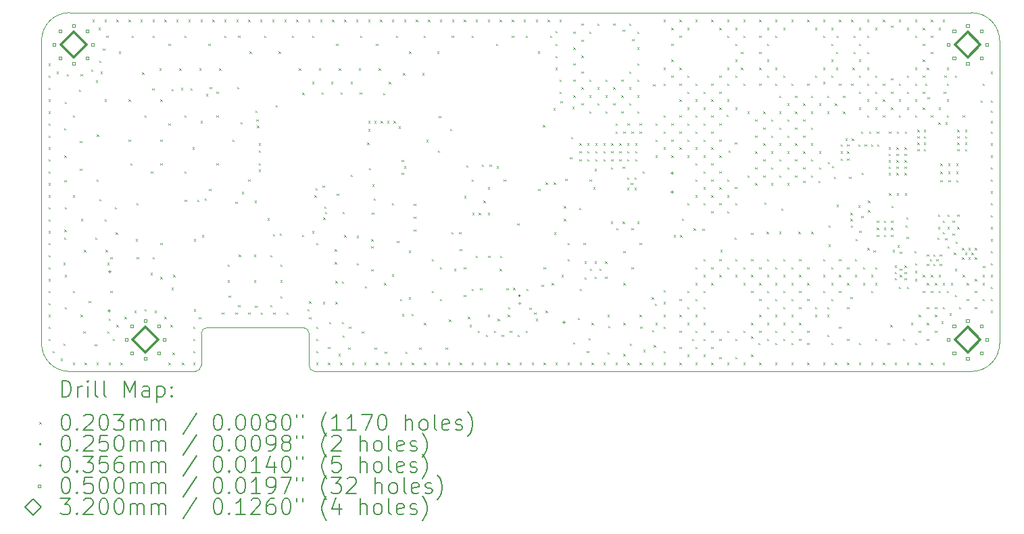
<source format=gbr>
%TF.GenerationSoftware,KiCad,Pcbnew,7.0.8*%
%TF.CreationDate,2023-11-12T21:10:44-08:00*%
%TF.ProjectId,bms,626d732e-6b69-4636-9164-5f7063625858,V1*%
%TF.SameCoordinates,Original*%
%TF.FileFunction,Drillmap*%
%TF.FilePolarity,Positive*%
%FSLAX45Y45*%
G04 Gerber Fmt 4.5, Leading zero omitted, Abs format (unit mm)*
G04 Created by KiCad (PCBNEW 7.0.8) date 2023-11-12 21:10:44*
%MOMM*%
%LPD*%
G01*
G04 APERTURE LIST*
%ADD10C,0.100000*%
%ADD11C,0.200000*%
%ADD12C,0.020320*%
%ADD13C,0.025000*%
%ADD14C,0.035560*%
%ADD15C,0.050000*%
%ADD16C,0.320000*%
G04 APERTURE END LIST*
D10*
X8850000Y-7850000D02*
X8850000Y-11650000D01*
X10923033Y-11450000D02*
G75*
G03*
X10850000Y-11523033I-3J-73030D01*
G01*
X20500000Y-7500000D02*
X9200000Y-7500000D01*
X10775000Y-12000000D02*
X9200000Y-12000000D01*
X12200000Y-11925000D02*
G75*
G03*
X12275000Y-12000000I75000J0D01*
G01*
X20850000Y-11650000D02*
X20850000Y-7850000D01*
X20500000Y-12000000D02*
G75*
G03*
X20850000Y-11650000I0J350000D01*
G01*
X8850000Y-11650000D02*
G75*
G03*
X9200000Y-12000000I350000J0D01*
G01*
X12275000Y-12000000D02*
X20500000Y-12000000D01*
X10850000Y-11523033D02*
X10850000Y-11925000D01*
X12200000Y-11925000D02*
X12200000Y-11521642D01*
X12200000Y-11521642D02*
G75*
G03*
X12130011Y-11450019I-71640J2D01*
G01*
X10775000Y-12000000D02*
G75*
G03*
X10850000Y-11925000I0J75000D01*
G01*
X9200000Y-7500000D02*
G75*
G03*
X8850000Y-7850000I0J-350000D01*
G01*
X20850000Y-7850000D02*
G75*
G03*
X20500000Y-7500000I-350000J0D01*
G01*
X12130011Y-11450019D02*
X10923044Y-11449536D01*
D11*
D12*
X8939840Y-8139840D02*
X8960160Y-8160160D01*
X8960160Y-8139840D02*
X8939840Y-8160160D01*
X8939840Y-8289840D02*
X8960160Y-8310160D01*
X8960160Y-8289840D02*
X8939840Y-8310160D01*
X8939840Y-8439840D02*
X8960160Y-8460160D01*
X8960160Y-8439840D02*
X8939840Y-8460160D01*
X8939840Y-8589840D02*
X8960160Y-8610160D01*
X8960160Y-8589840D02*
X8939840Y-8610160D01*
X8939840Y-8739840D02*
X8960160Y-8760160D01*
X8960160Y-8739840D02*
X8939840Y-8760160D01*
X8939840Y-8889840D02*
X8960160Y-8910160D01*
X8960160Y-8889840D02*
X8939840Y-8910160D01*
X8939840Y-9039840D02*
X8960160Y-9060160D01*
X8960160Y-9039840D02*
X8939840Y-9060160D01*
X8939840Y-9189840D02*
X8960160Y-9210160D01*
X8960160Y-9189840D02*
X8939840Y-9210160D01*
X8939840Y-9339840D02*
X8960160Y-9360160D01*
X8960160Y-9339840D02*
X8939840Y-9360160D01*
X8939840Y-9489840D02*
X8960160Y-9510160D01*
X8960160Y-9489840D02*
X8939840Y-9510160D01*
X8939840Y-9639840D02*
X8960160Y-9660160D01*
X8960160Y-9639840D02*
X8939840Y-9660160D01*
X8939840Y-9789840D02*
X8960160Y-9810160D01*
X8960160Y-9789840D02*
X8939840Y-9810160D01*
X8939840Y-9939840D02*
X8960160Y-9960160D01*
X8960160Y-9939840D02*
X8939840Y-9960160D01*
X8939840Y-10089840D02*
X8960160Y-10110160D01*
X8960160Y-10089840D02*
X8939840Y-10110160D01*
X8939840Y-10239840D02*
X8960160Y-10260160D01*
X8960160Y-10239840D02*
X8939840Y-10260160D01*
X8939840Y-10389840D02*
X8960160Y-10410160D01*
X8960160Y-10389840D02*
X8939840Y-10410160D01*
X8939840Y-10539840D02*
X8960160Y-10560160D01*
X8960160Y-10539840D02*
X8939840Y-10560160D01*
X8939840Y-10689840D02*
X8960160Y-10710160D01*
X8960160Y-10689840D02*
X8939840Y-10710160D01*
X8939840Y-10839840D02*
X8960160Y-10860160D01*
X8960160Y-10839840D02*
X8939840Y-10860160D01*
X8939840Y-10989840D02*
X8960160Y-11010160D01*
X8960160Y-10989840D02*
X8939840Y-11010160D01*
X8939840Y-11139840D02*
X8960160Y-11160160D01*
X8960160Y-11139840D02*
X8939840Y-11160160D01*
X8939840Y-11289840D02*
X8960160Y-11310160D01*
X8960160Y-11289840D02*
X8939840Y-11310160D01*
X8939840Y-11439840D02*
X8960160Y-11460160D01*
X8960160Y-11439840D02*
X8939840Y-11460160D01*
X8939840Y-11589840D02*
X8960160Y-11610160D01*
X8960160Y-11589840D02*
X8939840Y-11610160D01*
X8989840Y-11739840D02*
X9010160Y-11760160D01*
X9010160Y-11739840D02*
X8989840Y-11760160D01*
X9039840Y-8239840D02*
X9060160Y-8260160D01*
X9060160Y-8239840D02*
X9039840Y-8260160D01*
X9089840Y-11839840D02*
X9110160Y-11860160D01*
X9110160Y-11839840D02*
X9089840Y-11860160D01*
X9122327Y-10637327D02*
X9142647Y-10657647D01*
X9142647Y-10637327D02*
X9122327Y-10657647D01*
X9125827Y-11650827D02*
X9146147Y-11671147D01*
X9146147Y-11650827D02*
X9125827Y-11671147D01*
X9132327Y-8947327D02*
X9152647Y-8967647D01*
X9152647Y-8947327D02*
X9132327Y-8967647D01*
X9132327Y-10317327D02*
X9152647Y-10337647D01*
X9152647Y-10317327D02*
X9132327Y-10337647D01*
X9137327Y-9292327D02*
X9157647Y-9312647D01*
X9157647Y-9292327D02*
X9137327Y-9312647D01*
X9137327Y-9602327D02*
X9157647Y-9622647D01*
X9157647Y-9602327D02*
X9137327Y-9622647D01*
X9137327Y-10222327D02*
X9157647Y-10242647D01*
X9157647Y-10222327D02*
X9137327Y-10242647D01*
X9139840Y-10789840D02*
X9160160Y-10810160D01*
X9160160Y-10789840D02*
X9139840Y-10810160D01*
X9139840Y-11189840D02*
X9160160Y-11210160D01*
X9160160Y-11189840D02*
X9139840Y-11210160D01*
X9142327Y-8617327D02*
X9162647Y-8637647D01*
X9162647Y-8617327D02*
X9142327Y-8637647D01*
X9142327Y-9937327D02*
X9162647Y-9957647D01*
X9162647Y-9937327D02*
X9142327Y-9957647D01*
X9168302Y-8270712D02*
X9188622Y-8291032D01*
X9188622Y-8270712D02*
X9168302Y-8291032D01*
X9239840Y-8789840D02*
X9260160Y-8810160D01*
X9260160Y-8789840D02*
X9239840Y-8810160D01*
X9239840Y-9789840D02*
X9260160Y-9810160D01*
X9260160Y-9789840D02*
X9239840Y-9810160D01*
X9239840Y-10989840D02*
X9260160Y-11010160D01*
X9260160Y-10989840D02*
X9239840Y-11010160D01*
X9239840Y-11889840D02*
X9260160Y-11910160D01*
X9260160Y-11889840D02*
X9239840Y-11910160D01*
X9319840Y-8467327D02*
X9340160Y-8487647D01*
X9340160Y-8467327D02*
X9319840Y-8487647D01*
X9332327Y-9107327D02*
X9352647Y-9127647D01*
X9352647Y-9107327D02*
X9332327Y-9127647D01*
X9332327Y-9457327D02*
X9352647Y-9477647D01*
X9352647Y-9457327D02*
X9332327Y-9477647D01*
X9339840Y-8269840D02*
X9360160Y-8290160D01*
X9360160Y-8269840D02*
X9339840Y-8290160D01*
X9339840Y-11289840D02*
X9360160Y-11310160D01*
X9360160Y-11289840D02*
X9339840Y-11310160D01*
X9342327Y-10087327D02*
X9362647Y-10107647D01*
X9362647Y-10087327D02*
X9342327Y-10107647D01*
X9373327Y-11498327D02*
X9393647Y-11518647D01*
X9393647Y-11498327D02*
X9373327Y-11518647D01*
X9383327Y-10476327D02*
X9403647Y-10496647D01*
X9403647Y-10476327D02*
X9383327Y-10496647D01*
X9389840Y-11889840D02*
X9410160Y-11910160D01*
X9410160Y-11889840D02*
X9389840Y-11910160D01*
X9442327Y-11117327D02*
X9462647Y-11137647D01*
X9462647Y-11117327D02*
X9442327Y-11137647D01*
X9469840Y-8209840D02*
X9490160Y-8230160D01*
X9490160Y-8209840D02*
X9469840Y-8230160D01*
X9489840Y-7589840D02*
X9510160Y-7610160D01*
X9510160Y-7589840D02*
X9489840Y-7610160D01*
X9518827Y-11657327D02*
X9539147Y-11677647D01*
X9539147Y-11657327D02*
X9518827Y-11677647D01*
X9522327Y-10317327D02*
X9542647Y-10337647D01*
X9542647Y-10317327D02*
X9522327Y-10337647D01*
X9529840Y-8349840D02*
X9550160Y-8370160D01*
X9550160Y-8349840D02*
X9529840Y-8370160D01*
X9539840Y-9589840D02*
X9560160Y-9610160D01*
X9560160Y-9589840D02*
X9539840Y-9610160D01*
X9539840Y-11889840D02*
X9560160Y-11910160D01*
X9560160Y-11889840D02*
X9539840Y-11910160D01*
X9542327Y-9027327D02*
X9562647Y-9047647D01*
X9562647Y-9027327D02*
X9542327Y-9047647D01*
X9564840Y-7689840D02*
X9585160Y-7710160D01*
X9585160Y-7689840D02*
X9564840Y-7710160D01*
X9569840Y-8099840D02*
X9590160Y-8120160D01*
X9590160Y-8099840D02*
X9569840Y-8120160D01*
X9572327Y-9837327D02*
X9592647Y-9857647D01*
X9592647Y-9837327D02*
X9572327Y-9857647D01*
X9589840Y-8239840D02*
X9610160Y-8260160D01*
X9610160Y-8239840D02*
X9589840Y-8260160D01*
X9618919Y-7949480D02*
X9639239Y-7969800D01*
X9639239Y-7949480D02*
X9618919Y-7969800D01*
X9639840Y-7589840D02*
X9660160Y-7610160D01*
X9660160Y-7589840D02*
X9639840Y-7610160D01*
X9639840Y-8589840D02*
X9660160Y-8610160D01*
X9660160Y-8589840D02*
X9639840Y-8610160D01*
X9639840Y-10089840D02*
X9660160Y-10110160D01*
X9660160Y-10089840D02*
X9639840Y-10110160D01*
X9653327Y-10476327D02*
X9673647Y-10496647D01*
X9673647Y-10476327D02*
X9653327Y-10496647D01*
X9662327Y-7787327D02*
X9682647Y-7807647D01*
X9682647Y-7787327D02*
X9662327Y-7807647D01*
X9672327Y-10637327D02*
X9692647Y-10657647D01*
X9692647Y-10637327D02*
X9672327Y-10657647D01*
X9672327Y-11497327D02*
X9692647Y-11517647D01*
X9692647Y-11497327D02*
X9672327Y-11517647D01*
X9689840Y-11889840D02*
X9710160Y-11910160D01*
X9710160Y-11889840D02*
X9689840Y-11910160D01*
X9692327Y-11337327D02*
X9712647Y-11357647D01*
X9712647Y-11337327D02*
X9692327Y-11357647D01*
X9712327Y-10567327D02*
X9732647Y-10587647D01*
X9732647Y-10567327D02*
X9712327Y-10587647D01*
X9712327Y-10987327D02*
X9732647Y-11007647D01*
X9732647Y-10987327D02*
X9712327Y-11007647D01*
X9739840Y-11589840D02*
X9760160Y-11610160D01*
X9760160Y-11589840D02*
X9739840Y-11610160D01*
X9768577Y-9937327D02*
X9788897Y-9957647D01*
X9788897Y-9937327D02*
X9768577Y-9957647D01*
X9778577Y-10257327D02*
X9798897Y-10277647D01*
X9798897Y-10257327D02*
X9778577Y-10277647D01*
X9789840Y-7589840D02*
X9810160Y-7610160D01*
X9810160Y-7589840D02*
X9789840Y-7610160D01*
X9789840Y-11414840D02*
X9810160Y-11435160D01*
X9810160Y-11414840D02*
X9789840Y-11435160D01*
X9819827Y-7987327D02*
X9840147Y-8007647D01*
X9840147Y-7987327D02*
X9819827Y-8007647D01*
X9839840Y-11889840D02*
X9860160Y-11910160D01*
X9860160Y-11889840D02*
X9839840Y-11910160D01*
X9889840Y-11314840D02*
X9910160Y-11335160D01*
X9910160Y-11314840D02*
X9889840Y-11335160D01*
X9939840Y-7589840D02*
X9960160Y-7610160D01*
X9960160Y-7589840D02*
X9939840Y-7610160D01*
X9939840Y-8589840D02*
X9960160Y-8610160D01*
X9960160Y-8589840D02*
X9939840Y-8610160D01*
X9939840Y-9089840D02*
X9960160Y-9110160D01*
X9960160Y-9089840D02*
X9939840Y-9110160D01*
X9962327Y-9387327D02*
X9982647Y-9407647D01*
X9982647Y-9387327D02*
X9962327Y-9407647D01*
X9977327Y-7787327D02*
X9997647Y-7807647D01*
X9997647Y-7787327D02*
X9977327Y-7807647D01*
X10014840Y-11239840D02*
X10035160Y-11260160D01*
X10035160Y-11239840D02*
X10014840Y-11260160D01*
X10029840Y-10339840D02*
X10050160Y-10360160D01*
X10050160Y-10339840D02*
X10029840Y-10360160D01*
X10039840Y-9889840D02*
X10060160Y-9910160D01*
X10060160Y-9889840D02*
X10039840Y-9910160D01*
X10042327Y-10567327D02*
X10062647Y-10587647D01*
X10062647Y-10567327D02*
X10042327Y-10587647D01*
X10089840Y-7589840D02*
X10110160Y-7610160D01*
X10110160Y-7589840D02*
X10089840Y-7610160D01*
X10109840Y-8249840D02*
X10130160Y-8270160D01*
X10130160Y-8249840D02*
X10109840Y-8270160D01*
X10139840Y-8789840D02*
X10160160Y-8810160D01*
X10160160Y-8789840D02*
X10139840Y-8810160D01*
X10139840Y-11214840D02*
X10160160Y-11235160D01*
X10160160Y-11214840D02*
X10139840Y-11235160D01*
X10214840Y-10764840D02*
X10235160Y-10785160D01*
X10235160Y-10764840D02*
X10214840Y-10785160D01*
X10219840Y-9489840D02*
X10240160Y-9510160D01*
X10240160Y-9489840D02*
X10219840Y-9510160D01*
X10237340Y-8447340D02*
X10257660Y-8467660D01*
X10257660Y-8447340D02*
X10237340Y-8467660D01*
X10239840Y-7589840D02*
X10260160Y-7610160D01*
X10260160Y-7589840D02*
X10239840Y-7610160D01*
X10239840Y-7789840D02*
X10260160Y-7810160D01*
X10260160Y-7789840D02*
X10239840Y-7810160D01*
X10239840Y-10564840D02*
X10260160Y-10585160D01*
X10260160Y-10564840D02*
X10239840Y-10585160D01*
X10264840Y-11239840D02*
X10285160Y-11260160D01*
X10285160Y-11239840D02*
X10264840Y-11260160D01*
X10324827Y-8197327D02*
X10345147Y-8217647D01*
X10345147Y-8197327D02*
X10324827Y-8217647D01*
X10339840Y-8589840D02*
X10360160Y-8610160D01*
X10360160Y-8589840D02*
X10339840Y-8610160D01*
X10339840Y-9089840D02*
X10360160Y-9110160D01*
X10360160Y-9089840D02*
X10339840Y-9110160D01*
X10339840Y-9389840D02*
X10360160Y-9410160D01*
X10360160Y-9389840D02*
X10339840Y-9410160D01*
X10339840Y-10389840D02*
X10360160Y-10410160D01*
X10360160Y-10389840D02*
X10339840Y-10410160D01*
X10339840Y-10814840D02*
X10360160Y-10835160D01*
X10360160Y-10814840D02*
X10339840Y-10835160D01*
X10389840Y-7589840D02*
X10410160Y-7610160D01*
X10410160Y-7589840D02*
X10389840Y-7610160D01*
X10389840Y-11314840D02*
X10410160Y-11335160D01*
X10410160Y-11314840D02*
X10389840Y-11335160D01*
X10439840Y-7889840D02*
X10460160Y-7910160D01*
X10460160Y-7889840D02*
X10439840Y-7910160D01*
X10439840Y-8889840D02*
X10460160Y-8910160D01*
X10460160Y-8889840D02*
X10439840Y-8910160D01*
X10439840Y-11889840D02*
X10460160Y-11910160D01*
X10460160Y-11889840D02*
X10439840Y-11910160D01*
X10464840Y-11414840D02*
X10485160Y-11435160D01*
X10485160Y-11414840D02*
X10464840Y-11435160D01*
X10477327Y-8454827D02*
X10497647Y-8475147D01*
X10497647Y-8454827D02*
X10477327Y-8475147D01*
X10479840Y-10949840D02*
X10500160Y-10970160D01*
X10500160Y-10949840D02*
X10479840Y-10970160D01*
X10489840Y-11764840D02*
X10510160Y-11785160D01*
X10510160Y-11764840D02*
X10489840Y-11785160D01*
X10499840Y-10789840D02*
X10520160Y-10810160D01*
X10520160Y-10789840D02*
X10499840Y-10810160D01*
X10539840Y-7589840D02*
X10560160Y-7610160D01*
X10560160Y-7589840D02*
X10539840Y-7610160D01*
X10574827Y-8197327D02*
X10595147Y-8217647D01*
X10595147Y-8197327D02*
X10574827Y-8217647D01*
X10597327Y-8444827D02*
X10617647Y-8465147D01*
X10617647Y-8444827D02*
X10597327Y-8465147D01*
X10609840Y-11889840D02*
X10630160Y-11910160D01*
X10630160Y-11889840D02*
X10609840Y-11910160D01*
X10639840Y-7789840D02*
X10660160Y-7810160D01*
X10660160Y-7789840D02*
X10639840Y-7810160D01*
X10639840Y-8789840D02*
X10660160Y-8810160D01*
X10660160Y-8789840D02*
X10639840Y-8810160D01*
X10639840Y-9489840D02*
X10660160Y-9510160D01*
X10660160Y-9489840D02*
X10639840Y-9510160D01*
X10642327Y-9847327D02*
X10662647Y-9867647D01*
X10662647Y-9847327D02*
X10642327Y-9867647D01*
X10689840Y-7589840D02*
X10710160Y-7610160D01*
X10710160Y-7589840D02*
X10689840Y-7610160D01*
X10717327Y-8449840D02*
X10737647Y-8470160D01*
X10737647Y-8449840D02*
X10717327Y-8470160D01*
X10739840Y-9189840D02*
X10760160Y-9210160D01*
X10760160Y-9189840D02*
X10739840Y-9210160D01*
X10749840Y-11439840D02*
X10770160Y-11460160D01*
X10770160Y-11439840D02*
X10749840Y-11460160D01*
X10749840Y-11589840D02*
X10770160Y-11610160D01*
X10770160Y-11589840D02*
X10749840Y-11610160D01*
X10749840Y-11739840D02*
X10770160Y-11760160D01*
X10770160Y-11739840D02*
X10749840Y-11760160D01*
X10749840Y-11889840D02*
X10770160Y-11910160D01*
X10770160Y-11889840D02*
X10749840Y-11910160D01*
X10759840Y-10339840D02*
X10780160Y-10360160D01*
X10780160Y-10339840D02*
X10759840Y-10360160D01*
X10759840Y-11219840D02*
X10780160Y-11240160D01*
X10780160Y-11219840D02*
X10759840Y-11240160D01*
X10802327Y-9847327D02*
X10822647Y-9867647D01*
X10822647Y-9847327D02*
X10802327Y-9867647D01*
X10819840Y-11319840D02*
X10840160Y-11340160D01*
X10840160Y-11319840D02*
X10819840Y-11340160D01*
X10824827Y-8197327D02*
X10845147Y-8217647D01*
X10845147Y-8197327D02*
X10824827Y-8217647D01*
X10839840Y-7589840D02*
X10860160Y-7610160D01*
X10860160Y-7589840D02*
X10839840Y-7610160D01*
X10839840Y-8859840D02*
X10860160Y-8880160D01*
X10860160Y-8859840D02*
X10839840Y-8880160D01*
X10859840Y-10289840D02*
X10880160Y-10310160D01*
X10880160Y-10289840D02*
X10859840Y-10310160D01*
X10892327Y-9827327D02*
X10912647Y-9847647D01*
X10912647Y-9827327D02*
X10892327Y-9847647D01*
X10909840Y-8519840D02*
X10930160Y-8540160D01*
X10930160Y-8519840D02*
X10909840Y-8540160D01*
X10939840Y-7889840D02*
X10960160Y-7910160D01*
X10960160Y-7889840D02*
X10939840Y-7910160D01*
X10949840Y-9709840D02*
X10970160Y-9730160D01*
X10970160Y-9709840D02*
X10949840Y-9730160D01*
X10957327Y-8429840D02*
X10977647Y-8450160D01*
X10977647Y-8429840D02*
X10957327Y-8450160D01*
X10989840Y-7589840D02*
X11010160Y-7610160D01*
X11010160Y-7589840D02*
X10989840Y-7610160D01*
X11039840Y-8489840D02*
X11060160Y-8510160D01*
X11060160Y-8489840D02*
X11039840Y-8510160D01*
X11039840Y-8789840D02*
X11060160Y-8810160D01*
X11060160Y-8789840D02*
X11039840Y-8810160D01*
X11039840Y-9389840D02*
X11060160Y-9410160D01*
X11060160Y-9389840D02*
X11039840Y-9410160D01*
X11074827Y-8197327D02*
X11095147Y-8217647D01*
X11095147Y-8197327D02*
X11074827Y-8217647D01*
X11109840Y-11259840D02*
X11130160Y-11280160D01*
X11130160Y-11259840D02*
X11109840Y-11280160D01*
X11139840Y-7589840D02*
X11160160Y-7610160D01*
X11160160Y-7589840D02*
X11139840Y-7610160D01*
X11139840Y-7789840D02*
X11160160Y-7810160D01*
X11160160Y-7789840D02*
X11139840Y-7810160D01*
X11179827Y-10659827D02*
X11200147Y-10680147D01*
X11200147Y-10659827D02*
X11179827Y-10680147D01*
X11182327Y-10857327D02*
X11202647Y-10877647D01*
X11202647Y-10857327D02*
X11182327Y-10877647D01*
X11192327Y-11047327D02*
X11212647Y-11067647D01*
X11212647Y-11047327D02*
X11192327Y-11067647D01*
X11239840Y-9089840D02*
X11260160Y-9110160D01*
X11260160Y-9089840D02*
X11239840Y-9110160D01*
X11279840Y-9869840D02*
X11300160Y-9890160D01*
X11300160Y-9869840D02*
X11279840Y-9890160D01*
X11279840Y-11259840D02*
X11300160Y-11280160D01*
X11300160Y-11259840D02*
X11279840Y-11280160D01*
X11289840Y-7589840D02*
X11310160Y-7610160D01*
X11310160Y-7589840D02*
X11289840Y-7610160D01*
X11299840Y-8429840D02*
X11320160Y-8450160D01*
X11320160Y-8429840D02*
X11299840Y-8450160D01*
X11312327Y-7787327D02*
X11332647Y-7807647D01*
X11332647Y-7787327D02*
X11312327Y-7807647D01*
X11312327Y-11167327D02*
X11332647Y-11187647D01*
X11332647Y-11167327D02*
X11312327Y-11187647D01*
X11322327Y-10537327D02*
X11342647Y-10557647D01*
X11342647Y-10537327D02*
X11322327Y-10557647D01*
X11339840Y-8869840D02*
X11360160Y-8890160D01*
X11360160Y-8869840D02*
X11339840Y-8890160D01*
X11359840Y-9749840D02*
X11380160Y-9770160D01*
X11380160Y-9749840D02*
X11359840Y-9770160D01*
X11439840Y-7589840D02*
X11460160Y-7610160D01*
X11460160Y-7589840D02*
X11439840Y-7610160D01*
X11439840Y-9589840D02*
X11460160Y-9610160D01*
X11460160Y-9589840D02*
X11439840Y-9610160D01*
X11439840Y-11259840D02*
X11460160Y-11280160D01*
X11460160Y-11259840D02*
X11439840Y-11280160D01*
X11454827Y-7987327D02*
X11475147Y-8007647D01*
X11475147Y-7987327D02*
X11454827Y-8007647D01*
X11512327Y-10537327D02*
X11532647Y-10557647D01*
X11532647Y-10537327D02*
X11512327Y-10557647D01*
X11512327Y-10857327D02*
X11532647Y-10877647D01*
X11532647Y-10857327D02*
X11512327Y-10877647D01*
X11519840Y-9859840D02*
X11540160Y-9880160D01*
X11540160Y-9859840D02*
X11519840Y-9880160D01*
X11522327Y-11177327D02*
X11542647Y-11197647D01*
X11542647Y-11177327D02*
X11522327Y-11197647D01*
X11529840Y-8729840D02*
X11550160Y-8750160D01*
X11550160Y-8729840D02*
X11529840Y-8750160D01*
X11539840Y-8839840D02*
X11560160Y-8860160D01*
X11560160Y-8839840D02*
X11539840Y-8860160D01*
X11549840Y-8919840D02*
X11570160Y-8940160D01*
X11570160Y-8919840D02*
X11549840Y-8940160D01*
X11569840Y-9139840D02*
X11590160Y-9160160D01*
X11590160Y-9139840D02*
X11569840Y-9160160D01*
X11569840Y-9229840D02*
X11590160Y-9250160D01*
X11590160Y-9229840D02*
X11569840Y-9250160D01*
X11569840Y-9389840D02*
X11590160Y-9410160D01*
X11590160Y-9389840D02*
X11569840Y-9410160D01*
X11569840Y-9469840D02*
X11590160Y-9490160D01*
X11590160Y-9469840D02*
X11569840Y-9490160D01*
X11589840Y-7589840D02*
X11610160Y-7610160D01*
X11610160Y-7589840D02*
X11589840Y-7610160D01*
X11597327Y-11259840D02*
X11617647Y-11280160D01*
X11617647Y-11259840D02*
X11597327Y-11280160D01*
X11637327Y-7787327D02*
X11657647Y-7807647D01*
X11657647Y-7787327D02*
X11637327Y-7807647D01*
X11679840Y-10079840D02*
X11700160Y-10100160D01*
X11700160Y-10079840D02*
X11679840Y-10100160D01*
X11714827Y-10539827D02*
X11735147Y-10560147D01*
X11735147Y-10539827D02*
X11714827Y-10560147D01*
X11714827Y-11164827D02*
X11735147Y-11185147D01*
X11735147Y-11164827D02*
X11714827Y-11185147D01*
X11739840Y-7589840D02*
X11760160Y-7610160D01*
X11760160Y-7589840D02*
X11739840Y-7610160D01*
X11749840Y-10279840D02*
X11770160Y-10300160D01*
X11770160Y-10279840D02*
X11749840Y-10300160D01*
X11752327Y-11259840D02*
X11772647Y-11280160D01*
X11772647Y-11259840D02*
X11752327Y-11280160D01*
X11779840Y-8659840D02*
X11800160Y-8680160D01*
X11800160Y-8659840D02*
X11779840Y-8680160D01*
X11819827Y-7987327D02*
X11840147Y-8007647D01*
X11840147Y-7987327D02*
X11819827Y-8007647D01*
X11832327Y-10267327D02*
X11852647Y-10287647D01*
X11852647Y-10267327D02*
X11832327Y-10287647D01*
X11842327Y-10657327D02*
X11862647Y-10677647D01*
X11862647Y-10657327D02*
X11842327Y-10677647D01*
X11842327Y-10857327D02*
X11862647Y-10877647D01*
X11862647Y-10857327D02*
X11842327Y-10877647D01*
X11842327Y-11057327D02*
X11862647Y-11077647D01*
X11862647Y-11057327D02*
X11842327Y-11077647D01*
X11889840Y-7589840D02*
X11910160Y-7610160D01*
X11910160Y-7589840D02*
X11889840Y-7610160D01*
X11919840Y-11259840D02*
X11940160Y-11280160D01*
X11940160Y-11259840D02*
X11919840Y-11280160D01*
X11987327Y-7787327D02*
X12007647Y-7807647D01*
X12007647Y-7787327D02*
X11987327Y-7807647D01*
X12039840Y-7589840D02*
X12060160Y-7610160D01*
X12060160Y-7589840D02*
X12039840Y-7610160D01*
X12074827Y-8197327D02*
X12095147Y-8217647D01*
X12095147Y-8197327D02*
X12074827Y-8217647D01*
X12112327Y-10287327D02*
X12132647Y-10307647D01*
X12132647Y-10287327D02*
X12112327Y-10307647D01*
X12117327Y-8503698D02*
X12137647Y-8524018D01*
X12137647Y-8503698D02*
X12117327Y-8524018D01*
X12182327Y-11217327D02*
X12202647Y-11237647D01*
X12202647Y-11217327D02*
X12182327Y-11237647D01*
X12189840Y-7589840D02*
X12210160Y-7610160D01*
X12210160Y-7589840D02*
X12189840Y-7610160D01*
X12199840Y-11119840D02*
X12220160Y-11140160D01*
X12220160Y-11119840D02*
X12199840Y-11140160D01*
X12202327Y-11317327D02*
X12222647Y-11337647D01*
X12222647Y-11317327D02*
X12202327Y-11337647D01*
X12239840Y-7789840D02*
X12260160Y-7810160D01*
X12260160Y-7789840D02*
X12239840Y-7810160D01*
X12239840Y-8369840D02*
X12260160Y-8390160D01*
X12260160Y-8369840D02*
X12239840Y-8390160D01*
X12239840Y-10239840D02*
X12260160Y-10260160D01*
X12260160Y-10239840D02*
X12239840Y-10260160D01*
X12269840Y-9789840D02*
X12290160Y-9810160D01*
X12290160Y-9789840D02*
X12269840Y-9810160D01*
X12279840Y-9699840D02*
X12300160Y-9720160D01*
X12300160Y-9699840D02*
X12279840Y-9720160D01*
X12289840Y-11439840D02*
X12310160Y-11460160D01*
X12310160Y-11439840D02*
X12289840Y-11460160D01*
X12289840Y-11589840D02*
X12310160Y-11610160D01*
X12310160Y-11589840D02*
X12289840Y-11610160D01*
X12289840Y-11739840D02*
X12310160Y-11760160D01*
X12310160Y-11739840D02*
X12289840Y-11760160D01*
X12289840Y-11889840D02*
X12310160Y-11910160D01*
X12310160Y-11889840D02*
X12289840Y-11910160D01*
X12292327Y-10389840D02*
X12312647Y-10410160D01*
X12312647Y-10389840D02*
X12292327Y-10410160D01*
X12324827Y-8197327D02*
X12345147Y-8217647D01*
X12345147Y-8197327D02*
X12324827Y-8217647D01*
X12339840Y-7589840D02*
X12360160Y-7610160D01*
X12360160Y-7589840D02*
X12339840Y-7610160D01*
X12357327Y-8499840D02*
X12377647Y-8520160D01*
X12377647Y-8499840D02*
X12357327Y-8520160D01*
X12369840Y-9669840D02*
X12390160Y-9690160D01*
X12390160Y-9669840D02*
X12369840Y-9690160D01*
X12372327Y-11129827D02*
X12392647Y-11150147D01*
X12392647Y-11129827D02*
X12372327Y-11150147D01*
X12379840Y-10069840D02*
X12400160Y-10090160D01*
X12400160Y-10069840D02*
X12379840Y-10090160D01*
X12389840Y-9929840D02*
X12410160Y-9950160D01*
X12410160Y-9929840D02*
X12389840Y-9950160D01*
X12399840Y-9999840D02*
X12420160Y-10020160D01*
X12420160Y-9999840D02*
X12399840Y-10020160D01*
X12439840Y-11689840D02*
X12460160Y-11710160D01*
X12460160Y-11689840D02*
X12439840Y-11710160D01*
X12439840Y-11889840D02*
X12460160Y-11910160D01*
X12460160Y-11889840D02*
X12439840Y-11910160D01*
X12452327Y-11377327D02*
X12472647Y-11397647D01*
X12472647Y-11377327D02*
X12452327Y-11397647D01*
X12477327Y-8369840D02*
X12497647Y-8390160D01*
X12497647Y-8369840D02*
X12477327Y-8390160D01*
X12489840Y-7589840D02*
X12510160Y-7610160D01*
X12510160Y-7589840D02*
X12489840Y-7610160D01*
X12522327Y-10467327D02*
X12542647Y-10487647D01*
X12542647Y-10467327D02*
X12522327Y-10487647D01*
X12522327Y-10627327D02*
X12542647Y-10647647D01*
X12542647Y-10627327D02*
X12522327Y-10647647D01*
X12532327Y-10867327D02*
X12552647Y-10887647D01*
X12552647Y-10867327D02*
X12532327Y-10887647D01*
X12532327Y-11129827D02*
X12552647Y-11150147D01*
X12552647Y-11129827D02*
X12532327Y-11150147D01*
X12539840Y-7889840D02*
X12560160Y-7910160D01*
X12560160Y-7889840D02*
X12539840Y-7910160D01*
X12549840Y-9769840D02*
X12570160Y-9790160D01*
X12570160Y-9769840D02*
X12549840Y-9790160D01*
X12569840Y-11779840D02*
X12590160Y-11800160D01*
X12590160Y-11779840D02*
X12569840Y-11800160D01*
X12574827Y-8197327D02*
X12595147Y-8217647D01*
X12595147Y-8197327D02*
X12574827Y-8217647D01*
X12589840Y-11889840D02*
X12610160Y-11910160D01*
X12610160Y-11889840D02*
X12589840Y-11910160D01*
X12597327Y-8499840D02*
X12617647Y-8520160D01*
X12617647Y-8499840D02*
X12597327Y-8520160D01*
X12609840Y-10869840D02*
X12630160Y-10890160D01*
X12630160Y-10869840D02*
X12609840Y-10890160D01*
X12612327Y-11377327D02*
X12632647Y-11397647D01*
X12632647Y-11377327D02*
X12612327Y-11397647D01*
X12619840Y-9999840D02*
X12640160Y-10020160D01*
X12640160Y-9999840D02*
X12619840Y-10020160D01*
X12619840Y-11549840D02*
X12640160Y-11570160D01*
X12640160Y-11549840D02*
X12619840Y-11570160D01*
X12639840Y-7589840D02*
X12660160Y-7610160D01*
X12660160Y-7589840D02*
X12639840Y-7610160D01*
X12639840Y-10289840D02*
X12660160Y-10310160D01*
X12660160Y-10289840D02*
X12639840Y-10310160D01*
X12692327Y-11697327D02*
X12712647Y-11717647D01*
X12712647Y-11697327D02*
X12692327Y-11717647D01*
X12699840Y-11439840D02*
X12720160Y-11460160D01*
X12720160Y-11439840D02*
X12699840Y-11460160D01*
X12719840Y-8369840D02*
X12740160Y-8390160D01*
X12740160Y-8369840D02*
X12719840Y-8390160D01*
X12719840Y-9529840D02*
X12740160Y-9550160D01*
X12740160Y-9529840D02*
X12719840Y-9550160D01*
X12739840Y-11889840D02*
X12760160Y-11910160D01*
X12760160Y-11889840D02*
X12739840Y-11910160D01*
X12789840Y-7589840D02*
X12810160Y-7610160D01*
X12810160Y-7589840D02*
X12789840Y-7610160D01*
X12799840Y-10299840D02*
X12820160Y-10320160D01*
X12820160Y-10299840D02*
X12799840Y-10320160D01*
X12799840Y-10639840D02*
X12820160Y-10660160D01*
X12820160Y-10639840D02*
X12799840Y-10660160D01*
X12824827Y-8197327D02*
X12845147Y-8217647D01*
X12845147Y-8197327D02*
X12824827Y-8217647D01*
X12837327Y-8499840D02*
X12857647Y-8520160D01*
X12857647Y-8499840D02*
X12837327Y-8520160D01*
X12839840Y-7789840D02*
X12860160Y-7810160D01*
X12860160Y-7789840D02*
X12839840Y-7810160D01*
X12862327Y-11497327D02*
X12882647Y-11517647D01*
X12882647Y-11497327D02*
X12862327Y-11517647D01*
X12889840Y-11889840D02*
X12910160Y-11910160D01*
X12910160Y-11889840D02*
X12889840Y-11910160D01*
X12899840Y-10929840D02*
X12920160Y-10950160D01*
X12920160Y-10929840D02*
X12899840Y-10950160D01*
X12929840Y-9129840D02*
X12950160Y-9150160D01*
X12950160Y-9129840D02*
X12929840Y-9150160D01*
X12939840Y-7589840D02*
X12960160Y-7610160D01*
X12960160Y-7589840D02*
X12939840Y-7610160D01*
X12939840Y-8859840D02*
X12960160Y-8880160D01*
X12960160Y-8859840D02*
X12939840Y-8880160D01*
X12939840Y-8959840D02*
X12960160Y-8980160D01*
X12960160Y-8959840D02*
X12939840Y-8980160D01*
X12949840Y-9449840D02*
X12970160Y-9470160D01*
X12970160Y-9449840D02*
X12949840Y-9470160D01*
X12979840Y-10429840D02*
X13000160Y-10450160D01*
X13000160Y-10429840D02*
X12979840Y-10450160D01*
X12979840Y-10719840D02*
X13000160Y-10740160D01*
X13000160Y-10719840D02*
X12979840Y-10740160D01*
X12980568Y-10339840D02*
X13000888Y-10360160D01*
X13000888Y-10339840D02*
X12980568Y-10360160D01*
X12989840Y-10007340D02*
X13010160Y-10027660D01*
X13010160Y-10007340D02*
X12989840Y-10027660D01*
X12994840Y-9654840D02*
X13015160Y-9675160D01*
X13015160Y-9654840D02*
X12994840Y-9675160D01*
X13009840Y-9829840D02*
X13030160Y-9850160D01*
X13030160Y-9829840D02*
X13009840Y-9850160D01*
X13019840Y-8859840D02*
X13040160Y-8880160D01*
X13040160Y-8859840D02*
X13019840Y-8880160D01*
X13022327Y-11697327D02*
X13042647Y-11717647D01*
X13042647Y-11697327D02*
X13022327Y-11717647D01*
X13039840Y-7889840D02*
X13060160Y-7910160D01*
X13060160Y-7889840D02*
X13039840Y-7910160D01*
X13039840Y-11889840D02*
X13060160Y-11910160D01*
X13060160Y-11889840D02*
X13039840Y-11910160D01*
X13074827Y-8197327D02*
X13095147Y-8217647D01*
X13095147Y-8197327D02*
X13074827Y-8217647D01*
X13089840Y-7589840D02*
X13110160Y-7610160D01*
X13110160Y-7589840D02*
X13089840Y-7610160D01*
X13099840Y-8859840D02*
X13120160Y-8880160D01*
X13120160Y-8859840D02*
X13099840Y-8880160D01*
X13129840Y-8509840D02*
X13150160Y-8530160D01*
X13150160Y-8509840D02*
X13129840Y-8530160D01*
X13139840Y-10889840D02*
X13160160Y-10910160D01*
X13160160Y-10889840D02*
X13139840Y-10910160D01*
X13149840Y-11749840D02*
X13170160Y-11770160D01*
X13170160Y-11749840D02*
X13149840Y-11770160D01*
X13179840Y-8859840D02*
X13200160Y-8880160D01*
X13200160Y-8859840D02*
X13179840Y-8880160D01*
X13189840Y-11889840D02*
X13210160Y-11910160D01*
X13210160Y-11889840D02*
X13189840Y-11910160D01*
X13199840Y-8369840D02*
X13220160Y-8390160D01*
X13220160Y-8369840D02*
X13199840Y-8390160D01*
X13239840Y-7589840D02*
X13260160Y-7610160D01*
X13260160Y-7589840D02*
X13239840Y-7610160D01*
X13239840Y-9889840D02*
X13260160Y-9910160D01*
X13260160Y-9889840D02*
X13239840Y-9910160D01*
X13239840Y-10779840D02*
X13260160Y-10800160D01*
X13260160Y-10779840D02*
X13239840Y-10800160D01*
X13259840Y-8859840D02*
X13280160Y-8880160D01*
X13280160Y-8859840D02*
X13259840Y-8880160D01*
X13287327Y-7787327D02*
X13307647Y-7807647D01*
X13307647Y-7787327D02*
X13287327Y-7807647D01*
X13302327Y-10362327D02*
X13322647Y-10382647D01*
X13322647Y-10362327D02*
X13302327Y-10382647D01*
X13322327Y-8927327D02*
X13342647Y-8947647D01*
X13342647Y-8927327D02*
X13322327Y-8947647D01*
X13339840Y-11089840D02*
X13360160Y-11110160D01*
X13360160Y-11089840D02*
X13339840Y-11110160D01*
X13339840Y-11889840D02*
X13360160Y-11910160D01*
X13360160Y-11889840D02*
X13339840Y-11910160D01*
X13359840Y-9347327D02*
X13380160Y-9367647D01*
X13380160Y-9347327D02*
X13359840Y-9367647D01*
X13359840Y-9507327D02*
X13380160Y-9527647D01*
X13380160Y-9507327D02*
X13359840Y-9527647D01*
X13364827Y-11279827D02*
X13385147Y-11300147D01*
X13385147Y-11279827D02*
X13364827Y-11300147D01*
X13377327Y-8257327D02*
X13397647Y-8277647D01*
X13397647Y-8257327D02*
X13377327Y-8277647D01*
X13389840Y-7589840D02*
X13410160Y-7610160D01*
X13410160Y-7589840D02*
X13389840Y-7610160D01*
X13392327Y-9427327D02*
X13412647Y-9447647D01*
X13412647Y-9427327D02*
X13392327Y-9447647D01*
X13409840Y-11749840D02*
X13430160Y-11770160D01*
X13430160Y-11749840D02*
X13409840Y-11770160D01*
X13449840Y-10484827D02*
X13470160Y-10505147D01*
X13470160Y-10484827D02*
X13449840Y-10505147D01*
X13449840Y-11069840D02*
X13470160Y-11090160D01*
X13470160Y-11069840D02*
X13449840Y-11090160D01*
X13454827Y-7987327D02*
X13475147Y-8007647D01*
X13475147Y-7987327D02*
X13454827Y-8007647D01*
X13482327Y-11277327D02*
X13502647Y-11297647D01*
X13502647Y-11277327D02*
X13482327Y-11297647D01*
X13489840Y-11889840D02*
X13510160Y-11910160D01*
X13510160Y-11889840D02*
X13489840Y-11910160D01*
X13512327Y-9897327D02*
X13532647Y-9917647D01*
X13532647Y-9897327D02*
X13512327Y-9917647D01*
X13512327Y-10057327D02*
X13532647Y-10077647D01*
X13532647Y-10057327D02*
X13512327Y-10077647D01*
X13512327Y-10217327D02*
X13532647Y-10237647D01*
X13532647Y-10217327D02*
X13512327Y-10237647D01*
X13539840Y-7589840D02*
X13560160Y-7610160D01*
X13560160Y-7589840D02*
X13539840Y-7610160D01*
X13582327Y-11697327D02*
X13602647Y-11717647D01*
X13602647Y-11697327D02*
X13582327Y-11717647D01*
X13617327Y-8257327D02*
X13637647Y-8277647D01*
X13637647Y-8257327D02*
X13617327Y-8277647D01*
X13637327Y-7787327D02*
X13657647Y-7807647D01*
X13657647Y-7787327D02*
X13637327Y-7807647D01*
X13639840Y-11389840D02*
X13660160Y-11410160D01*
X13660160Y-11389840D02*
X13639840Y-11410160D01*
X13639840Y-11889840D02*
X13660160Y-11910160D01*
X13660160Y-11889840D02*
X13639840Y-11910160D01*
X13672327Y-9097327D02*
X13692647Y-9117647D01*
X13692647Y-9097327D02*
X13672327Y-9117647D01*
X13689840Y-7589840D02*
X13710160Y-7610160D01*
X13710160Y-7589840D02*
X13689840Y-7610160D01*
X13739840Y-10589840D02*
X13760160Y-10610160D01*
X13760160Y-10589840D02*
X13739840Y-10610160D01*
X13739840Y-10989840D02*
X13760160Y-11010160D01*
X13760160Y-10989840D02*
X13739840Y-11010160D01*
X13789840Y-11889840D02*
X13810160Y-11910160D01*
X13810160Y-11889840D02*
X13789840Y-11910160D01*
X13807327Y-7987327D02*
X13827647Y-8007647D01*
X13827647Y-7987327D02*
X13807327Y-8007647D01*
X13812327Y-9227327D02*
X13832647Y-9247647D01*
X13832647Y-9227327D02*
X13812327Y-9247647D01*
X13827327Y-8797327D02*
X13847647Y-8817647D01*
X13847647Y-8797327D02*
X13827327Y-8817647D01*
X13839840Y-7589840D02*
X13860160Y-7610160D01*
X13860160Y-7589840D02*
X13839840Y-7610160D01*
X13839840Y-10689840D02*
X13860160Y-10710160D01*
X13860160Y-10689840D02*
X13839840Y-10710160D01*
X13839840Y-11089840D02*
X13860160Y-11110160D01*
X13860160Y-11089840D02*
X13839840Y-11110160D01*
X13912327Y-11697327D02*
X13932647Y-11717647D01*
X13932647Y-11697327D02*
X13912327Y-11717647D01*
X13939840Y-11889840D02*
X13960160Y-11910160D01*
X13960160Y-11889840D02*
X13939840Y-11910160D01*
X13954840Y-11349840D02*
X13975160Y-11370160D01*
X13975160Y-11349840D02*
X13954840Y-11370160D01*
X13967327Y-8957327D02*
X13987647Y-8977647D01*
X13987647Y-8957327D02*
X13967327Y-8977647D01*
X13982327Y-10252327D02*
X14002647Y-10272647D01*
X14002647Y-10252327D02*
X13982327Y-10272647D01*
X13987327Y-7787327D02*
X14007647Y-7807647D01*
X14007647Y-7787327D02*
X13987327Y-7807647D01*
X13989840Y-7589840D02*
X14010160Y-7610160D01*
X14010160Y-7589840D02*
X13989840Y-7610160D01*
X14014840Y-10714840D02*
X14035160Y-10735160D01*
X14035160Y-10714840D02*
X14014840Y-10735160D01*
X14082327Y-10252327D02*
X14102647Y-10272647D01*
X14102647Y-10252327D02*
X14082327Y-10272647D01*
X14089840Y-10464840D02*
X14110160Y-10485160D01*
X14110160Y-10464840D02*
X14089840Y-10485160D01*
X14089840Y-11889840D02*
X14110160Y-11910160D01*
X14110160Y-11889840D02*
X14089840Y-11910160D01*
X14139840Y-7589840D02*
X14160160Y-7610160D01*
X14160160Y-7589840D02*
X14139840Y-7610160D01*
X14139840Y-10689840D02*
X14160160Y-10710160D01*
X14160160Y-10689840D02*
X14139840Y-10710160D01*
X14139840Y-11039840D02*
X14160160Y-11060160D01*
X14160160Y-11039840D02*
X14139840Y-11060160D01*
X14144840Y-9799840D02*
X14165160Y-9820160D01*
X14165160Y-9799840D02*
X14144840Y-9820160D01*
X14167327Y-9412327D02*
X14187647Y-9432647D01*
X14187647Y-9412327D02*
X14167327Y-9432647D01*
X14189840Y-11314840D02*
X14210160Y-11335160D01*
X14210160Y-11314840D02*
X14189840Y-11335160D01*
X14212340Y-11417340D02*
X14232660Y-11437660D01*
X14232660Y-11417340D02*
X14212340Y-11437660D01*
X14239840Y-7789840D02*
X14260160Y-7810160D01*
X14260160Y-7789840D02*
X14239840Y-7810160D01*
X14239840Y-9589840D02*
X14260160Y-9610160D01*
X14260160Y-9589840D02*
X14239840Y-9610160D01*
X14239840Y-10964840D02*
X14260160Y-10985160D01*
X14260160Y-10964840D02*
X14239840Y-10985160D01*
X14239840Y-11889840D02*
X14260160Y-11910160D01*
X14260160Y-11889840D02*
X14239840Y-11910160D01*
X14247327Y-10012327D02*
X14267647Y-10032647D01*
X14267647Y-10012327D02*
X14247327Y-10032647D01*
X14287327Y-10549840D02*
X14307647Y-10570160D01*
X14307647Y-10549840D02*
X14287327Y-10570160D01*
X14289840Y-7589840D02*
X14310160Y-7610160D01*
X14310160Y-7589840D02*
X14289840Y-7610160D01*
X14314840Y-11489840D02*
X14335160Y-11510160D01*
X14335160Y-11489840D02*
X14314840Y-11510160D01*
X14327327Y-10012327D02*
X14347647Y-10032647D01*
X14347647Y-10012327D02*
X14327327Y-10032647D01*
X14342340Y-10952340D02*
X14362660Y-10972660D01*
X14362660Y-10952340D02*
X14342340Y-10972660D01*
X14362327Y-9407327D02*
X14382647Y-9427647D01*
X14382647Y-9407327D02*
X14362327Y-9427647D01*
X14384840Y-9859840D02*
X14405160Y-9880160D01*
X14405160Y-9859840D02*
X14384840Y-9880160D01*
X14389840Y-11889840D02*
X14410160Y-11910160D01*
X14410160Y-11889840D02*
X14389840Y-11910160D01*
X14414840Y-11539840D02*
X14435160Y-11560160D01*
X14435160Y-11539840D02*
X14414840Y-11560160D01*
X14439840Y-7589840D02*
X14460160Y-7610160D01*
X14460160Y-7589840D02*
X14439840Y-7610160D01*
X14439840Y-9689840D02*
X14460160Y-9710160D01*
X14460160Y-9689840D02*
X14439840Y-9710160D01*
X14439840Y-10009840D02*
X14460160Y-10030160D01*
X14460160Y-10009840D02*
X14439840Y-10030160D01*
X14439840Y-11289840D02*
X14460160Y-11310160D01*
X14460160Y-11289840D02*
X14439840Y-11310160D01*
X14445712Y-10547848D02*
X14466032Y-10568168D01*
X14466032Y-10547848D02*
X14445712Y-10568168D01*
X14462327Y-9407327D02*
X14482647Y-9427647D01*
X14482647Y-9407327D02*
X14462327Y-9427647D01*
X14514840Y-11489840D02*
X14535160Y-11510160D01*
X14535160Y-11489840D02*
X14514840Y-11510160D01*
X14539840Y-7889840D02*
X14560160Y-7910160D01*
X14560160Y-7889840D02*
X14539840Y-7910160D01*
X14539840Y-11889840D02*
X14560160Y-11910160D01*
X14560160Y-11889840D02*
X14539840Y-11910160D01*
X14552327Y-9427327D02*
X14572647Y-9447647D01*
X14572647Y-9427327D02*
X14552327Y-9447647D01*
X14564840Y-11339840D02*
X14585160Y-11360160D01*
X14585160Y-11339840D02*
X14564840Y-11360160D01*
X14589840Y-7589840D02*
X14610160Y-7610160D01*
X14610160Y-7589840D02*
X14589840Y-7610160D01*
X14589840Y-10714840D02*
X14610160Y-10735160D01*
X14610160Y-10714840D02*
X14589840Y-10735160D01*
X14592327Y-10547327D02*
X14612647Y-10567647D01*
X14612647Y-10547327D02*
X14592327Y-10567647D01*
X14614840Y-11539840D02*
X14635160Y-11560160D01*
X14635160Y-11539840D02*
X14614840Y-11560160D01*
X14639840Y-9589840D02*
X14660160Y-9610160D01*
X14660160Y-9589840D02*
X14639840Y-9610160D01*
X14672340Y-10952340D02*
X14692660Y-10972660D01*
X14692660Y-10952340D02*
X14672340Y-10972660D01*
X14689840Y-11289840D02*
X14710160Y-11310160D01*
X14710160Y-11289840D02*
X14689840Y-11310160D01*
X14689840Y-11889840D02*
X14710160Y-11910160D01*
X14710160Y-11889840D02*
X14689840Y-11910160D01*
X14692340Y-11192340D02*
X14712660Y-11212660D01*
X14712660Y-11192340D02*
X14692340Y-11212660D01*
X14714840Y-11489840D02*
X14735160Y-11510160D01*
X14735160Y-11489840D02*
X14714840Y-11510160D01*
X14739840Y-7589840D02*
X14760160Y-7610160D01*
X14760160Y-7589840D02*
X14739840Y-7610160D01*
X14739840Y-7789840D02*
X14760160Y-7810160D01*
X14760160Y-7789840D02*
X14739840Y-7810160D01*
X14759840Y-10949840D02*
X14780160Y-10970160D01*
X14780160Y-10949840D02*
X14759840Y-10970160D01*
X14807327Y-10142327D02*
X14827647Y-10162647D01*
X14827647Y-10142327D02*
X14807327Y-10162647D01*
X14814840Y-11539840D02*
X14835160Y-11560160D01*
X14835160Y-11539840D02*
X14814840Y-11560160D01*
X14839840Y-11889840D02*
X14860160Y-11910160D01*
X14860160Y-11889840D02*
X14839840Y-11910160D01*
X14889840Y-7589840D02*
X14910160Y-7610160D01*
X14910160Y-7589840D02*
X14889840Y-7610160D01*
X14912327Y-7787327D02*
X14932647Y-7807647D01*
X14932647Y-7787327D02*
X14912327Y-7807647D01*
X14914840Y-11489840D02*
X14935160Y-11510160D01*
X14935160Y-11489840D02*
X14914840Y-11510160D01*
X14922340Y-10962340D02*
X14942660Y-10982660D01*
X14942660Y-10962340D02*
X14922340Y-10982660D01*
X14962340Y-11202340D02*
X14982660Y-11222660D01*
X14982660Y-11202340D02*
X14962340Y-11222660D01*
X14989840Y-11889840D02*
X15010160Y-11910160D01*
X15010160Y-11889840D02*
X14989840Y-11910160D01*
X15019840Y-11259840D02*
X15040160Y-11280160D01*
X15040160Y-11259840D02*
X15019840Y-11280160D01*
X15039840Y-7589840D02*
X15060160Y-7610160D01*
X15060160Y-7589840D02*
X15039840Y-7610160D01*
X15039840Y-11339840D02*
X15060160Y-11360160D01*
X15060160Y-11339840D02*
X15039840Y-11360160D01*
X15067327Y-7987327D02*
X15087647Y-8007647D01*
X15087647Y-7987327D02*
X15067327Y-8007647D01*
X15069840Y-9709840D02*
X15090160Y-9730160D01*
X15090160Y-9709840D02*
X15069840Y-9730160D01*
X15114840Y-10914840D02*
X15135160Y-10935160D01*
X15135160Y-10914840D02*
X15114840Y-10935160D01*
X15129840Y-8909840D02*
X15150160Y-8930160D01*
X15150160Y-8909840D02*
X15129840Y-8930160D01*
X15139840Y-10689840D02*
X15160160Y-10710160D01*
X15160160Y-10689840D02*
X15139840Y-10710160D01*
X15139840Y-11889840D02*
X15160160Y-11910160D01*
X15160160Y-11889840D02*
X15139840Y-11910160D01*
X15163596Y-9631084D02*
X15183916Y-9651404D01*
X15183916Y-9631084D02*
X15163596Y-9651404D01*
X15164840Y-11239840D02*
X15185160Y-11260160D01*
X15185160Y-11239840D02*
X15164840Y-11260160D01*
X15189840Y-7589840D02*
X15210160Y-7610160D01*
X15210160Y-7589840D02*
X15189840Y-7610160D01*
X15219840Y-7787327D02*
X15240160Y-7807647D01*
X15240160Y-7787327D02*
X15219840Y-7807647D01*
X15239840Y-10889840D02*
X15260160Y-10910160D01*
X15260160Y-10889840D02*
X15239840Y-10910160D01*
X15259840Y-8699840D02*
X15280160Y-8720160D01*
X15280160Y-8699840D02*
X15259840Y-8720160D01*
X15266084Y-9631084D02*
X15286404Y-9651404D01*
X15286404Y-9631084D02*
X15266084Y-9651404D01*
X15272327Y-10257327D02*
X15292647Y-10277647D01*
X15292647Y-10257327D02*
X15272327Y-10277647D01*
X15289840Y-7729840D02*
X15310160Y-7750160D01*
X15310160Y-7729840D02*
X15289840Y-7750160D01*
X15289840Y-7889840D02*
X15310160Y-7910160D01*
X15310160Y-7889840D02*
X15289840Y-7910160D01*
X15289840Y-8039840D02*
X15310160Y-8060160D01*
X15310160Y-8039840D02*
X15289840Y-8060160D01*
X15289840Y-8189840D02*
X15310160Y-8210160D01*
X15310160Y-8189840D02*
X15289840Y-8210160D01*
X15289840Y-11889840D02*
X15310160Y-11910160D01*
X15310160Y-11889840D02*
X15289840Y-11910160D01*
X15339840Y-7589840D02*
X15360160Y-7610160D01*
X15360160Y-7589840D02*
X15339840Y-7610160D01*
X15339840Y-8339840D02*
X15360160Y-8360160D01*
X15360160Y-8339840D02*
X15339840Y-8360160D01*
X15339840Y-8489840D02*
X15360160Y-8510160D01*
X15360160Y-8489840D02*
X15339840Y-8510160D01*
X15349840Y-8609840D02*
X15370160Y-8630160D01*
X15370160Y-8609840D02*
X15349840Y-8630160D01*
X15364840Y-10789840D02*
X15385160Y-10810160D01*
X15385160Y-10789840D02*
X15364840Y-10810160D01*
X15392327Y-9927327D02*
X15412647Y-9947647D01*
X15412647Y-9927327D02*
X15392327Y-9947647D01*
X15392327Y-10087327D02*
X15412647Y-10107647D01*
X15412647Y-10087327D02*
X15392327Y-10107647D01*
X15409840Y-9584840D02*
X15430160Y-9605160D01*
X15430160Y-9584840D02*
X15409840Y-9605160D01*
X15439840Y-10389840D02*
X15460160Y-10410160D01*
X15460160Y-10389840D02*
X15439840Y-10410160D01*
X15439840Y-10589840D02*
X15460160Y-10610160D01*
X15460160Y-10589840D02*
X15439840Y-10610160D01*
X15439840Y-11889840D02*
X15460160Y-11910160D01*
X15460160Y-11889840D02*
X15439840Y-11910160D01*
X15469840Y-9309840D02*
X15490160Y-9330160D01*
X15490160Y-9309840D02*
X15469840Y-9330160D01*
X15479840Y-9059840D02*
X15500160Y-9080160D01*
X15500160Y-9059840D02*
X15479840Y-9080160D01*
X15499840Y-8679840D02*
X15520160Y-8700160D01*
X15520160Y-8679840D02*
X15499840Y-8700160D01*
X15509840Y-11629840D02*
X15530160Y-11650160D01*
X15530160Y-11629840D02*
X15509840Y-11650160D01*
X15512327Y-7737327D02*
X15532647Y-7757647D01*
X15532647Y-7737327D02*
X15512327Y-7757647D01*
X15512327Y-7937327D02*
X15532647Y-7957647D01*
X15532647Y-7937327D02*
X15512327Y-7957647D01*
X15512327Y-8137327D02*
X15532647Y-8157647D01*
X15532647Y-8137327D02*
X15512327Y-8157647D01*
X15512327Y-8337327D02*
X15532647Y-8357647D01*
X15532647Y-8337327D02*
X15512327Y-8357647D01*
X15512327Y-8537327D02*
X15532647Y-8557647D01*
X15532647Y-8537327D02*
X15512327Y-8557647D01*
X15568590Y-11328590D02*
X15588910Y-11348910D01*
X15588910Y-11328590D02*
X15568590Y-11348910D01*
X15584840Y-9944840D02*
X15605160Y-9965160D01*
X15605160Y-9944840D02*
X15584840Y-9965160D01*
X15587327Y-9137327D02*
X15607647Y-9157647D01*
X15607647Y-9137327D02*
X15587327Y-9157647D01*
X15587327Y-9237327D02*
X15607647Y-9257647D01*
X15607647Y-9237327D02*
X15587327Y-9257647D01*
X15587327Y-9337327D02*
X15607647Y-9357647D01*
X15607647Y-9337327D02*
X15587327Y-9357647D01*
X15589840Y-10964840D02*
X15610160Y-10985160D01*
X15610160Y-10964840D02*
X15589840Y-10985160D01*
X15589840Y-11889840D02*
X15610160Y-11910160D01*
X15610160Y-11889840D02*
X15589840Y-11910160D01*
X15612327Y-7637327D02*
X15632647Y-7657647D01*
X15632647Y-7637327D02*
X15612327Y-7657647D01*
X15612327Y-7837327D02*
X15632647Y-7857647D01*
X15632647Y-7837327D02*
X15612327Y-7857647D01*
X15612327Y-8037327D02*
X15632647Y-8057647D01*
X15632647Y-8037327D02*
X15612327Y-8057647D01*
X15612327Y-8237327D02*
X15632647Y-8257647D01*
X15632647Y-8237327D02*
X15612327Y-8257647D01*
X15612327Y-8437327D02*
X15632647Y-8457647D01*
X15632647Y-8437327D02*
X15612327Y-8457647D01*
X15612327Y-8637327D02*
X15632647Y-8657647D01*
X15632647Y-8637327D02*
X15612327Y-8657647D01*
X15639840Y-10389840D02*
X15660160Y-10410160D01*
X15660160Y-10389840D02*
X15639840Y-10410160D01*
X15649840Y-10619840D02*
X15670160Y-10640160D01*
X15670160Y-10619840D02*
X15649840Y-10640160D01*
X15649840Y-10819840D02*
X15670160Y-10840160D01*
X15670160Y-10819840D02*
X15649840Y-10840160D01*
X15679840Y-11739840D02*
X15700160Y-11760160D01*
X15700160Y-11739840D02*
X15679840Y-11760160D01*
X15687327Y-9137327D02*
X15707647Y-9157647D01*
X15707647Y-9137327D02*
X15687327Y-9157647D01*
X15687327Y-9237327D02*
X15707647Y-9257647D01*
X15707647Y-9237327D02*
X15687327Y-9257647D01*
X15687327Y-9337327D02*
X15707647Y-9357647D01*
X15707647Y-9337327D02*
X15687327Y-9357647D01*
X15699840Y-11579840D02*
X15720160Y-11600160D01*
X15720160Y-11579840D02*
X15699840Y-11600160D01*
X15712327Y-7737327D02*
X15732647Y-7757647D01*
X15732647Y-7737327D02*
X15712327Y-7757647D01*
X15712327Y-8337327D02*
X15732647Y-8357647D01*
X15732647Y-8337327D02*
X15712327Y-8357647D01*
X15712327Y-8537327D02*
X15732647Y-8557647D01*
X15732647Y-8537327D02*
X15712327Y-8557647D01*
X15712327Y-8737327D02*
X15732647Y-8757647D01*
X15732647Y-8737327D02*
X15712327Y-8757647D01*
X15714840Y-9589840D02*
X15735160Y-9610160D01*
X15735160Y-9589840D02*
X15714840Y-9610160D01*
X15719840Y-10709840D02*
X15740160Y-10730160D01*
X15740160Y-10709840D02*
X15719840Y-10730160D01*
X15739840Y-11389840D02*
X15760160Y-11410160D01*
X15760160Y-11389840D02*
X15739840Y-11410160D01*
X15739840Y-11889840D02*
X15760160Y-11910160D01*
X15760160Y-11889840D02*
X15739840Y-11910160D01*
X15759840Y-9689840D02*
X15780160Y-9710160D01*
X15780160Y-9689840D02*
X15759840Y-9710160D01*
X15779840Y-9459840D02*
X15800160Y-9480160D01*
X15800160Y-9459840D02*
X15779840Y-9480160D01*
X15779840Y-10619840D02*
X15800160Y-10640160D01*
X15800160Y-10619840D02*
X15779840Y-10640160D01*
X15779840Y-10809840D02*
X15800160Y-10830160D01*
X15800160Y-10809840D02*
X15779840Y-10830160D01*
X15787327Y-9137327D02*
X15807647Y-9157647D01*
X15807647Y-9137327D02*
X15787327Y-9157647D01*
X15787327Y-9237327D02*
X15807647Y-9257647D01*
X15807647Y-9237327D02*
X15787327Y-9257647D01*
X15787327Y-9337327D02*
X15807647Y-9357647D01*
X15807647Y-9337327D02*
X15787327Y-9357647D01*
X15812327Y-7637327D02*
X15832647Y-7657647D01*
X15832647Y-7637327D02*
X15812327Y-7657647D01*
X15812327Y-8437327D02*
X15832647Y-8457647D01*
X15832647Y-8437327D02*
X15812327Y-8457647D01*
X15812327Y-8637327D02*
X15832647Y-8657647D01*
X15832647Y-8637327D02*
X15812327Y-8657647D01*
X15839840Y-10709840D02*
X15860160Y-10730160D01*
X15860160Y-10709840D02*
X15839840Y-10730160D01*
X15887327Y-9137327D02*
X15907647Y-9157647D01*
X15907647Y-9137327D02*
X15887327Y-9157647D01*
X15887327Y-9237327D02*
X15907647Y-9257647D01*
X15907647Y-9237327D02*
X15887327Y-9257647D01*
X15887327Y-9337327D02*
X15907647Y-9357647D01*
X15907647Y-9337327D02*
X15887327Y-9357647D01*
X15889840Y-11889840D02*
X15910160Y-11910160D01*
X15910160Y-11889840D02*
X15889840Y-11910160D01*
X15909840Y-10619840D02*
X15930160Y-10640160D01*
X15930160Y-10619840D02*
X15909840Y-10640160D01*
X15909840Y-10809840D02*
X15930160Y-10830160D01*
X15930160Y-10809840D02*
X15909840Y-10830160D01*
X15912327Y-8337327D02*
X15932647Y-8357647D01*
X15932647Y-8337327D02*
X15912327Y-8357647D01*
X15912327Y-8537327D02*
X15932647Y-8557647D01*
X15932647Y-8537327D02*
X15912327Y-8557647D01*
X15912327Y-8737327D02*
X15932647Y-8757647D01*
X15932647Y-8737327D02*
X15912327Y-8757647D01*
X15939840Y-11289840D02*
X15960160Y-11310160D01*
X15960160Y-11289840D02*
X15939840Y-11310160D01*
X15939840Y-11759840D02*
X15960160Y-11780160D01*
X15960160Y-11759840D02*
X15939840Y-11780160D01*
X15949840Y-11429840D02*
X15970160Y-11450160D01*
X15970160Y-11429840D02*
X15949840Y-11450160D01*
X15979840Y-9439840D02*
X16000160Y-9460160D01*
X16000160Y-9439840D02*
X15979840Y-9460160D01*
X15979840Y-10119840D02*
X16000160Y-10140160D01*
X16000160Y-10119840D02*
X15979840Y-10140160D01*
X15987327Y-9137327D02*
X16007647Y-9157647D01*
X16007647Y-9137327D02*
X15987327Y-9157647D01*
X15987327Y-9237327D02*
X16007647Y-9257647D01*
X16007647Y-9237327D02*
X15987327Y-9257647D01*
X15987327Y-9337327D02*
X16007647Y-9357647D01*
X16007647Y-9337327D02*
X15987327Y-9357647D01*
X16012327Y-7637327D02*
X16032647Y-7657647D01*
X16032647Y-7637327D02*
X16012327Y-7657647D01*
X16012327Y-8437327D02*
X16032647Y-8457647D01*
X16032647Y-8437327D02*
X16012327Y-8457647D01*
X16012327Y-8637327D02*
X16032647Y-8657647D01*
X16032647Y-8637327D02*
X16012327Y-8657647D01*
X16039840Y-8889840D02*
X16060160Y-8910160D01*
X16060160Y-8889840D02*
X16039840Y-8910160D01*
X16039840Y-8989840D02*
X16060160Y-9010160D01*
X16060160Y-8989840D02*
X16039840Y-9010160D01*
X16039840Y-11889840D02*
X16060160Y-11910160D01*
X16060160Y-11889840D02*
X16039840Y-11910160D01*
X16049840Y-10199840D02*
X16070160Y-10220160D01*
X16070160Y-10199840D02*
X16049840Y-10220160D01*
X16087327Y-9137327D02*
X16107647Y-9157647D01*
X16107647Y-9137327D02*
X16087327Y-9157647D01*
X16087327Y-9237327D02*
X16107647Y-9257647D01*
X16107647Y-9237327D02*
X16087327Y-9257647D01*
X16087327Y-9337327D02*
X16107647Y-9357647D01*
X16107647Y-9337327D02*
X16087327Y-9357647D01*
X16112327Y-8337327D02*
X16132647Y-8357647D01*
X16132647Y-8337327D02*
X16112327Y-8357647D01*
X16112327Y-8537327D02*
X16132647Y-8557647D01*
X16132647Y-8537327D02*
X16112327Y-8557647D01*
X16112327Y-8737327D02*
X16132647Y-8757647D01*
X16132647Y-8737327D02*
X16112327Y-8757647D01*
X16129840Y-7709840D02*
X16150160Y-7730160D01*
X16150160Y-7709840D02*
X16129840Y-7730160D01*
X16129840Y-9429840D02*
X16150160Y-9450160D01*
X16150160Y-9429840D02*
X16129840Y-9450160D01*
X16129840Y-10119840D02*
X16150160Y-10140160D01*
X16150160Y-10119840D02*
X16129840Y-10140160D01*
X16139840Y-8989840D02*
X16160160Y-9010160D01*
X16160160Y-8989840D02*
X16139840Y-9010160D01*
X16139840Y-10489840D02*
X16160160Y-10510160D01*
X16160160Y-10489840D02*
X16139840Y-10510160D01*
X16139840Y-10889840D02*
X16160160Y-10910160D01*
X16160160Y-10889840D02*
X16139840Y-10910160D01*
X16139840Y-11389840D02*
X16160160Y-11410160D01*
X16160160Y-11389840D02*
X16139840Y-11410160D01*
X16139840Y-11779840D02*
X16160160Y-11800160D01*
X16160160Y-11779840D02*
X16139840Y-11800160D01*
X16185946Y-9698025D02*
X16206266Y-9718345D01*
X16206266Y-9698025D02*
X16185946Y-9718345D01*
X16186335Y-9565229D02*
X16206655Y-9585549D01*
X16206655Y-9565229D02*
X16186335Y-9585549D01*
X16187327Y-9137327D02*
X16207647Y-9157647D01*
X16207647Y-9137327D02*
X16187327Y-9157647D01*
X16187327Y-9237327D02*
X16207647Y-9257647D01*
X16207647Y-9237327D02*
X16187327Y-9257647D01*
X16187327Y-9337327D02*
X16207647Y-9357647D01*
X16207647Y-9337327D02*
X16187327Y-9357647D01*
X16189840Y-8889840D02*
X16210160Y-8910160D01*
X16210160Y-8889840D02*
X16189840Y-8910160D01*
X16189840Y-11889840D02*
X16210160Y-11910160D01*
X16210160Y-11889840D02*
X16189840Y-11910160D01*
X16212327Y-7637327D02*
X16232647Y-7657647D01*
X16232647Y-7637327D02*
X16212327Y-7657647D01*
X16212327Y-8237327D02*
X16232647Y-8257647D01*
X16232647Y-8237327D02*
X16212327Y-8257647D01*
X16212327Y-8437327D02*
X16232647Y-8457647D01*
X16232647Y-8437327D02*
X16212327Y-8457647D01*
X16212327Y-8637327D02*
X16232647Y-8657647D01*
X16232647Y-8637327D02*
X16212327Y-8657647D01*
X16219840Y-11649840D02*
X16240160Y-11670160D01*
X16240160Y-11649840D02*
X16219840Y-11670160D01*
X16231827Y-9634327D02*
X16252147Y-9654647D01*
X16252147Y-9634327D02*
X16231827Y-9654647D01*
X16239840Y-8989840D02*
X16260160Y-9010160D01*
X16260160Y-8989840D02*
X16239840Y-9010160D01*
X16239840Y-10199840D02*
X16260160Y-10220160D01*
X16260160Y-10199840D02*
X16239840Y-10220160D01*
X16239840Y-10689840D02*
X16260160Y-10710160D01*
X16260160Y-10689840D02*
X16239840Y-10710160D01*
X16249840Y-7829840D02*
X16270160Y-7850160D01*
X16270160Y-7829840D02*
X16249840Y-7850160D01*
X16276294Y-9566008D02*
X16296614Y-9586328D01*
X16296614Y-9566008D02*
X16276294Y-9586328D01*
X16276294Y-9696468D02*
X16296614Y-9716788D01*
X16296614Y-9696468D02*
X16276294Y-9716788D01*
X16287327Y-9137327D02*
X16307647Y-9157647D01*
X16307647Y-9137327D02*
X16287327Y-9157647D01*
X16287327Y-9237327D02*
X16307647Y-9257647D01*
X16307647Y-9237327D02*
X16287327Y-9257647D01*
X16287327Y-9337327D02*
X16307647Y-9357647D01*
X16307647Y-9337327D02*
X16287327Y-9357647D01*
X16309840Y-10119840D02*
X16330160Y-10140160D01*
X16330160Y-10119840D02*
X16309840Y-10140160D01*
X16312327Y-7737327D02*
X16332647Y-7757647D01*
X16332647Y-7737327D02*
X16312327Y-7757647D01*
X16312327Y-7937327D02*
X16332647Y-7957647D01*
X16332647Y-7937327D02*
X16312327Y-7957647D01*
X16312327Y-8137327D02*
X16332647Y-8157647D01*
X16332647Y-8137327D02*
X16312327Y-8157647D01*
X16312327Y-8337327D02*
X16332647Y-8357647D01*
X16332647Y-8337327D02*
X16312327Y-8357647D01*
X16312327Y-8537327D02*
X16332647Y-8557647D01*
X16332647Y-8537327D02*
X16312327Y-8557647D01*
X16312327Y-8737327D02*
X16332647Y-8757647D01*
X16332647Y-8737327D02*
X16312327Y-8757647D01*
X16339840Y-8889840D02*
X16360160Y-8910160D01*
X16360160Y-8889840D02*
X16339840Y-8910160D01*
X16339840Y-8989840D02*
X16360160Y-9010160D01*
X16360160Y-8989840D02*
X16339840Y-9010160D01*
X16339840Y-10389840D02*
X16360160Y-10410160D01*
X16360160Y-10389840D02*
X16339840Y-10410160D01*
X16339840Y-11289840D02*
X16360160Y-11310160D01*
X16360160Y-11289840D02*
X16339840Y-11310160D01*
X16339840Y-11889840D02*
X16360160Y-11910160D01*
X16360160Y-11889840D02*
X16339840Y-11910160D01*
X16349840Y-11439840D02*
X16370160Y-11460160D01*
X16370160Y-11439840D02*
X16349840Y-11460160D01*
X16379327Y-9490327D02*
X16399647Y-9510647D01*
X16399647Y-9490327D02*
X16379327Y-9510647D01*
X16389840Y-11729840D02*
X16410160Y-11750160D01*
X16410160Y-11729840D02*
X16389840Y-11750160D01*
X16489840Y-11889840D02*
X16510160Y-11910160D01*
X16510160Y-11889840D02*
X16489840Y-11910160D01*
X16494840Y-11069840D02*
X16515160Y-11090160D01*
X16515160Y-11069840D02*
X16494840Y-11090160D01*
X16499840Y-11479840D02*
X16520160Y-11500160D01*
X16520160Y-11479840D02*
X16499840Y-11500160D01*
X16512327Y-8397327D02*
X16532647Y-8417647D01*
X16532647Y-8397327D02*
X16512327Y-8417647D01*
X16519840Y-11669840D02*
X16540160Y-11690160D01*
X16540160Y-11669840D02*
X16519840Y-11690160D01*
X16529840Y-11149840D02*
X16550160Y-11170160D01*
X16550160Y-11149840D02*
X16529840Y-11170160D01*
X16539840Y-8889840D02*
X16560160Y-8910160D01*
X16560160Y-8889840D02*
X16539840Y-8910160D01*
X16539840Y-9089840D02*
X16560160Y-9110160D01*
X16560160Y-9089840D02*
X16539840Y-9110160D01*
X16539840Y-9289840D02*
X16560160Y-9310160D01*
X16560160Y-9289840D02*
X16539840Y-9310160D01*
X16539840Y-11389840D02*
X16560160Y-11410160D01*
X16560160Y-11389840D02*
X16539840Y-11410160D01*
X16639840Y-7589840D02*
X16660160Y-7610160D01*
X16660160Y-7589840D02*
X16639840Y-7610160D01*
X16639840Y-8189840D02*
X16660160Y-8210160D01*
X16660160Y-8189840D02*
X16639840Y-8210160D01*
X16639840Y-8389840D02*
X16660160Y-8410160D01*
X16660160Y-8389840D02*
X16639840Y-8410160D01*
X16639840Y-8789840D02*
X16660160Y-8810160D01*
X16660160Y-8789840D02*
X16639840Y-8810160D01*
X16639840Y-8989840D02*
X16660160Y-9010160D01*
X16660160Y-8989840D02*
X16639840Y-9010160D01*
X16639840Y-9189840D02*
X16660160Y-9210160D01*
X16660160Y-9189840D02*
X16639840Y-9210160D01*
X16639840Y-10979840D02*
X16660160Y-11000160D01*
X16660160Y-10979840D02*
X16639840Y-11000160D01*
X16639840Y-11129840D02*
X16660160Y-11150160D01*
X16660160Y-11129840D02*
X16639840Y-11150160D01*
X16639840Y-11289840D02*
X16660160Y-11310160D01*
X16660160Y-11289840D02*
X16639840Y-11310160D01*
X16639840Y-11439840D02*
X16660160Y-11460160D01*
X16660160Y-11439840D02*
X16639840Y-11460160D01*
X16639840Y-11739840D02*
X16660160Y-11760160D01*
X16660160Y-11739840D02*
X16639840Y-11760160D01*
X16639840Y-11889840D02*
X16660160Y-11910160D01*
X16660160Y-11889840D02*
X16639840Y-11910160D01*
X16739840Y-7689840D02*
X16760160Y-7710160D01*
X16760160Y-7689840D02*
X16739840Y-7710160D01*
X16739840Y-7889840D02*
X16760160Y-7910160D01*
X16760160Y-7889840D02*
X16739840Y-7910160D01*
X16739840Y-8089840D02*
X16760160Y-8110160D01*
X16760160Y-8089840D02*
X16739840Y-8110160D01*
X16739840Y-8289840D02*
X16760160Y-8310160D01*
X16760160Y-8289840D02*
X16739840Y-8310160D01*
X16739840Y-8889840D02*
X16760160Y-8910160D01*
X16760160Y-8889840D02*
X16739840Y-8910160D01*
X16739840Y-9089840D02*
X16760160Y-9110160D01*
X16760160Y-9089840D02*
X16739840Y-9110160D01*
X16739840Y-9289840D02*
X16760160Y-9310160D01*
X16760160Y-9289840D02*
X16739840Y-9310160D01*
X16769840Y-10289840D02*
X16790160Y-10310160D01*
X16790160Y-10289840D02*
X16769840Y-10310160D01*
X16839840Y-7589840D02*
X16860160Y-7610160D01*
X16860160Y-7589840D02*
X16839840Y-7610160D01*
X16839840Y-7789840D02*
X16860160Y-7810160D01*
X16860160Y-7789840D02*
X16839840Y-7810160D01*
X16839840Y-8189840D02*
X16860160Y-8210160D01*
X16860160Y-8189840D02*
X16839840Y-8210160D01*
X16839840Y-8389840D02*
X16860160Y-8410160D01*
X16860160Y-8389840D02*
X16839840Y-8410160D01*
X16839840Y-8589840D02*
X16860160Y-8610160D01*
X16860160Y-8589840D02*
X16839840Y-8610160D01*
X16839840Y-8789840D02*
X16860160Y-8810160D01*
X16860160Y-8789840D02*
X16839840Y-8810160D01*
X16839840Y-8989840D02*
X16860160Y-9010160D01*
X16860160Y-8989840D02*
X16839840Y-9010160D01*
X16839840Y-9189840D02*
X16860160Y-9210160D01*
X16860160Y-9189840D02*
X16839840Y-9210160D01*
X16839840Y-11089840D02*
X16860160Y-11110160D01*
X16860160Y-11089840D02*
X16839840Y-11110160D01*
X16839840Y-11289840D02*
X16860160Y-11310160D01*
X16860160Y-11289840D02*
X16839840Y-11310160D01*
X16839840Y-11489840D02*
X16860160Y-11510160D01*
X16860160Y-11489840D02*
X16839840Y-11510160D01*
X16839840Y-11689840D02*
X16860160Y-11710160D01*
X16860160Y-11689840D02*
X16839840Y-11710160D01*
X16839840Y-11889840D02*
X16860160Y-11910160D01*
X16860160Y-11889840D02*
X16839840Y-11910160D01*
X16850787Y-10288893D02*
X16871107Y-10309213D01*
X16871107Y-10288893D02*
X16850787Y-10309213D01*
X16869840Y-10084840D02*
X16890160Y-10105160D01*
X16890160Y-10084840D02*
X16869840Y-10105160D01*
X16939840Y-7689840D02*
X16960160Y-7710160D01*
X16960160Y-7689840D02*
X16939840Y-7710160D01*
X16939840Y-8289840D02*
X16960160Y-8310160D01*
X16960160Y-8289840D02*
X16939840Y-8310160D01*
X16939840Y-8489840D02*
X16960160Y-8510160D01*
X16960160Y-8489840D02*
X16939840Y-8510160D01*
X16939840Y-8689840D02*
X16960160Y-8710160D01*
X16960160Y-8689840D02*
X16939840Y-8710160D01*
X16939840Y-8889840D02*
X16960160Y-8910160D01*
X16960160Y-8889840D02*
X16939840Y-8910160D01*
X16939840Y-9089840D02*
X16960160Y-9110160D01*
X16960160Y-9089840D02*
X16939840Y-9110160D01*
X16939840Y-9289840D02*
X16960160Y-9310160D01*
X16960160Y-9289840D02*
X16939840Y-9310160D01*
X16939840Y-9889840D02*
X16960160Y-9910160D01*
X16960160Y-9889840D02*
X16939840Y-9910160D01*
X16939840Y-10989840D02*
X16960160Y-11010160D01*
X16960160Y-10989840D02*
X16939840Y-11010160D01*
X16939840Y-11189840D02*
X16960160Y-11210160D01*
X16960160Y-11189840D02*
X16939840Y-11210160D01*
X16939840Y-11389840D02*
X16960160Y-11410160D01*
X16960160Y-11389840D02*
X16939840Y-11410160D01*
X16939840Y-11789840D02*
X16960160Y-11810160D01*
X16960160Y-11789840D02*
X16939840Y-11810160D01*
X16999840Y-11589840D02*
X17020160Y-11610160D01*
X17020160Y-11589840D02*
X16999840Y-11610160D01*
X17019840Y-10204840D02*
X17040160Y-10225160D01*
X17040160Y-10204840D02*
X17019840Y-10225160D01*
X17039840Y-7589840D02*
X17060160Y-7610160D01*
X17060160Y-7589840D02*
X17039840Y-7610160D01*
X17039840Y-8389840D02*
X17060160Y-8410160D01*
X17060160Y-8389840D02*
X17039840Y-8410160D01*
X17039840Y-8589840D02*
X17060160Y-8610160D01*
X17060160Y-8589840D02*
X17039840Y-8610160D01*
X17039840Y-8789840D02*
X17060160Y-8810160D01*
X17060160Y-8789840D02*
X17039840Y-8810160D01*
X17039840Y-8989840D02*
X17060160Y-9010160D01*
X17060160Y-8989840D02*
X17039840Y-9010160D01*
X17039840Y-9189840D02*
X17060160Y-9210160D01*
X17060160Y-9189840D02*
X17039840Y-9210160D01*
X17039840Y-9389840D02*
X17060160Y-9410160D01*
X17060160Y-9389840D02*
X17039840Y-9410160D01*
X17039840Y-9589840D02*
X17060160Y-9610160D01*
X17060160Y-9589840D02*
X17039840Y-9610160D01*
X17039840Y-9789840D02*
X17060160Y-9810160D01*
X17060160Y-9789840D02*
X17039840Y-9810160D01*
X17039840Y-10689840D02*
X17060160Y-10710160D01*
X17060160Y-10689840D02*
X17039840Y-10710160D01*
X17039840Y-10889840D02*
X17060160Y-10910160D01*
X17060160Y-10889840D02*
X17039840Y-10910160D01*
X17039840Y-11089840D02*
X17060160Y-11110160D01*
X17060160Y-11089840D02*
X17039840Y-11110160D01*
X17039840Y-11289840D02*
X17060160Y-11310160D01*
X17060160Y-11289840D02*
X17039840Y-11310160D01*
X17039840Y-11489840D02*
X17060160Y-11510160D01*
X17060160Y-11489840D02*
X17039840Y-11510160D01*
X17039840Y-11689840D02*
X17060160Y-11710160D01*
X17060160Y-11689840D02*
X17039840Y-11710160D01*
X17039840Y-11889840D02*
X17060160Y-11910160D01*
X17060160Y-11889840D02*
X17039840Y-11910160D01*
X17129840Y-10209840D02*
X17150160Y-10230160D01*
X17150160Y-10209840D02*
X17129840Y-10230160D01*
X17139840Y-8489840D02*
X17160160Y-8510160D01*
X17160160Y-8489840D02*
X17139840Y-8510160D01*
X17139840Y-8689840D02*
X17160160Y-8710160D01*
X17160160Y-8689840D02*
X17139840Y-8710160D01*
X17139840Y-8889840D02*
X17160160Y-8910160D01*
X17160160Y-8889840D02*
X17139840Y-8910160D01*
X17139840Y-9089840D02*
X17160160Y-9110160D01*
X17160160Y-9089840D02*
X17139840Y-9110160D01*
X17139840Y-9289840D02*
X17160160Y-9310160D01*
X17160160Y-9289840D02*
X17139840Y-9310160D01*
X17139840Y-9489840D02*
X17160160Y-9510160D01*
X17160160Y-9489840D02*
X17139840Y-9510160D01*
X17139840Y-9689840D02*
X17160160Y-9710160D01*
X17160160Y-9689840D02*
X17139840Y-9710160D01*
X17139840Y-9889840D02*
X17160160Y-9910160D01*
X17160160Y-9889840D02*
X17139840Y-9910160D01*
X17139840Y-10589840D02*
X17160160Y-10610160D01*
X17160160Y-10589840D02*
X17139840Y-10610160D01*
X17139840Y-10789840D02*
X17160160Y-10810160D01*
X17160160Y-10789840D02*
X17139840Y-10810160D01*
X17139840Y-10989840D02*
X17160160Y-11010160D01*
X17160160Y-10989840D02*
X17139840Y-11010160D01*
X17139840Y-11189840D02*
X17160160Y-11210160D01*
X17160160Y-11189840D02*
X17139840Y-11210160D01*
X17139840Y-11389840D02*
X17160160Y-11410160D01*
X17160160Y-11389840D02*
X17139840Y-11410160D01*
X17139840Y-11589840D02*
X17160160Y-11610160D01*
X17160160Y-11589840D02*
X17139840Y-11610160D01*
X17139840Y-11789840D02*
X17160160Y-11810160D01*
X17160160Y-11789840D02*
X17139840Y-11810160D01*
X17239840Y-7589840D02*
X17260160Y-7610160D01*
X17260160Y-7589840D02*
X17239840Y-7610160D01*
X17239840Y-8389840D02*
X17260160Y-8410160D01*
X17260160Y-8389840D02*
X17239840Y-8410160D01*
X17239840Y-8589840D02*
X17260160Y-8610160D01*
X17260160Y-8589840D02*
X17239840Y-8610160D01*
X17239840Y-8789840D02*
X17260160Y-8810160D01*
X17260160Y-8789840D02*
X17239840Y-8810160D01*
X17239840Y-8989840D02*
X17260160Y-9010160D01*
X17260160Y-8989840D02*
X17239840Y-9010160D01*
X17239840Y-9189840D02*
X17260160Y-9210160D01*
X17260160Y-9189840D02*
X17239840Y-9210160D01*
X17239840Y-9389840D02*
X17260160Y-9410160D01*
X17260160Y-9389840D02*
X17239840Y-9410160D01*
X17239840Y-9589840D02*
X17260160Y-9610160D01*
X17260160Y-9589840D02*
X17239840Y-9610160D01*
X17239840Y-9789840D02*
X17260160Y-9810160D01*
X17260160Y-9789840D02*
X17239840Y-9810160D01*
X17239840Y-9989840D02*
X17260160Y-10010160D01*
X17260160Y-9989840D02*
X17239840Y-10010160D01*
X17239840Y-10689840D02*
X17260160Y-10710160D01*
X17260160Y-10689840D02*
X17239840Y-10710160D01*
X17239840Y-10889840D02*
X17260160Y-10910160D01*
X17260160Y-10889840D02*
X17239840Y-10910160D01*
X17239840Y-11489840D02*
X17260160Y-11510160D01*
X17260160Y-11489840D02*
X17239840Y-11510160D01*
X17239840Y-11689840D02*
X17260160Y-11710160D01*
X17260160Y-11689840D02*
X17239840Y-11710160D01*
X17239840Y-11889840D02*
X17260160Y-11910160D01*
X17260160Y-11889840D02*
X17239840Y-11910160D01*
X17339840Y-7689840D02*
X17360160Y-7710160D01*
X17360160Y-7689840D02*
X17339840Y-7710160D01*
X17339840Y-8289840D02*
X17360160Y-8310160D01*
X17360160Y-8289840D02*
X17339840Y-8310160D01*
X17339840Y-8489840D02*
X17360160Y-8510160D01*
X17360160Y-8489840D02*
X17339840Y-8510160D01*
X17339840Y-8689840D02*
X17360160Y-8710160D01*
X17360160Y-8689840D02*
X17339840Y-8710160D01*
X17339840Y-8889840D02*
X17360160Y-8910160D01*
X17360160Y-8889840D02*
X17339840Y-8910160D01*
X17339840Y-9089840D02*
X17360160Y-9110160D01*
X17360160Y-9089840D02*
X17339840Y-9110160D01*
X17339840Y-9289840D02*
X17360160Y-9310160D01*
X17360160Y-9289840D02*
X17339840Y-9310160D01*
X17339840Y-9489840D02*
X17360160Y-9510160D01*
X17360160Y-9489840D02*
X17339840Y-9510160D01*
X17339840Y-9689840D02*
X17360160Y-9710160D01*
X17360160Y-9689840D02*
X17339840Y-9710160D01*
X17339840Y-9889840D02*
X17360160Y-9910160D01*
X17360160Y-9889840D02*
X17339840Y-9910160D01*
X17339840Y-10589840D02*
X17360160Y-10610160D01*
X17360160Y-10589840D02*
X17339840Y-10610160D01*
X17339840Y-10789840D02*
X17360160Y-10810160D01*
X17360160Y-10789840D02*
X17339840Y-10810160D01*
X17339840Y-11589840D02*
X17360160Y-11610160D01*
X17360160Y-11589840D02*
X17339840Y-11610160D01*
X17339840Y-11819840D02*
X17360160Y-11840160D01*
X17360160Y-11819840D02*
X17339840Y-11840160D01*
X17352327Y-10477327D02*
X17372647Y-10497647D01*
X17372647Y-10477327D02*
X17352327Y-10497647D01*
X17429840Y-8779840D02*
X17450160Y-8800160D01*
X17450160Y-8779840D02*
X17429840Y-8800160D01*
X17439840Y-7589840D02*
X17460160Y-7610160D01*
X17460160Y-7589840D02*
X17439840Y-7610160D01*
X17439840Y-7789840D02*
X17460160Y-7810160D01*
X17460160Y-7789840D02*
X17439840Y-7810160D01*
X17439840Y-8189840D02*
X17460160Y-8210160D01*
X17460160Y-8189840D02*
X17439840Y-8210160D01*
X17439840Y-8389840D02*
X17460160Y-8410160D01*
X17460160Y-8389840D02*
X17439840Y-8410160D01*
X17439840Y-8589840D02*
X17460160Y-8610160D01*
X17460160Y-8589840D02*
X17439840Y-8610160D01*
X17439840Y-9589840D02*
X17460160Y-9610160D01*
X17460160Y-9589840D02*
X17439840Y-9610160D01*
X17439840Y-9789840D02*
X17460160Y-9810160D01*
X17460160Y-9789840D02*
X17439840Y-9810160D01*
X17439840Y-9989840D02*
X17460160Y-10010160D01*
X17460160Y-9989840D02*
X17439840Y-10010160D01*
X17439840Y-10689840D02*
X17460160Y-10710160D01*
X17460160Y-10689840D02*
X17439840Y-10710160D01*
X17439840Y-11489840D02*
X17460160Y-11510160D01*
X17460160Y-11489840D02*
X17439840Y-11510160D01*
X17439840Y-11889840D02*
X17460160Y-11910160D01*
X17460160Y-11889840D02*
X17439840Y-11910160D01*
X17452327Y-9227327D02*
X17472647Y-9247647D01*
X17472647Y-9227327D02*
X17452327Y-9247647D01*
X17532327Y-10318577D02*
X17552647Y-10338897D01*
X17552647Y-10318577D02*
X17532327Y-10338897D01*
X17534827Y-9127827D02*
X17555147Y-9148147D01*
X17555147Y-9127827D02*
X17534827Y-9148147D01*
X17534827Y-9685327D02*
X17555147Y-9705647D01*
X17555147Y-9685327D02*
X17534827Y-9705647D01*
X17539840Y-7689840D02*
X17560160Y-7710160D01*
X17560160Y-7689840D02*
X17539840Y-7710160D01*
X17539840Y-7889840D02*
X17560160Y-7910160D01*
X17560160Y-7889840D02*
X17539840Y-7910160D01*
X17539840Y-8089840D02*
X17560160Y-8110160D01*
X17560160Y-8089840D02*
X17539840Y-8110160D01*
X17539840Y-8289840D02*
X17560160Y-8310160D01*
X17560160Y-8289840D02*
X17539840Y-8310160D01*
X17539840Y-8689840D02*
X17560160Y-8710160D01*
X17560160Y-8689840D02*
X17539840Y-8710160D01*
X17539840Y-9889840D02*
X17560160Y-9910160D01*
X17560160Y-9889840D02*
X17539840Y-9910160D01*
X17539840Y-10589840D02*
X17560160Y-10610160D01*
X17560160Y-10589840D02*
X17539840Y-10610160D01*
X17539840Y-10789840D02*
X17560160Y-10810160D01*
X17560160Y-10789840D02*
X17539840Y-10810160D01*
X17539840Y-11589840D02*
X17560160Y-11610160D01*
X17560160Y-11589840D02*
X17539840Y-11610160D01*
X17539840Y-11819840D02*
X17560160Y-11840160D01*
X17560160Y-11819840D02*
X17539840Y-11840160D01*
X17609840Y-7989840D02*
X17630160Y-8010160D01*
X17630160Y-7989840D02*
X17609840Y-8010160D01*
X17609840Y-8189840D02*
X17630160Y-8210160D01*
X17630160Y-8189840D02*
X17609840Y-8210160D01*
X17639840Y-7589840D02*
X17660160Y-7610160D01*
X17660160Y-7589840D02*
X17639840Y-7610160D01*
X17639840Y-7789840D02*
X17660160Y-7810160D01*
X17660160Y-7789840D02*
X17639840Y-7810160D01*
X17639840Y-8389840D02*
X17660160Y-8410160D01*
X17660160Y-8389840D02*
X17639840Y-8410160D01*
X17639840Y-10689840D02*
X17660160Y-10710160D01*
X17660160Y-10689840D02*
X17639840Y-10710160D01*
X17639840Y-10889840D02*
X17660160Y-10910160D01*
X17660160Y-10889840D02*
X17639840Y-10910160D01*
X17639840Y-11489840D02*
X17660160Y-11510160D01*
X17660160Y-11489840D02*
X17639840Y-11510160D01*
X17639840Y-11889840D02*
X17660160Y-11910160D01*
X17660160Y-11889840D02*
X17639840Y-11910160D01*
X17689840Y-8739840D02*
X17710160Y-8760160D01*
X17710160Y-8739840D02*
X17689840Y-8760160D01*
X17689840Y-9539840D02*
X17710160Y-9560160D01*
X17710160Y-9539840D02*
X17689840Y-9560160D01*
X17739840Y-10259117D02*
X17760160Y-10279437D01*
X17760160Y-10259117D02*
X17739840Y-10279437D01*
X17739840Y-10589840D02*
X17760160Y-10610160D01*
X17760160Y-10589840D02*
X17739840Y-10610160D01*
X17739840Y-10789840D02*
X17760160Y-10810160D01*
X17760160Y-10789840D02*
X17739840Y-10810160D01*
X17739840Y-10989840D02*
X17760160Y-11010160D01*
X17760160Y-10989840D02*
X17739840Y-11010160D01*
X17739840Y-11389840D02*
X17760160Y-11410160D01*
X17760160Y-11389840D02*
X17739840Y-11410160D01*
X17739840Y-11559840D02*
X17760160Y-11580160D01*
X17760160Y-11559840D02*
X17739840Y-11580160D01*
X17739840Y-11789840D02*
X17760160Y-11810160D01*
X17760160Y-11789840D02*
X17739840Y-11810160D01*
X17789840Y-8839840D02*
X17810160Y-8860160D01*
X17810160Y-8839840D02*
X17789840Y-8860160D01*
X17789840Y-9039840D02*
X17810160Y-9060160D01*
X17810160Y-9039840D02*
X17789840Y-9060160D01*
X17789840Y-9239840D02*
X17810160Y-9260160D01*
X17810160Y-9239840D02*
X17789840Y-9260160D01*
X17789840Y-9439840D02*
X17810160Y-9460160D01*
X17810160Y-9439840D02*
X17789840Y-9460160D01*
X17789840Y-9639840D02*
X17810160Y-9660160D01*
X17810160Y-9639840D02*
X17789840Y-9660160D01*
X17829840Y-11639840D02*
X17850160Y-11660160D01*
X17850160Y-11639840D02*
X17829840Y-11660160D01*
X17839840Y-7589840D02*
X17860160Y-7610160D01*
X17860160Y-7589840D02*
X17839840Y-7610160D01*
X17839840Y-7789840D02*
X17860160Y-7810160D01*
X17860160Y-7789840D02*
X17839840Y-7810160D01*
X17839840Y-7989840D02*
X17860160Y-8010160D01*
X17860160Y-7989840D02*
X17839840Y-8010160D01*
X17839840Y-8189840D02*
X17860160Y-8210160D01*
X17860160Y-8189840D02*
X17839840Y-8210160D01*
X17839840Y-8389840D02*
X17860160Y-8410160D01*
X17860160Y-8389840D02*
X17839840Y-8410160D01*
X17839840Y-10689840D02*
X17860160Y-10710160D01*
X17860160Y-10689840D02*
X17839840Y-10710160D01*
X17839840Y-10889840D02*
X17860160Y-10910160D01*
X17860160Y-10889840D02*
X17839840Y-10910160D01*
X17839840Y-11089840D02*
X17860160Y-11110160D01*
X17860160Y-11089840D02*
X17839840Y-11110160D01*
X17839840Y-11289840D02*
X17860160Y-11310160D01*
X17860160Y-11289840D02*
X17839840Y-11310160D01*
X17839840Y-11489840D02*
X17860160Y-11510160D01*
X17860160Y-11489840D02*
X17839840Y-11510160D01*
X17839840Y-11889840D02*
X17860160Y-11910160D01*
X17860160Y-11889840D02*
X17839840Y-11910160D01*
X17889840Y-8739840D02*
X17910160Y-8760160D01*
X17910160Y-8739840D02*
X17889840Y-8760160D01*
X17889840Y-8939840D02*
X17910160Y-8960160D01*
X17910160Y-8939840D02*
X17889840Y-8960160D01*
X17889840Y-9139840D02*
X17910160Y-9160160D01*
X17910160Y-9139840D02*
X17889840Y-9160160D01*
X17889840Y-9339840D02*
X17910160Y-9360160D01*
X17910160Y-9339840D02*
X17889840Y-9360160D01*
X17889840Y-9539840D02*
X17910160Y-9560160D01*
X17910160Y-9539840D02*
X17889840Y-9560160D01*
X17902327Y-9877327D02*
X17922647Y-9897647D01*
X17922647Y-9877327D02*
X17902327Y-9897647D01*
X17932327Y-10247327D02*
X17952647Y-10267647D01*
X17952647Y-10247327D02*
X17932327Y-10267647D01*
X17939840Y-7689840D02*
X17960160Y-7710160D01*
X17960160Y-7689840D02*
X17939840Y-7710160D01*
X17939840Y-7889840D02*
X17960160Y-7910160D01*
X17960160Y-7889840D02*
X17939840Y-7910160D01*
X17939840Y-8089840D02*
X17960160Y-8110160D01*
X17960160Y-8089840D02*
X17939840Y-8110160D01*
X17939840Y-8289840D02*
X17960160Y-8310160D01*
X17960160Y-8289840D02*
X17939840Y-8310160D01*
X17939840Y-10589840D02*
X17960160Y-10610160D01*
X17960160Y-10589840D02*
X17939840Y-10610160D01*
X17939840Y-10789840D02*
X17960160Y-10810160D01*
X17960160Y-10789840D02*
X17939840Y-10810160D01*
X17939840Y-10989840D02*
X17960160Y-11010160D01*
X17960160Y-10989840D02*
X17939840Y-11010160D01*
X17939840Y-11189840D02*
X17960160Y-11210160D01*
X17960160Y-11189840D02*
X17939840Y-11210160D01*
X17939840Y-11389840D02*
X17960160Y-11410160D01*
X17960160Y-11389840D02*
X17939840Y-11410160D01*
X17939840Y-11589840D02*
X17960160Y-11610160D01*
X17960160Y-11589840D02*
X17939840Y-11610160D01*
X17989840Y-8839840D02*
X18010160Y-8860160D01*
X18010160Y-8839840D02*
X17989840Y-8860160D01*
X17989840Y-9039840D02*
X18010160Y-9060160D01*
X18010160Y-9039840D02*
X17989840Y-9060160D01*
X17989840Y-9239840D02*
X18010160Y-9260160D01*
X18010160Y-9239840D02*
X17989840Y-9260160D01*
X17989840Y-9439840D02*
X18010160Y-9460160D01*
X18010160Y-9439840D02*
X17989840Y-9460160D01*
X17989840Y-9639840D02*
X18010160Y-9660160D01*
X18010160Y-9639840D02*
X17989840Y-9660160D01*
X18039840Y-7589840D02*
X18060160Y-7610160D01*
X18060160Y-7589840D02*
X18039840Y-7610160D01*
X18039840Y-7789840D02*
X18060160Y-7810160D01*
X18060160Y-7789840D02*
X18039840Y-7810160D01*
X18039840Y-8189840D02*
X18060160Y-8210160D01*
X18060160Y-8189840D02*
X18039840Y-8210160D01*
X18039840Y-8389840D02*
X18060160Y-8410160D01*
X18060160Y-8389840D02*
X18039840Y-8410160D01*
X18039840Y-10689840D02*
X18060160Y-10710160D01*
X18060160Y-10689840D02*
X18039840Y-10710160D01*
X18039840Y-10889840D02*
X18060160Y-10910160D01*
X18060160Y-10889840D02*
X18039840Y-10910160D01*
X18039840Y-11089840D02*
X18060160Y-11110160D01*
X18060160Y-11089840D02*
X18039840Y-11110160D01*
X18039840Y-11289840D02*
X18060160Y-11310160D01*
X18060160Y-11289840D02*
X18039840Y-11310160D01*
X18039840Y-11489840D02*
X18060160Y-11510160D01*
X18060160Y-11489840D02*
X18039840Y-11510160D01*
X18039840Y-11639840D02*
X18060160Y-11660160D01*
X18060160Y-11639840D02*
X18039840Y-11660160D01*
X18039840Y-11889840D02*
X18060160Y-11910160D01*
X18060160Y-11889840D02*
X18039840Y-11910160D01*
X18089840Y-8539840D02*
X18110160Y-8560160D01*
X18110160Y-8539840D02*
X18089840Y-8560160D01*
X18089840Y-8739840D02*
X18110160Y-8760160D01*
X18110160Y-8739840D02*
X18089840Y-8760160D01*
X18089840Y-8939840D02*
X18110160Y-8960160D01*
X18110160Y-8939840D02*
X18089840Y-8960160D01*
X18089840Y-9139840D02*
X18110160Y-9160160D01*
X18110160Y-9139840D02*
X18089840Y-9160160D01*
X18089840Y-9339840D02*
X18110160Y-9360160D01*
X18110160Y-9339840D02*
X18089840Y-9360160D01*
X18089840Y-9539840D02*
X18110160Y-9560160D01*
X18110160Y-9539840D02*
X18089840Y-9560160D01*
X18092327Y-10247327D02*
X18112647Y-10267647D01*
X18112647Y-10247327D02*
X18092327Y-10267647D01*
X18114827Y-9957327D02*
X18135147Y-9977647D01*
X18135147Y-9957327D02*
X18114827Y-9977647D01*
X18139840Y-7689840D02*
X18160160Y-7710160D01*
X18160160Y-7689840D02*
X18139840Y-7710160D01*
X18139840Y-8289840D02*
X18160160Y-8310160D01*
X18160160Y-8289840D02*
X18139840Y-8310160D01*
X18139840Y-10589840D02*
X18160160Y-10610160D01*
X18160160Y-10589840D02*
X18139840Y-10610160D01*
X18139840Y-10789840D02*
X18160160Y-10810160D01*
X18160160Y-10789840D02*
X18139840Y-10810160D01*
X18139840Y-10989840D02*
X18160160Y-11010160D01*
X18160160Y-10989840D02*
X18139840Y-11010160D01*
X18139840Y-11189840D02*
X18160160Y-11210160D01*
X18160160Y-11189840D02*
X18139840Y-11210160D01*
X18139840Y-11389840D02*
X18160160Y-11410160D01*
X18160160Y-11389840D02*
X18139840Y-11410160D01*
X18139840Y-11589840D02*
X18160160Y-11610160D01*
X18160160Y-11589840D02*
X18139840Y-11610160D01*
X18189840Y-8639840D02*
X18210160Y-8660160D01*
X18210160Y-8639840D02*
X18189840Y-8660160D01*
X18189840Y-8839840D02*
X18210160Y-8860160D01*
X18210160Y-8839840D02*
X18189840Y-8860160D01*
X18189840Y-9039840D02*
X18210160Y-9060160D01*
X18210160Y-9039840D02*
X18189840Y-9060160D01*
X18189840Y-9239840D02*
X18210160Y-9260160D01*
X18210160Y-9239840D02*
X18189840Y-9260160D01*
X18189840Y-9439840D02*
X18210160Y-9460160D01*
X18210160Y-9439840D02*
X18189840Y-9460160D01*
X18189840Y-9639840D02*
X18210160Y-9660160D01*
X18210160Y-9639840D02*
X18189840Y-9660160D01*
X18239840Y-7589840D02*
X18260160Y-7610160D01*
X18260160Y-7589840D02*
X18239840Y-7610160D01*
X18239840Y-8389840D02*
X18260160Y-8410160D01*
X18260160Y-8389840D02*
X18239840Y-8410160D01*
X18239840Y-10689840D02*
X18260160Y-10710160D01*
X18260160Y-10689840D02*
X18239840Y-10710160D01*
X18239840Y-10889840D02*
X18260160Y-10910160D01*
X18260160Y-10889840D02*
X18239840Y-10910160D01*
X18239840Y-11089840D02*
X18260160Y-11110160D01*
X18260160Y-11089840D02*
X18239840Y-11110160D01*
X18239840Y-11289840D02*
X18260160Y-11310160D01*
X18260160Y-11289840D02*
X18239840Y-11310160D01*
X18239840Y-11489840D02*
X18260160Y-11510160D01*
X18260160Y-11489840D02*
X18239840Y-11510160D01*
X18239840Y-11639840D02*
X18260160Y-11660160D01*
X18260160Y-11639840D02*
X18239840Y-11660160D01*
X18239840Y-11889840D02*
X18260160Y-11910160D01*
X18260160Y-11889840D02*
X18239840Y-11910160D01*
X18289840Y-8539840D02*
X18310160Y-8560160D01*
X18310160Y-8539840D02*
X18289840Y-8560160D01*
X18289840Y-8739840D02*
X18310160Y-8760160D01*
X18310160Y-8739840D02*
X18289840Y-8760160D01*
X18289840Y-8939840D02*
X18310160Y-8960160D01*
X18310160Y-8939840D02*
X18289840Y-8960160D01*
X18289840Y-9139840D02*
X18310160Y-9160160D01*
X18310160Y-9139840D02*
X18289840Y-9160160D01*
X18289840Y-9339840D02*
X18310160Y-9360160D01*
X18310160Y-9339840D02*
X18289840Y-9360160D01*
X18289840Y-9539840D02*
X18310160Y-9560160D01*
X18310160Y-9539840D02*
X18289840Y-9560160D01*
X18332327Y-10247327D02*
X18352647Y-10267647D01*
X18352647Y-10247327D02*
X18332327Y-10267647D01*
X18339840Y-10589840D02*
X18360160Y-10610160D01*
X18360160Y-10589840D02*
X18339840Y-10610160D01*
X18339840Y-10789840D02*
X18360160Y-10810160D01*
X18360160Y-10789840D02*
X18339840Y-10810160D01*
X18339840Y-10989840D02*
X18360160Y-11010160D01*
X18360160Y-10989840D02*
X18339840Y-11010160D01*
X18339840Y-11189840D02*
X18360160Y-11210160D01*
X18360160Y-11189840D02*
X18339840Y-11210160D01*
X18339840Y-11389840D02*
X18360160Y-11410160D01*
X18360160Y-11389840D02*
X18339840Y-11410160D01*
X18339840Y-11589840D02*
X18360160Y-11610160D01*
X18360160Y-11589840D02*
X18339840Y-11610160D01*
X18389840Y-8639840D02*
X18410160Y-8660160D01*
X18410160Y-8639840D02*
X18389840Y-8660160D01*
X18389840Y-8839840D02*
X18410160Y-8860160D01*
X18410160Y-8839840D02*
X18389840Y-8860160D01*
X18389840Y-9039840D02*
X18410160Y-9060160D01*
X18410160Y-9039840D02*
X18389840Y-9060160D01*
X18389840Y-9239840D02*
X18410160Y-9260160D01*
X18410160Y-9239840D02*
X18389840Y-9260160D01*
X18389840Y-9439840D02*
X18410160Y-9460160D01*
X18410160Y-9439840D02*
X18389840Y-9460160D01*
X18389840Y-9609840D02*
X18410160Y-9630160D01*
X18410160Y-9609840D02*
X18389840Y-9630160D01*
X18439840Y-7589840D02*
X18460160Y-7610160D01*
X18460160Y-7589840D02*
X18439840Y-7610160D01*
X18439840Y-8389840D02*
X18460160Y-8410160D01*
X18460160Y-8389840D02*
X18439840Y-8410160D01*
X18439840Y-10689840D02*
X18460160Y-10710160D01*
X18460160Y-10689840D02*
X18439840Y-10710160D01*
X18439840Y-10889840D02*
X18460160Y-10910160D01*
X18460160Y-10889840D02*
X18439840Y-10910160D01*
X18439840Y-11089840D02*
X18460160Y-11110160D01*
X18460160Y-11089840D02*
X18439840Y-11110160D01*
X18439840Y-11489840D02*
X18460160Y-11510160D01*
X18460160Y-11489840D02*
X18439840Y-11510160D01*
X18439840Y-11639840D02*
X18460160Y-11660160D01*
X18460160Y-11639840D02*
X18439840Y-11660160D01*
X18439840Y-11889840D02*
X18460160Y-11910160D01*
X18460160Y-11889840D02*
X18439840Y-11910160D01*
X18489840Y-8539840D02*
X18510160Y-8560160D01*
X18510160Y-8539840D02*
X18489840Y-8560160D01*
X18489840Y-8739840D02*
X18510160Y-8760160D01*
X18510160Y-8739840D02*
X18489840Y-8760160D01*
X18489840Y-8939840D02*
X18510160Y-8960160D01*
X18510160Y-8939840D02*
X18489840Y-8960160D01*
X18489840Y-9139840D02*
X18510160Y-9160160D01*
X18510160Y-9139840D02*
X18489840Y-9160160D01*
X18489840Y-9339840D02*
X18510160Y-9360160D01*
X18510160Y-9339840D02*
X18489840Y-9360160D01*
X18489840Y-9539840D02*
X18510160Y-9560160D01*
X18510160Y-9539840D02*
X18489840Y-9560160D01*
X18492327Y-10247327D02*
X18512647Y-10267647D01*
X18512647Y-10247327D02*
X18492327Y-10267647D01*
X18539840Y-7689840D02*
X18560160Y-7710160D01*
X18560160Y-7689840D02*
X18539840Y-7710160D01*
X18539840Y-8289840D02*
X18560160Y-8310160D01*
X18560160Y-8289840D02*
X18539840Y-8310160D01*
X18539840Y-11189840D02*
X18560160Y-11210160D01*
X18560160Y-11189840D02*
X18539840Y-11210160D01*
X18539840Y-11289840D02*
X18560160Y-11310160D01*
X18560160Y-11289840D02*
X18539840Y-11310160D01*
X18579840Y-9609840D02*
X18600160Y-9630160D01*
X18600160Y-9609840D02*
X18579840Y-9630160D01*
X18589840Y-8639840D02*
X18610160Y-8660160D01*
X18610160Y-8639840D02*
X18589840Y-8660160D01*
X18589840Y-9239840D02*
X18610160Y-9260160D01*
X18610160Y-9239840D02*
X18589840Y-9260160D01*
X18589840Y-9439840D02*
X18610160Y-9460160D01*
X18610160Y-9439840D02*
X18589840Y-9460160D01*
X18639840Y-7589840D02*
X18660160Y-7610160D01*
X18660160Y-7589840D02*
X18639840Y-7610160D01*
X18639840Y-7789840D02*
X18660160Y-7810160D01*
X18660160Y-7789840D02*
X18639840Y-7810160D01*
X18639840Y-8189840D02*
X18660160Y-8210160D01*
X18660160Y-8189840D02*
X18639840Y-8210160D01*
X18639840Y-8369840D02*
X18660160Y-8390160D01*
X18660160Y-8369840D02*
X18639840Y-8390160D01*
X18639840Y-10589840D02*
X18660160Y-10610160D01*
X18660160Y-10589840D02*
X18639840Y-10610160D01*
X18639840Y-10789840D02*
X18660160Y-10810160D01*
X18660160Y-10789840D02*
X18639840Y-10810160D01*
X18639840Y-10989840D02*
X18660160Y-11010160D01*
X18660160Y-10989840D02*
X18639840Y-11010160D01*
X18639840Y-11889840D02*
X18660160Y-11910160D01*
X18660160Y-11889840D02*
X18639840Y-11910160D01*
X18689840Y-8539840D02*
X18710160Y-8560160D01*
X18710160Y-8539840D02*
X18689840Y-8560160D01*
X18689840Y-8739840D02*
X18710160Y-8760160D01*
X18710160Y-8739840D02*
X18689840Y-8760160D01*
X18689840Y-11189840D02*
X18710160Y-11210160D01*
X18710160Y-11189840D02*
X18689840Y-11210160D01*
X18689840Y-11289840D02*
X18710160Y-11310160D01*
X18710160Y-11289840D02*
X18689840Y-11310160D01*
X18689840Y-11539840D02*
X18710160Y-11560160D01*
X18710160Y-11539840D02*
X18689840Y-11560160D01*
X18699840Y-9369840D02*
X18720160Y-9390160D01*
X18720160Y-9369840D02*
X18699840Y-9390160D01*
X18709827Y-10167327D02*
X18730147Y-10187647D01*
X18730147Y-10167327D02*
X18709827Y-10187647D01*
X18709827Y-10407327D02*
X18730147Y-10427647D01*
X18730147Y-10407327D02*
X18709827Y-10427647D01*
X18739840Y-7689840D02*
X18760160Y-7710160D01*
X18760160Y-7689840D02*
X18739840Y-7710160D01*
X18739840Y-7889840D02*
X18760160Y-7910160D01*
X18760160Y-7889840D02*
X18739840Y-7910160D01*
X18739840Y-8089840D02*
X18760160Y-8110160D01*
X18760160Y-8089840D02*
X18739840Y-8110160D01*
X18739840Y-8289840D02*
X18760160Y-8310160D01*
X18760160Y-8289840D02*
X18739840Y-8310160D01*
X18739840Y-10689840D02*
X18760160Y-10710160D01*
X18760160Y-10689840D02*
X18739840Y-10710160D01*
X18739840Y-10889840D02*
X18760160Y-10910160D01*
X18760160Y-10889840D02*
X18739840Y-10910160D01*
X18739840Y-11089840D02*
X18760160Y-11110160D01*
X18760160Y-11089840D02*
X18739840Y-11110160D01*
X18739840Y-11639840D02*
X18760160Y-11660160D01*
X18760160Y-11639840D02*
X18739840Y-11660160D01*
X18749840Y-9419840D02*
X18770160Y-9440160D01*
X18770160Y-9419840D02*
X18749840Y-9440160D01*
X18777327Y-9557327D02*
X18797647Y-9577647D01*
X18797647Y-9557327D02*
X18777327Y-9577647D01*
X18789840Y-8639840D02*
X18810160Y-8660160D01*
X18810160Y-8639840D02*
X18789840Y-8660160D01*
X18789840Y-11889840D02*
X18810160Y-11910160D01*
X18810160Y-11889840D02*
X18789840Y-11910160D01*
X18799840Y-7989840D02*
X18820160Y-8010160D01*
X18820160Y-7989840D02*
X18799840Y-8010160D01*
X18799840Y-8189840D02*
X18820160Y-8210160D01*
X18820160Y-8189840D02*
X18799840Y-8210160D01*
X18809840Y-7789840D02*
X18830160Y-7810160D01*
X18830160Y-7789840D02*
X18809840Y-7810160D01*
X18809840Y-9909840D02*
X18830160Y-9930160D01*
X18830160Y-9909840D02*
X18809840Y-9930160D01*
X18839840Y-7589840D02*
X18860160Y-7610160D01*
X18860160Y-7589840D02*
X18839840Y-7610160D01*
X18839840Y-8389840D02*
X18860160Y-8410160D01*
X18860160Y-8389840D02*
X18839840Y-8410160D01*
X18839840Y-10589840D02*
X18860160Y-10610160D01*
X18860160Y-10589840D02*
X18839840Y-10610160D01*
X18839840Y-10789840D02*
X18860160Y-10810160D01*
X18860160Y-10789840D02*
X18839840Y-10810160D01*
X18839840Y-10989840D02*
X18860160Y-11010160D01*
X18860160Y-10989840D02*
X18839840Y-11010160D01*
X18839840Y-11439840D02*
X18860160Y-11460160D01*
X18860160Y-11439840D02*
X18839840Y-11460160D01*
X18859840Y-9149840D02*
X18880160Y-9170160D01*
X18880160Y-9149840D02*
X18859840Y-9170160D01*
X18859840Y-9239840D02*
X18880160Y-9260160D01*
X18880160Y-9239840D02*
X18859840Y-9260160D01*
X18859840Y-9329840D02*
X18880160Y-9350160D01*
X18880160Y-9329840D02*
X18859840Y-9350160D01*
X18889840Y-8539840D02*
X18910160Y-8560160D01*
X18910160Y-8539840D02*
X18889840Y-8560160D01*
X18889840Y-8739840D02*
X18910160Y-8760160D01*
X18910160Y-8739840D02*
X18889840Y-8760160D01*
X18919840Y-9079840D02*
X18940160Y-9100160D01*
X18940160Y-9079840D02*
X18919840Y-9100160D01*
X18939840Y-9149840D02*
X18960160Y-9170160D01*
X18960160Y-9149840D02*
X18939840Y-9170160D01*
X18939840Y-9239840D02*
X18960160Y-9260160D01*
X18960160Y-9239840D02*
X18939840Y-9260160D01*
X18939840Y-9329840D02*
X18960160Y-9350160D01*
X18960160Y-9329840D02*
X18939840Y-9350160D01*
X18939840Y-10689840D02*
X18960160Y-10710160D01*
X18960160Y-10689840D02*
X18939840Y-10710160D01*
X18939840Y-10889840D02*
X18960160Y-10910160D01*
X18960160Y-10889840D02*
X18939840Y-10910160D01*
X18939840Y-11189840D02*
X18960160Y-11210160D01*
X18960160Y-11189840D02*
X18939840Y-11210160D01*
X18939840Y-11589840D02*
X18960160Y-11610160D01*
X18960160Y-11589840D02*
X18939840Y-11610160D01*
X18939840Y-11889840D02*
X18960160Y-11910160D01*
X18960160Y-11889840D02*
X18939840Y-11910160D01*
X18967327Y-9557327D02*
X18987647Y-9577647D01*
X18987647Y-9557327D02*
X18967327Y-9577647D01*
X18982327Y-10087327D02*
X19002647Y-10107647D01*
X19002647Y-10087327D02*
X18982327Y-10107647D01*
X18982327Y-11067327D02*
X19002647Y-11087647D01*
X19002647Y-11067327D02*
X18982327Y-11087647D01*
X18982971Y-10010484D02*
X19003291Y-10030804D01*
X19003291Y-10010484D02*
X18982971Y-10030804D01*
X18989463Y-10169282D02*
X19009783Y-10189602D01*
X19009783Y-10169282D02*
X18989463Y-10189602D01*
X18989840Y-7589840D02*
X19010160Y-7610160D01*
X19010160Y-7589840D02*
X18989840Y-7610160D01*
X18989840Y-8389840D02*
X19010160Y-8410160D01*
X19010160Y-8389840D02*
X18989840Y-8410160D01*
X18999840Y-9079840D02*
X19020160Y-9100160D01*
X19020160Y-9079840D02*
X18999840Y-9100160D01*
X19009840Y-8189840D02*
X19030160Y-8210160D01*
X19030160Y-8189840D02*
X19009840Y-8210160D01*
X19019840Y-7789840D02*
X19040160Y-7810160D01*
X19040160Y-7789840D02*
X19019840Y-7810160D01*
X19019840Y-7989840D02*
X19040160Y-8010160D01*
X19040160Y-7989840D02*
X19019840Y-8010160D01*
X19039840Y-10589840D02*
X19060160Y-10610160D01*
X19060160Y-10589840D02*
X19039840Y-10610160D01*
X19039840Y-10789840D02*
X19060160Y-10810160D01*
X19060160Y-10789840D02*
X19039840Y-10810160D01*
X19045416Y-10336189D02*
X19065736Y-10356509D01*
X19065736Y-10336189D02*
X19045416Y-10356509D01*
X19079840Y-9149840D02*
X19100160Y-9170160D01*
X19100160Y-9149840D02*
X19079840Y-9170160D01*
X19079840Y-9917277D02*
X19100160Y-9937597D01*
X19100160Y-9917277D02*
X19079840Y-9937597D01*
X19089840Y-7689840D02*
X19110160Y-7710160D01*
X19110160Y-7689840D02*
X19089840Y-7710160D01*
X19089840Y-7889840D02*
X19110160Y-7910160D01*
X19110160Y-7889840D02*
X19089840Y-7910160D01*
X19089840Y-8089840D02*
X19110160Y-8110160D01*
X19110160Y-8089840D02*
X19089840Y-8110160D01*
X19089840Y-8289840D02*
X19110160Y-8310160D01*
X19110160Y-8289840D02*
X19089840Y-8310160D01*
X19089840Y-8489840D02*
X19110160Y-8510160D01*
X19110160Y-8489840D02*
X19089840Y-8510160D01*
X19089840Y-8689840D02*
X19110160Y-8710160D01*
X19110160Y-8689840D02*
X19089840Y-8710160D01*
X19089840Y-11639840D02*
X19110160Y-11660160D01*
X19110160Y-11639840D02*
X19089840Y-11660160D01*
X19089840Y-11889840D02*
X19110160Y-11910160D01*
X19110160Y-11889840D02*
X19089840Y-11910160D01*
X19092327Y-10237327D02*
X19112647Y-10257647D01*
X19112647Y-10237327D02*
X19092327Y-10257647D01*
X19114840Y-8989840D02*
X19135160Y-9010160D01*
X19135160Y-8989840D02*
X19114840Y-9010160D01*
X19118955Y-10046484D02*
X19139275Y-10066804D01*
X19139275Y-10046484D02*
X19118955Y-10066804D01*
X19124827Y-9507327D02*
X19145147Y-9527647D01*
X19145147Y-9507327D02*
X19124827Y-9527647D01*
X19139840Y-10689840D02*
X19160160Y-10710160D01*
X19160160Y-10689840D02*
X19139840Y-10710160D01*
X19139840Y-10889840D02*
X19160160Y-10910160D01*
X19160160Y-10889840D02*
X19139840Y-10910160D01*
X19159840Y-9149840D02*
X19180160Y-9170160D01*
X19180160Y-9149840D02*
X19159840Y-9170160D01*
X19189840Y-7589840D02*
X19210160Y-7610160D01*
X19210160Y-7589840D02*
X19189840Y-7610160D01*
X19189840Y-7789840D02*
X19210160Y-7810160D01*
X19210160Y-7789840D02*
X19189840Y-7810160D01*
X19189840Y-7989840D02*
X19210160Y-8010160D01*
X19210160Y-7989840D02*
X19189840Y-8010160D01*
X19189840Y-8189840D02*
X19210160Y-8210160D01*
X19210160Y-8189840D02*
X19189840Y-8210160D01*
X19189840Y-8389840D02*
X19210160Y-8410160D01*
X19210160Y-8389840D02*
X19189840Y-8410160D01*
X19189840Y-8589840D02*
X19210160Y-8610160D01*
X19210160Y-8589840D02*
X19189840Y-8610160D01*
X19189840Y-8789840D02*
X19210160Y-8810160D01*
X19210160Y-8789840D02*
X19189840Y-8810160D01*
X19196090Y-10449840D02*
X19216410Y-10470160D01*
X19216410Y-10449840D02*
X19196090Y-10470160D01*
X19202327Y-9857327D02*
X19222647Y-9877647D01*
X19222647Y-9857327D02*
X19202327Y-9877647D01*
X19202327Y-9977327D02*
X19222647Y-9997647D01*
X19222647Y-9977327D02*
X19202327Y-9997647D01*
X19214840Y-8989840D02*
X19235160Y-9010160D01*
X19235160Y-8989840D02*
X19214840Y-9010160D01*
X19239840Y-9149840D02*
X19260160Y-9170160D01*
X19260160Y-9149840D02*
X19239840Y-9170160D01*
X19239840Y-10789840D02*
X19260160Y-10810160D01*
X19260160Y-10789840D02*
X19239840Y-10810160D01*
X19239840Y-10989840D02*
X19260160Y-11010160D01*
X19260160Y-10989840D02*
X19239840Y-11010160D01*
X19239840Y-11889840D02*
X19260160Y-11910160D01*
X19260160Y-11889840D02*
X19239840Y-11910160D01*
X19269840Y-10480116D02*
X19290160Y-10500436D01*
X19290160Y-10480116D02*
X19269840Y-10500436D01*
X19289840Y-7689840D02*
X19310160Y-7710160D01*
X19310160Y-7689840D02*
X19289840Y-7710160D01*
X19289840Y-8289840D02*
X19310160Y-8310160D01*
X19310160Y-8289840D02*
X19289840Y-8310160D01*
X19289840Y-8489840D02*
X19310160Y-8510160D01*
X19310160Y-8489840D02*
X19289840Y-8510160D01*
X19289840Y-8689840D02*
X19310160Y-8710160D01*
X19310160Y-8689840D02*
X19289840Y-8710160D01*
X19289840Y-10689840D02*
X19310160Y-10710160D01*
X19310160Y-10689840D02*
X19289840Y-10710160D01*
X19289840Y-10889840D02*
X19310160Y-10910160D01*
X19310160Y-10889840D02*
X19289840Y-10910160D01*
X19289840Y-11589840D02*
X19310160Y-11610160D01*
X19310160Y-11589840D02*
X19289840Y-11610160D01*
X19312327Y-10107327D02*
X19332647Y-10127647D01*
X19332647Y-10107327D02*
X19312327Y-10127647D01*
X19312327Y-10197327D02*
X19332647Y-10217647D01*
X19332647Y-10197327D02*
X19312327Y-10217647D01*
X19312327Y-10287327D02*
X19332647Y-10307647D01*
X19332647Y-10287327D02*
X19312327Y-10307647D01*
X19314840Y-8989840D02*
X19335160Y-9010160D01*
X19335160Y-8989840D02*
X19314840Y-9010160D01*
X19319840Y-9149840D02*
X19340160Y-9170160D01*
X19340160Y-9149840D02*
X19319840Y-9170160D01*
X19389840Y-7589840D02*
X19410160Y-7610160D01*
X19410160Y-7589840D02*
X19389840Y-7610160D01*
X19389840Y-8389840D02*
X19410160Y-8410160D01*
X19410160Y-8389840D02*
X19389840Y-8410160D01*
X19389840Y-8589840D02*
X19410160Y-8610160D01*
X19410160Y-8589840D02*
X19389840Y-8610160D01*
X19389840Y-8789840D02*
X19410160Y-8810160D01*
X19410160Y-8789840D02*
X19389840Y-8810160D01*
X19389840Y-11889840D02*
X19410160Y-11910160D01*
X19410160Y-11889840D02*
X19389840Y-11910160D01*
X19402327Y-10107327D02*
X19422647Y-10127647D01*
X19422647Y-10107327D02*
X19402327Y-10127647D01*
X19402327Y-10197327D02*
X19422647Y-10217647D01*
X19422647Y-10197327D02*
X19402327Y-10217647D01*
X19402327Y-10287327D02*
X19422647Y-10307647D01*
X19422647Y-10287327D02*
X19402327Y-10307647D01*
X19449840Y-11639840D02*
X19470160Y-11660160D01*
X19470160Y-11639840D02*
X19449840Y-11660160D01*
X19459840Y-9189840D02*
X19480160Y-9210160D01*
X19480160Y-9189840D02*
X19459840Y-9210160D01*
X19459840Y-9269840D02*
X19480160Y-9290160D01*
X19480160Y-9269840D02*
X19459840Y-9290160D01*
X19459840Y-9349840D02*
X19480160Y-9370160D01*
X19480160Y-9349840D02*
X19459840Y-9370160D01*
X19459840Y-9429840D02*
X19480160Y-9450160D01*
X19480160Y-9429840D02*
X19459840Y-9450160D01*
X19459840Y-9509840D02*
X19480160Y-9530160D01*
X19480160Y-9509840D02*
X19459840Y-9530160D01*
X19464840Y-8989840D02*
X19485160Y-9010160D01*
X19485160Y-8989840D02*
X19464840Y-9010160D01*
X19464840Y-9764840D02*
X19485160Y-9785160D01*
X19485160Y-9764840D02*
X19464840Y-9785160D01*
X19482327Y-11417327D02*
X19502647Y-11437647D01*
X19502647Y-11417327D02*
X19482327Y-11437647D01*
X19489840Y-7659840D02*
X19510160Y-7680160D01*
X19510160Y-7659840D02*
X19489840Y-7680160D01*
X19489840Y-8319840D02*
X19510160Y-8340160D01*
X19510160Y-8319840D02*
X19489840Y-8340160D01*
X19489840Y-8489840D02*
X19510160Y-8510160D01*
X19510160Y-8489840D02*
X19489840Y-8510160D01*
X19489840Y-8689840D02*
X19510160Y-8710160D01*
X19510160Y-8689840D02*
X19489840Y-8710160D01*
X19492327Y-10107327D02*
X19512647Y-10127647D01*
X19512647Y-10107327D02*
X19492327Y-10127647D01*
X19492327Y-10197327D02*
X19512647Y-10217647D01*
X19512647Y-10197327D02*
X19492327Y-10217647D01*
X19492327Y-10287327D02*
X19512647Y-10307647D01*
X19512647Y-10287327D02*
X19492327Y-10307647D01*
X19497327Y-9922327D02*
X19517647Y-9942647D01*
X19517647Y-9922327D02*
X19497327Y-9942647D01*
X19512327Y-10477327D02*
X19532647Y-10497647D01*
X19532647Y-10477327D02*
X19512327Y-10497647D01*
X19539840Y-10669840D02*
X19560160Y-10690160D01*
X19560160Y-10669840D02*
X19539840Y-10690160D01*
X19539840Y-10749840D02*
X19560160Y-10770160D01*
X19560160Y-10749840D02*
X19539840Y-10770160D01*
X19539840Y-10829840D02*
X19560160Y-10850160D01*
X19560160Y-10829840D02*
X19539840Y-10850160D01*
X19539840Y-11889840D02*
X19560160Y-11910160D01*
X19560160Y-11889840D02*
X19539840Y-11910160D01*
X19559840Y-9189840D02*
X19580160Y-9210160D01*
X19580160Y-9189840D02*
X19559840Y-9210160D01*
X19559840Y-9269840D02*
X19580160Y-9290160D01*
X19580160Y-9269840D02*
X19559840Y-9290160D01*
X19559840Y-9349840D02*
X19580160Y-9370160D01*
X19580160Y-9349840D02*
X19559840Y-9370160D01*
X19559840Y-9429840D02*
X19580160Y-9450160D01*
X19580160Y-9429840D02*
X19559840Y-9450160D01*
X19559840Y-9509840D02*
X19580160Y-9530160D01*
X19580160Y-9509840D02*
X19559840Y-9530160D01*
X19564840Y-8989840D02*
X19585160Y-9010160D01*
X19585160Y-8989840D02*
X19564840Y-9010160D01*
X19564840Y-9764840D02*
X19585160Y-9785160D01*
X19585160Y-9764840D02*
X19564840Y-9785160D01*
X19573577Y-10417327D02*
X19593897Y-10437647D01*
X19593897Y-10417327D02*
X19573577Y-10437647D01*
X19589840Y-7589840D02*
X19610160Y-7610160D01*
X19610160Y-7589840D02*
X19589840Y-7610160D01*
X19589840Y-8389840D02*
X19610160Y-8410160D01*
X19610160Y-8389840D02*
X19589840Y-8410160D01*
X19589840Y-8589840D02*
X19610160Y-8610160D01*
X19610160Y-8589840D02*
X19589840Y-8610160D01*
X19589840Y-8789840D02*
X19610160Y-8810160D01*
X19610160Y-8789840D02*
X19589840Y-8810160D01*
X19589840Y-10939840D02*
X19610160Y-10960160D01*
X19610160Y-10939840D02*
X19589840Y-10960160D01*
X19599840Y-10709840D02*
X19620160Y-10730160D01*
X19620160Y-10709840D02*
X19599840Y-10730160D01*
X19599840Y-10789840D02*
X19620160Y-10810160D01*
X19620160Y-10789840D02*
X19599840Y-10810160D01*
X19602327Y-10497327D02*
X19622647Y-10517647D01*
X19622647Y-10497327D02*
X19602327Y-10517647D01*
X19639840Y-11589840D02*
X19660160Y-11610160D01*
X19660160Y-11589840D02*
X19639840Y-11610160D01*
X19659840Y-9189840D02*
X19680160Y-9210160D01*
X19680160Y-9189840D02*
X19659840Y-9210160D01*
X19659840Y-9269840D02*
X19680160Y-9290160D01*
X19680160Y-9269840D02*
X19659840Y-9290160D01*
X19659840Y-9349840D02*
X19680160Y-9370160D01*
X19680160Y-9349840D02*
X19659840Y-9370160D01*
X19659840Y-9429840D02*
X19680160Y-9450160D01*
X19680160Y-9429840D02*
X19659840Y-9450160D01*
X19659840Y-9509840D02*
X19680160Y-9530160D01*
X19680160Y-9509840D02*
X19659840Y-9530160D01*
X19659840Y-10669840D02*
X19680160Y-10690160D01*
X19680160Y-10669840D02*
X19659840Y-10690160D01*
X19659840Y-10749840D02*
X19680160Y-10770160D01*
X19680160Y-10749840D02*
X19659840Y-10770160D01*
X19659840Y-10829840D02*
X19680160Y-10850160D01*
X19680160Y-10829840D02*
X19659840Y-10850160D01*
X19664840Y-8989840D02*
X19685160Y-9010160D01*
X19685160Y-8989840D02*
X19664840Y-9010160D01*
X19664840Y-9764840D02*
X19685160Y-9785160D01*
X19685160Y-9764840D02*
X19664840Y-9785160D01*
X19672327Y-10167327D02*
X19692647Y-10187647D01*
X19692647Y-10167327D02*
X19672327Y-10187647D01*
X19682327Y-10067327D02*
X19702647Y-10087647D01*
X19702647Y-10067327D02*
X19682327Y-10087647D01*
X19687327Y-10312327D02*
X19707647Y-10332647D01*
X19707647Y-10312327D02*
X19687327Y-10332647D01*
X19689840Y-7689840D02*
X19710160Y-7710160D01*
X19710160Y-7689840D02*
X19689840Y-7710160D01*
X19689840Y-8289840D02*
X19710160Y-8310160D01*
X19710160Y-8289840D02*
X19689840Y-8310160D01*
X19689840Y-8489840D02*
X19710160Y-8510160D01*
X19710160Y-8489840D02*
X19689840Y-8510160D01*
X19689840Y-8689840D02*
X19710160Y-8710160D01*
X19710160Y-8689840D02*
X19689840Y-8710160D01*
X19689840Y-10939840D02*
X19710160Y-10960160D01*
X19710160Y-10939840D02*
X19689840Y-10960160D01*
X19689840Y-11889840D02*
X19710160Y-11910160D01*
X19710160Y-11889840D02*
X19689840Y-11910160D01*
X19739840Y-11389840D02*
X19760160Y-11410160D01*
X19760160Y-11389840D02*
X19739840Y-11410160D01*
X19782327Y-10489840D02*
X19802647Y-10510160D01*
X19802647Y-10489840D02*
X19782327Y-10510160D01*
X19789840Y-7589840D02*
X19810160Y-7610160D01*
X19810160Y-7589840D02*
X19789840Y-7610160D01*
X19789840Y-7789840D02*
X19810160Y-7810160D01*
X19810160Y-7789840D02*
X19789840Y-7810160D01*
X19789840Y-8189840D02*
X19810160Y-8210160D01*
X19810160Y-8189840D02*
X19789840Y-8210160D01*
X19789840Y-8389840D02*
X19810160Y-8410160D01*
X19810160Y-8389840D02*
X19789840Y-8410160D01*
X19789840Y-8589840D02*
X19810160Y-8610160D01*
X19810160Y-8589840D02*
X19789840Y-8610160D01*
X19789840Y-8789840D02*
X19810160Y-8810160D01*
X19810160Y-8789840D02*
X19789840Y-8810160D01*
X19789840Y-10639840D02*
X19810160Y-10660160D01*
X19810160Y-10639840D02*
X19789840Y-10660160D01*
X19789840Y-10739840D02*
X19810160Y-10760160D01*
X19810160Y-10739840D02*
X19789840Y-10760160D01*
X19789840Y-10839840D02*
X19810160Y-10860160D01*
X19810160Y-10839840D02*
X19789840Y-10860160D01*
X19789840Y-11639840D02*
X19810160Y-11660160D01*
X19810160Y-11639840D02*
X19789840Y-11660160D01*
X19819840Y-8969840D02*
X19840160Y-8990160D01*
X19840160Y-8969840D02*
X19819840Y-8990160D01*
X19819840Y-9049840D02*
X19840160Y-9070160D01*
X19840160Y-9049840D02*
X19819840Y-9070160D01*
X19819840Y-9129840D02*
X19840160Y-9150160D01*
X19840160Y-9129840D02*
X19819840Y-9150160D01*
X19819840Y-9209840D02*
X19840160Y-9230160D01*
X19840160Y-9209840D02*
X19819840Y-9230160D01*
X19839840Y-11289840D02*
X19860160Y-11310160D01*
X19860160Y-11289840D02*
X19839840Y-11310160D01*
X19839840Y-11489840D02*
X19860160Y-11510160D01*
X19860160Y-11489840D02*
X19839840Y-11510160D01*
X19839840Y-11889840D02*
X19860160Y-11910160D01*
X19860160Y-11889840D02*
X19839840Y-11910160D01*
X19889840Y-7689840D02*
X19910160Y-7710160D01*
X19910160Y-7689840D02*
X19889840Y-7710160D01*
X19889840Y-7889840D02*
X19910160Y-7910160D01*
X19910160Y-7889840D02*
X19889840Y-7910160D01*
X19889840Y-8089840D02*
X19910160Y-8110160D01*
X19910160Y-8089840D02*
X19889840Y-8110160D01*
X19889840Y-8289840D02*
X19910160Y-8310160D01*
X19910160Y-8289840D02*
X19889840Y-8310160D01*
X19889840Y-8489840D02*
X19910160Y-8510160D01*
X19910160Y-8489840D02*
X19889840Y-8510160D01*
X19889840Y-8689840D02*
X19910160Y-8710160D01*
X19910160Y-8689840D02*
X19889840Y-8710160D01*
X19889840Y-10789840D02*
X19910160Y-10810160D01*
X19910160Y-10789840D02*
X19889840Y-10810160D01*
X19889840Y-10989840D02*
X19910160Y-11010160D01*
X19910160Y-10989840D02*
X19889840Y-11010160D01*
X19899840Y-8969840D02*
X19920160Y-8990160D01*
X19920160Y-8969840D02*
X19899840Y-8990160D01*
X19899840Y-9049840D02*
X19920160Y-9070160D01*
X19920160Y-9049840D02*
X19899840Y-9070160D01*
X19899840Y-9129840D02*
X19920160Y-9150160D01*
X19920160Y-9129840D02*
X19899840Y-9150160D01*
X19899840Y-9209840D02*
X19920160Y-9230160D01*
X19920160Y-9209840D02*
X19899840Y-9230160D01*
X19919840Y-8389840D02*
X19940160Y-8410160D01*
X19940160Y-8389840D02*
X19919840Y-8410160D01*
X19939840Y-8189840D02*
X19960160Y-8210160D01*
X19960160Y-8189840D02*
X19939840Y-8210160D01*
X19939840Y-10529840D02*
X19960160Y-10550160D01*
X19960160Y-10529840D02*
X19939840Y-10550160D01*
X19939840Y-10649840D02*
X19960160Y-10670160D01*
X19960160Y-10649840D02*
X19939840Y-10670160D01*
X19939840Y-10889840D02*
X19960160Y-10910160D01*
X19960160Y-10889840D02*
X19939840Y-10910160D01*
X19939840Y-11189840D02*
X19960160Y-11210160D01*
X19960160Y-11189840D02*
X19939840Y-11210160D01*
X19939840Y-11389840D02*
X19960160Y-11410160D01*
X19960160Y-11389840D02*
X19939840Y-11410160D01*
X19939840Y-11589840D02*
X19960160Y-11610160D01*
X19960160Y-11589840D02*
X19939840Y-11610160D01*
X19949840Y-8559840D02*
X19970160Y-8580160D01*
X19970160Y-8559840D02*
X19949840Y-8580160D01*
X19979840Y-10589840D02*
X20000160Y-10610160D01*
X20000160Y-10589840D02*
X19979840Y-10610160D01*
X19989840Y-7589840D02*
X20010160Y-7610160D01*
X20010160Y-7589840D02*
X19989840Y-7610160D01*
X19989840Y-7789840D02*
X20010160Y-7810160D01*
X20010160Y-7789840D02*
X19989840Y-7810160D01*
X19989840Y-7989840D02*
X20010160Y-8010160D01*
X20010160Y-7989840D02*
X19989840Y-8010160D01*
X19989840Y-8789840D02*
X20010160Y-8810160D01*
X20010160Y-8789840D02*
X19989840Y-8810160D01*
X19989840Y-10789840D02*
X20010160Y-10810160D01*
X20010160Y-10789840D02*
X19989840Y-10810160D01*
X19989840Y-10989840D02*
X20010160Y-11010160D01*
X20010160Y-10989840D02*
X19989840Y-11010160D01*
X19989840Y-11889840D02*
X20010160Y-11910160D01*
X20010160Y-11889840D02*
X19989840Y-11910160D01*
X20019840Y-10529840D02*
X20040160Y-10550160D01*
X20040160Y-10529840D02*
X20019840Y-10550160D01*
X20019840Y-10649840D02*
X20040160Y-10670160D01*
X20040160Y-10649840D02*
X20019840Y-10670160D01*
X20039840Y-10889840D02*
X20060160Y-10910160D01*
X20060160Y-10889840D02*
X20039840Y-10910160D01*
X20039840Y-11189840D02*
X20060160Y-11210160D01*
X20060160Y-11189840D02*
X20039840Y-11210160D01*
X20039840Y-11289840D02*
X20060160Y-11310160D01*
X20060160Y-11289840D02*
X20039840Y-11310160D01*
X20039840Y-11489840D02*
X20060160Y-11510160D01*
X20060160Y-11489840D02*
X20039840Y-11510160D01*
X20059840Y-10589840D02*
X20080160Y-10610160D01*
X20080160Y-10589840D02*
X20059840Y-10610160D01*
X20072327Y-10317327D02*
X20092647Y-10337647D01*
X20092647Y-10317327D02*
X20072327Y-10337647D01*
X20079840Y-10029840D02*
X20100160Y-10050160D01*
X20100160Y-10029840D02*
X20079840Y-10050160D01*
X20079840Y-10189840D02*
X20100160Y-10210160D01*
X20100160Y-10189840D02*
X20079840Y-10210160D01*
X20082327Y-8877327D02*
X20102647Y-8897647D01*
X20102647Y-8877327D02*
X20082327Y-8897647D01*
X20089840Y-7689840D02*
X20110160Y-7710160D01*
X20110160Y-7689840D02*
X20089840Y-7710160D01*
X20089840Y-8689840D02*
X20110160Y-8710160D01*
X20110160Y-8689840D02*
X20089840Y-8710160D01*
X20089840Y-10789840D02*
X20110160Y-10810160D01*
X20110160Y-10789840D02*
X20089840Y-10810160D01*
X20089840Y-10989840D02*
X20110160Y-11010160D01*
X20110160Y-10989840D02*
X20089840Y-11010160D01*
X20099840Y-10529840D02*
X20120160Y-10550160D01*
X20120160Y-10529840D02*
X20099840Y-10550160D01*
X20099840Y-10649840D02*
X20120160Y-10670160D01*
X20120160Y-10649840D02*
X20099840Y-10670160D01*
X20108166Y-9393755D02*
X20128486Y-9414075D01*
X20128486Y-9393755D02*
X20108166Y-9414075D01*
X20108166Y-9493755D02*
X20128486Y-9514075D01*
X20128486Y-9493755D02*
X20108166Y-9514075D01*
X20109840Y-9599840D02*
X20130160Y-9620160D01*
X20130160Y-9599840D02*
X20109840Y-9620160D01*
X20120631Y-11374004D02*
X20140951Y-11394324D01*
X20140951Y-11374004D02*
X20120631Y-11394324D01*
X20139840Y-7589840D02*
X20160160Y-7610160D01*
X20160160Y-7589840D02*
X20139840Y-7610160D01*
X20139840Y-10109840D02*
X20160160Y-10130160D01*
X20160160Y-10109840D02*
X20139840Y-10130160D01*
X20139840Y-10249840D02*
X20160160Y-10270160D01*
X20160160Y-10249840D02*
X20139840Y-10270160D01*
X20139840Y-10889840D02*
X20160160Y-10910160D01*
X20160160Y-10889840D02*
X20139840Y-10910160D01*
X20139840Y-11189840D02*
X20160160Y-11210160D01*
X20160160Y-11189840D02*
X20139840Y-11210160D01*
X20139840Y-11889840D02*
X20160160Y-11910160D01*
X20160160Y-11889840D02*
X20139840Y-11910160D01*
X20149840Y-8489840D02*
X20170160Y-8510160D01*
X20170160Y-8489840D02*
X20149840Y-8510160D01*
X20159840Y-8289840D02*
X20180160Y-8310160D01*
X20180160Y-8289840D02*
X20159840Y-8310160D01*
X20169840Y-10329840D02*
X20190160Y-10350160D01*
X20190160Y-10329840D02*
X20169840Y-10350160D01*
X20172327Y-8877327D02*
X20192647Y-8897647D01*
X20192647Y-8877327D02*
X20172327Y-8897647D01*
X20189840Y-8189840D02*
X20210160Y-8210160D01*
X20210160Y-8189840D02*
X20189840Y-8210160D01*
X20189840Y-8389840D02*
X20210160Y-8410160D01*
X20210160Y-8389840D02*
X20189840Y-8410160D01*
X20189840Y-8589840D02*
X20210160Y-8610160D01*
X20210160Y-8589840D02*
X20189840Y-8610160D01*
X20189840Y-8789840D02*
X20210160Y-8810160D01*
X20210160Y-8789840D02*
X20189840Y-8810160D01*
X20189840Y-10989840D02*
X20210160Y-11010160D01*
X20210160Y-10989840D02*
X20189840Y-11010160D01*
X20199840Y-10029840D02*
X20220160Y-10050160D01*
X20220160Y-10029840D02*
X20199840Y-10050160D01*
X20199840Y-10189840D02*
X20220160Y-10210160D01*
X20220160Y-10189840D02*
X20199840Y-10210160D01*
X20199840Y-10429840D02*
X20220160Y-10450160D01*
X20220160Y-10429840D02*
X20199840Y-10450160D01*
X20208166Y-9393755D02*
X20228486Y-9414075D01*
X20228486Y-9393755D02*
X20208166Y-9414075D01*
X20208166Y-9493755D02*
X20228486Y-9514075D01*
X20228486Y-9493755D02*
X20208166Y-9514075D01*
X20209840Y-9599840D02*
X20230160Y-9620160D01*
X20230160Y-9599840D02*
X20209840Y-9620160D01*
X20223743Y-11270892D02*
X20244063Y-11291212D01*
X20244063Y-11270892D02*
X20223743Y-11291212D01*
X20239840Y-10889840D02*
X20260160Y-10910160D01*
X20260160Y-10889840D02*
X20239840Y-10910160D01*
X20259840Y-10109840D02*
X20280160Y-10130160D01*
X20280160Y-10109840D02*
X20259840Y-10130160D01*
X20259840Y-10269840D02*
X20280160Y-10290160D01*
X20280160Y-10269840D02*
X20259840Y-10290160D01*
X20279840Y-10509840D02*
X20300160Y-10530160D01*
X20300160Y-10509840D02*
X20279840Y-10530160D01*
X20289840Y-8289840D02*
X20310160Y-8310160D01*
X20310160Y-8289840D02*
X20289840Y-8310160D01*
X20289840Y-10714840D02*
X20310160Y-10735160D01*
X20310160Y-10714840D02*
X20289840Y-10735160D01*
X20289840Y-11039840D02*
X20310160Y-11060160D01*
X20310160Y-11039840D02*
X20289840Y-11060160D01*
X20299840Y-10369840D02*
X20320160Y-10390160D01*
X20320160Y-10369840D02*
X20299840Y-10390160D01*
X20308166Y-9393755D02*
X20328486Y-9414075D01*
X20328486Y-9393755D02*
X20308166Y-9414075D01*
X20308166Y-9493755D02*
X20328486Y-9514075D01*
X20328486Y-9493755D02*
X20308166Y-9514075D01*
X20309840Y-9599840D02*
X20330160Y-9620160D01*
X20330160Y-9599840D02*
X20309840Y-9620160D01*
X20319840Y-8969840D02*
X20340160Y-8990160D01*
X20340160Y-8969840D02*
X20319840Y-8990160D01*
X20319840Y-9049840D02*
X20340160Y-9070160D01*
X20340160Y-9049840D02*
X20319840Y-9070160D01*
X20319840Y-9129840D02*
X20340160Y-9150160D01*
X20340160Y-9129840D02*
X20319840Y-9150160D01*
X20319840Y-9209840D02*
X20340160Y-9230160D01*
X20340160Y-9209840D02*
X20319840Y-9230160D01*
X20319840Y-10029840D02*
X20340160Y-10050160D01*
X20340160Y-10029840D02*
X20319840Y-10050160D01*
X20319840Y-10189840D02*
X20340160Y-10210160D01*
X20340160Y-10189840D02*
X20319840Y-10210160D01*
X20339840Y-11189840D02*
X20360160Y-11210160D01*
X20360160Y-11189840D02*
X20339840Y-11210160D01*
X20379840Y-10449840D02*
X20400160Y-10470160D01*
X20400160Y-10449840D02*
X20379840Y-10470160D01*
X20379840Y-10569840D02*
X20400160Y-10590160D01*
X20400160Y-10569840D02*
X20379840Y-10590160D01*
X20389840Y-8789840D02*
X20410160Y-8810160D01*
X20410160Y-8789840D02*
X20389840Y-8810160D01*
X20389840Y-10789840D02*
X20410160Y-10810160D01*
X20410160Y-10789840D02*
X20389840Y-10810160D01*
X20419840Y-8969840D02*
X20440160Y-8990160D01*
X20440160Y-8969840D02*
X20419840Y-8990160D01*
X20419840Y-9049840D02*
X20440160Y-9070160D01*
X20440160Y-9049840D02*
X20419840Y-9070160D01*
X20419840Y-9129840D02*
X20440160Y-9150160D01*
X20440160Y-9129840D02*
X20419840Y-9150160D01*
X20419840Y-9209840D02*
X20440160Y-9230160D01*
X20440160Y-9209840D02*
X20419840Y-9230160D01*
X20419840Y-10509840D02*
X20440160Y-10530160D01*
X20440160Y-10509840D02*
X20419840Y-10530160D01*
X20439840Y-10889840D02*
X20460160Y-10910160D01*
X20460160Y-10889840D02*
X20439840Y-10910160D01*
X20439840Y-11089840D02*
X20460160Y-11110160D01*
X20460160Y-11089840D02*
X20439840Y-11110160D01*
X20459840Y-10449840D02*
X20480160Y-10470160D01*
X20480160Y-10449840D02*
X20459840Y-10470160D01*
X20459840Y-10569840D02*
X20480160Y-10590160D01*
X20480160Y-10569840D02*
X20459840Y-10590160D01*
X20499840Y-10509840D02*
X20520160Y-10530160D01*
X20520160Y-10509840D02*
X20499840Y-10530160D01*
X20539840Y-10449840D02*
X20560160Y-10470160D01*
X20560160Y-10449840D02*
X20539840Y-10470160D01*
X20539840Y-10569840D02*
X20560160Y-10590160D01*
X20560160Y-10569840D02*
X20539840Y-10590160D01*
X20539840Y-10839840D02*
X20560160Y-10860160D01*
X20560160Y-10839840D02*
X20539840Y-10860160D01*
X20539840Y-10989840D02*
X20560160Y-11010160D01*
X20560160Y-10989840D02*
X20539840Y-11010160D01*
X20539840Y-11189840D02*
X20560160Y-11210160D01*
X20560160Y-11189840D02*
X20539840Y-11210160D01*
X20612327Y-8602327D02*
X20632647Y-8622647D01*
X20632647Y-8602327D02*
X20612327Y-8622647D01*
X20639840Y-8389840D02*
X20660160Y-8410160D01*
X20660160Y-8389840D02*
X20639840Y-8410160D01*
X20639840Y-10789840D02*
X20660160Y-10810160D01*
X20660160Y-10789840D02*
X20639840Y-10810160D01*
X20639840Y-10889840D02*
X20660160Y-10910160D01*
X20660160Y-10889840D02*
X20639840Y-10910160D01*
X20639840Y-11089840D02*
X20660160Y-11110160D01*
X20660160Y-11089840D02*
X20639840Y-11110160D01*
X20642327Y-10677327D02*
X20662647Y-10697647D01*
X20662647Y-10677327D02*
X20642327Y-10697647D01*
X20739840Y-8239840D02*
X20760160Y-8260160D01*
X20760160Y-8239840D02*
X20739840Y-8260160D01*
X20739840Y-8599840D02*
X20760160Y-8620160D01*
X20760160Y-8599840D02*
X20739840Y-8620160D01*
X20739840Y-8729840D02*
X20760160Y-8750160D01*
X20760160Y-8729840D02*
X20739840Y-8750160D01*
X20739840Y-8859840D02*
X20760160Y-8880160D01*
X20760160Y-8859840D02*
X20739840Y-8880160D01*
X20739840Y-8989840D02*
X20760160Y-9010160D01*
X20760160Y-8989840D02*
X20739840Y-9010160D01*
X20739840Y-9139840D02*
X20760160Y-9160160D01*
X20760160Y-9139840D02*
X20739840Y-9160160D01*
X20739840Y-9289840D02*
X20760160Y-9310160D01*
X20760160Y-9289840D02*
X20739840Y-9310160D01*
X20739840Y-9439840D02*
X20760160Y-9460160D01*
X20760160Y-9439840D02*
X20739840Y-9460160D01*
X20739840Y-9589840D02*
X20760160Y-9610160D01*
X20760160Y-9589840D02*
X20739840Y-9610160D01*
X20739840Y-9739840D02*
X20760160Y-9760160D01*
X20760160Y-9739840D02*
X20739840Y-9760160D01*
X20739840Y-9889840D02*
X20760160Y-9910160D01*
X20760160Y-9889840D02*
X20739840Y-9910160D01*
X20739840Y-10039840D02*
X20760160Y-10060160D01*
X20760160Y-10039840D02*
X20739840Y-10060160D01*
X20739840Y-10189840D02*
X20760160Y-10210160D01*
X20760160Y-10189840D02*
X20739840Y-10210160D01*
X20739840Y-10339840D02*
X20760160Y-10360160D01*
X20760160Y-10339840D02*
X20739840Y-10360160D01*
X20739840Y-10489840D02*
X20760160Y-10510160D01*
X20760160Y-10489840D02*
X20739840Y-10510160D01*
X20739840Y-10639840D02*
X20760160Y-10660160D01*
X20760160Y-10639840D02*
X20739840Y-10660160D01*
X20739840Y-10789840D02*
X20760160Y-10810160D01*
X20760160Y-10789840D02*
X20739840Y-10810160D01*
X20739840Y-10939840D02*
X20760160Y-10960160D01*
X20760160Y-10939840D02*
X20739840Y-10960160D01*
X20739840Y-11089840D02*
X20760160Y-11110160D01*
X20760160Y-11089840D02*
X20739840Y-11110160D01*
X20739840Y-11239840D02*
X20760160Y-11260160D01*
X20760160Y-11239840D02*
X20739840Y-11260160D01*
D13*
X14850000Y-11047500D02*
G75*
G03*
X14850000Y-11047500I-12500J0D01*
G01*
X14850000Y-11147500D02*
G75*
G03*
X14850000Y-11147500I-12500J0D01*
G01*
D14*
X9692487Y-11219707D02*
X9692487Y-11255267D01*
X9674707Y-11237487D02*
X9710267Y-11237487D01*
X9700616Y-10726641D02*
X9700616Y-10762201D01*
X9682836Y-10744421D02*
X9718396Y-10744421D01*
X15392500Y-11364720D02*
X15392500Y-11400280D01*
X15374720Y-11382500D02*
X15410280Y-11382500D01*
X16742487Y-9489707D02*
X16742487Y-9525267D01*
X16724707Y-9507487D02*
X16760267Y-9507487D01*
X16742487Y-9729707D02*
X16742487Y-9765267D01*
X16724707Y-9747487D02*
X16760267Y-9747487D01*
D15*
X9027678Y-7917678D02*
X9027678Y-7882322D01*
X8992322Y-7882322D01*
X8992322Y-7917678D01*
X9027678Y-7917678D01*
X9097972Y-7747972D02*
X9097972Y-7712617D01*
X9062617Y-7712617D01*
X9062617Y-7747972D01*
X9097972Y-7747972D01*
X9097972Y-8087383D02*
X9097972Y-8052028D01*
X9062617Y-8052028D01*
X9062617Y-8087383D01*
X9097972Y-8087383D01*
X9267678Y-7677678D02*
X9267678Y-7642322D01*
X9232322Y-7642322D01*
X9232322Y-7677678D01*
X9267678Y-7677678D01*
X9267678Y-8157678D02*
X9267678Y-8122322D01*
X9232322Y-8122322D01*
X9232322Y-8157678D01*
X9267678Y-8157678D01*
X9437383Y-7747972D02*
X9437383Y-7712617D01*
X9402028Y-7712617D01*
X9402028Y-7747972D01*
X9437383Y-7747972D01*
X9437383Y-8087383D02*
X9437383Y-8052028D01*
X9402028Y-8052028D01*
X9402028Y-8087383D01*
X9437383Y-8087383D01*
X9507678Y-7917678D02*
X9507678Y-7882322D01*
X9472322Y-7882322D01*
X9472322Y-7917678D01*
X9507678Y-7917678D01*
X9927678Y-11617678D02*
X9927678Y-11582322D01*
X9892322Y-11582322D01*
X9892322Y-11617678D01*
X9927678Y-11617678D01*
X9997972Y-11447972D02*
X9997972Y-11412617D01*
X9962617Y-11412617D01*
X9962617Y-11447972D01*
X9997972Y-11447972D01*
X9997972Y-11787383D02*
X9997972Y-11752028D01*
X9962617Y-11752028D01*
X9962617Y-11787383D01*
X9997972Y-11787383D01*
X10167678Y-11377678D02*
X10167678Y-11342322D01*
X10132322Y-11342322D01*
X10132322Y-11377678D01*
X10167678Y-11377678D01*
X10167678Y-11857678D02*
X10167678Y-11822322D01*
X10132322Y-11822322D01*
X10132322Y-11857678D01*
X10167678Y-11857678D01*
X10337383Y-11447972D02*
X10337383Y-11412617D01*
X10302028Y-11412617D01*
X10302028Y-11447972D01*
X10337383Y-11447972D01*
X10337383Y-11787383D02*
X10337383Y-11752028D01*
X10302028Y-11752028D01*
X10302028Y-11787383D01*
X10337383Y-11787383D01*
X10407678Y-11617678D02*
X10407678Y-11582322D01*
X10372322Y-11582322D01*
X10372322Y-11617678D01*
X10407678Y-11617678D01*
X20227678Y-7917678D02*
X20227678Y-7882322D01*
X20192322Y-7882322D01*
X20192322Y-7917678D01*
X20227678Y-7917678D01*
X20227678Y-11617678D02*
X20227678Y-11582322D01*
X20192322Y-11582322D01*
X20192322Y-11617678D01*
X20227678Y-11617678D01*
X20297972Y-7747972D02*
X20297972Y-7712617D01*
X20262617Y-7712617D01*
X20262617Y-7747972D01*
X20297972Y-7747972D01*
X20297972Y-8087383D02*
X20297972Y-8052028D01*
X20262617Y-8052028D01*
X20262617Y-8087383D01*
X20297972Y-8087383D01*
X20297972Y-11447972D02*
X20297972Y-11412617D01*
X20262617Y-11412617D01*
X20262617Y-11447972D01*
X20297972Y-11447972D01*
X20297972Y-11787383D02*
X20297972Y-11752028D01*
X20262617Y-11752028D01*
X20262617Y-11787383D01*
X20297972Y-11787383D01*
X20467678Y-7677678D02*
X20467678Y-7642322D01*
X20432322Y-7642322D01*
X20432322Y-7677678D01*
X20467678Y-7677678D01*
X20467678Y-8157678D02*
X20467678Y-8122322D01*
X20432322Y-8122322D01*
X20432322Y-8157678D01*
X20467678Y-8157678D01*
X20467678Y-11377678D02*
X20467678Y-11342322D01*
X20432322Y-11342322D01*
X20432322Y-11377678D01*
X20467678Y-11377678D01*
X20467678Y-11857678D02*
X20467678Y-11822322D01*
X20432322Y-11822322D01*
X20432322Y-11857678D01*
X20467678Y-11857678D01*
X20637383Y-7747972D02*
X20637383Y-7712617D01*
X20602028Y-7712617D01*
X20602028Y-7747972D01*
X20637383Y-7747972D01*
X20637383Y-8087383D02*
X20637383Y-8052028D01*
X20602028Y-8052028D01*
X20602028Y-8087383D01*
X20637383Y-8087383D01*
X20637383Y-11447972D02*
X20637383Y-11412617D01*
X20602028Y-11412617D01*
X20602028Y-11447972D01*
X20637383Y-11447972D01*
X20637383Y-11787383D02*
X20637383Y-11752028D01*
X20602028Y-11752028D01*
X20602028Y-11787383D01*
X20637383Y-11787383D01*
X20707678Y-7917678D02*
X20707678Y-7882322D01*
X20672322Y-7882322D01*
X20672322Y-7917678D01*
X20707678Y-7917678D01*
X20707678Y-11617678D02*
X20707678Y-11582322D01*
X20672322Y-11582322D01*
X20672322Y-11617678D01*
X20707678Y-11617678D01*
D16*
X9250000Y-8060000D02*
X9410000Y-7900000D01*
X9250000Y-7740000D01*
X9090000Y-7900000D01*
X9250000Y-8060000D01*
X10150000Y-11760000D02*
X10310000Y-11600000D01*
X10150000Y-11440000D01*
X9990000Y-11600000D01*
X10150000Y-11760000D01*
X20450000Y-8060000D02*
X20610000Y-7900000D01*
X20450000Y-7740000D01*
X20290000Y-7900000D01*
X20450000Y-8060000D01*
X20450000Y-11760000D02*
X20610000Y-11600000D01*
X20450000Y-11440000D01*
X20290000Y-11600000D01*
X20450000Y-11760000D01*
D11*
X9105777Y-12316484D02*
X9105777Y-12116484D01*
X9105777Y-12116484D02*
X9153396Y-12116484D01*
X9153396Y-12116484D02*
X9181967Y-12126008D01*
X9181967Y-12126008D02*
X9201015Y-12145055D01*
X9201015Y-12145055D02*
X9210539Y-12164103D01*
X9210539Y-12164103D02*
X9220063Y-12202198D01*
X9220063Y-12202198D02*
X9220063Y-12230769D01*
X9220063Y-12230769D02*
X9210539Y-12268865D01*
X9210539Y-12268865D02*
X9201015Y-12287912D01*
X9201015Y-12287912D02*
X9181967Y-12306960D01*
X9181967Y-12306960D02*
X9153396Y-12316484D01*
X9153396Y-12316484D02*
X9105777Y-12316484D01*
X9305777Y-12316484D02*
X9305777Y-12183150D01*
X9305777Y-12221246D02*
X9315301Y-12202198D01*
X9315301Y-12202198D02*
X9324824Y-12192674D01*
X9324824Y-12192674D02*
X9343872Y-12183150D01*
X9343872Y-12183150D02*
X9362920Y-12183150D01*
X9429586Y-12316484D02*
X9429586Y-12183150D01*
X9429586Y-12116484D02*
X9420063Y-12126008D01*
X9420063Y-12126008D02*
X9429586Y-12135531D01*
X9429586Y-12135531D02*
X9439110Y-12126008D01*
X9439110Y-12126008D02*
X9429586Y-12116484D01*
X9429586Y-12116484D02*
X9429586Y-12135531D01*
X9553396Y-12316484D02*
X9534348Y-12306960D01*
X9534348Y-12306960D02*
X9524824Y-12287912D01*
X9524824Y-12287912D02*
X9524824Y-12116484D01*
X9658158Y-12316484D02*
X9639110Y-12306960D01*
X9639110Y-12306960D02*
X9629586Y-12287912D01*
X9629586Y-12287912D02*
X9629586Y-12116484D01*
X9886729Y-12316484D02*
X9886729Y-12116484D01*
X9886729Y-12116484D02*
X9953396Y-12259341D01*
X9953396Y-12259341D02*
X10020063Y-12116484D01*
X10020063Y-12116484D02*
X10020063Y-12316484D01*
X10201015Y-12316484D02*
X10201015Y-12211722D01*
X10201015Y-12211722D02*
X10191491Y-12192674D01*
X10191491Y-12192674D02*
X10172444Y-12183150D01*
X10172444Y-12183150D02*
X10134348Y-12183150D01*
X10134348Y-12183150D02*
X10115301Y-12192674D01*
X10201015Y-12306960D02*
X10181967Y-12316484D01*
X10181967Y-12316484D02*
X10134348Y-12316484D01*
X10134348Y-12316484D02*
X10115301Y-12306960D01*
X10115301Y-12306960D02*
X10105777Y-12287912D01*
X10105777Y-12287912D02*
X10105777Y-12268865D01*
X10105777Y-12268865D02*
X10115301Y-12249817D01*
X10115301Y-12249817D02*
X10134348Y-12240293D01*
X10134348Y-12240293D02*
X10181967Y-12240293D01*
X10181967Y-12240293D02*
X10201015Y-12230769D01*
X10296253Y-12183150D02*
X10296253Y-12383150D01*
X10296253Y-12192674D02*
X10315301Y-12183150D01*
X10315301Y-12183150D02*
X10353396Y-12183150D01*
X10353396Y-12183150D02*
X10372444Y-12192674D01*
X10372444Y-12192674D02*
X10381967Y-12202198D01*
X10381967Y-12202198D02*
X10391491Y-12221246D01*
X10391491Y-12221246D02*
X10391491Y-12278388D01*
X10391491Y-12278388D02*
X10381967Y-12297436D01*
X10381967Y-12297436D02*
X10372444Y-12306960D01*
X10372444Y-12306960D02*
X10353396Y-12316484D01*
X10353396Y-12316484D02*
X10315301Y-12316484D01*
X10315301Y-12316484D02*
X10296253Y-12306960D01*
X10477205Y-12297436D02*
X10486729Y-12306960D01*
X10486729Y-12306960D02*
X10477205Y-12316484D01*
X10477205Y-12316484D02*
X10467682Y-12306960D01*
X10467682Y-12306960D02*
X10477205Y-12297436D01*
X10477205Y-12297436D02*
X10477205Y-12316484D01*
X10477205Y-12192674D02*
X10486729Y-12202198D01*
X10486729Y-12202198D02*
X10477205Y-12211722D01*
X10477205Y-12211722D02*
X10467682Y-12202198D01*
X10467682Y-12202198D02*
X10477205Y-12192674D01*
X10477205Y-12192674D02*
X10477205Y-12211722D01*
D12*
X8824680Y-12634840D02*
X8845000Y-12655160D01*
X8845000Y-12634840D02*
X8824680Y-12655160D01*
D11*
X9143872Y-12536484D02*
X9162920Y-12536484D01*
X9162920Y-12536484D02*
X9181967Y-12546008D01*
X9181967Y-12546008D02*
X9191491Y-12555531D01*
X9191491Y-12555531D02*
X9201015Y-12574579D01*
X9201015Y-12574579D02*
X9210539Y-12612674D01*
X9210539Y-12612674D02*
X9210539Y-12660293D01*
X9210539Y-12660293D02*
X9201015Y-12698388D01*
X9201015Y-12698388D02*
X9191491Y-12717436D01*
X9191491Y-12717436D02*
X9181967Y-12726960D01*
X9181967Y-12726960D02*
X9162920Y-12736484D01*
X9162920Y-12736484D02*
X9143872Y-12736484D01*
X9143872Y-12736484D02*
X9124824Y-12726960D01*
X9124824Y-12726960D02*
X9115301Y-12717436D01*
X9115301Y-12717436D02*
X9105777Y-12698388D01*
X9105777Y-12698388D02*
X9096253Y-12660293D01*
X9096253Y-12660293D02*
X9096253Y-12612674D01*
X9096253Y-12612674D02*
X9105777Y-12574579D01*
X9105777Y-12574579D02*
X9115301Y-12555531D01*
X9115301Y-12555531D02*
X9124824Y-12546008D01*
X9124824Y-12546008D02*
X9143872Y-12536484D01*
X9296253Y-12717436D02*
X9305777Y-12726960D01*
X9305777Y-12726960D02*
X9296253Y-12736484D01*
X9296253Y-12736484D02*
X9286729Y-12726960D01*
X9286729Y-12726960D02*
X9296253Y-12717436D01*
X9296253Y-12717436D02*
X9296253Y-12736484D01*
X9381967Y-12555531D02*
X9391491Y-12546008D01*
X9391491Y-12546008D02*
X9410539Y-12536484D01*
X9410539Y-12536484D02*
X9458158Y-12536484D01*
X9458158Y-12536484D02*
X9477205Y-12546008D01*
X9477205Y-12546008D02*
X9486729Y-12555531D01*
X9486729Y-12555531D02*
X9496253Y-12574579D01*
X9496253Y-12574579D02*
X9496253Y-12593627D01*
X9496253Y-12593627D02*
X9486729Y-12622198D01*
X9486729Y-12622198D02*
X9372444Y-12736484D01*
X9372444Y-12736484D02*
X9496253Y-12736484D01*
X9620063Y-12536484D02*
X9639110Y-12536484D01*
X9639110Y-12536484D02*
X9658158Y-12546008D01*
X9658158Y-12546008D02*
X9667682Y-12555531D01*
X9667682Y-12555531D02*
X9677205Y-12574579D01*
X9677205Y-12574579D02*
X9686729Y-12612674D01*
X9686729Y-12612674D02*
X9686729Y-12660293D01*
X9686729Y-12660293D02*
X9677205Y-12698388D01*
X9677205Y-12698388D02*
X9667682Y-12717436D01*
X9667682Y-12717436D02*
X9658158Y-12726960D01*
X9658158Y-12726960D02*
X9639110Y-12736484D01*
X9639110Y-12736484D02*
X9620063Y-12736484D01*
X9620063Y-12736484D02*
X9601015Y-12726960D01*
X9601015Y-12726960D02*
X9591491Y-12717436D01*
X9591491Y-12717436D02*
X9581967Y-12698388D01*
X9581967Y-12698388D02*
X9572444Y-12660293D01*
X9572444Y-12660293D02*
X9572444Y-12612674D01*
X9572444Y-12612674D02*
X9581967Y-12574579D01*
X9581967Y-12574579D02*
X9591491Y-12555531D01*
X9591491Y-12555531D02*
X9601015Y-12546008D01*
X9601015Y-12546008D02*
X9620063Y-12536484D01*
X9753396Y-12536484D02*
X9877205Y-12536484D01*
X9877205Y-12536484D02*
X9810539Y-12612674D01*
X9810539Y-12612674D02*
X9839110Y-12612674D01*
X9839110Y-12612674D02*
X9858158Y-12622198D01*
X9858158Y-12622198D02*
X9867682Y-12631722D01*
X9867682Y-12631722D02*
X9877205Y-12650769D01*
X9877205Y-12650769D02*
X9877205Y-12698388D01*
X9877205Y-12698388D02*
X9867682Y-12717436D01*
X9867682Y-12717436D02*
X9858158Y-12726960D01*
X9858158Y-12726960D02*
X9839110Y-12736484D01*
X9839110Y-12736484D02*
X9781967Y-12736484D01*
X9781967Y-12736484D02*
X9762920Y-12726960D01*
X9762920Y-12726960D02*
X9753396Y-12717436D01*
X9962920Y-12736484D02*
X9962920Y-12603150D01*
X9962920Y-12622198D02*
X9972444Y-12612674D01*
X9972444Y-12612674D02*
X9991491Y-12603150D01*
X9991491Y-12603150D02*
X10020063Y-12603150D01*
X10020063Y-12603150D02*
X10039110Y-12612674D01*
X10039110Y-12612674D02*
X10048634Y-12631722D01*
X10048634Y-12631722D02*
X10048634Y-12736484D01*
X10048634Y-12631722D02*
X10058158Y-12612674D01*
X10058158Y-12612674D02*
X10077205Y-12603150D01*
X10077205Y-12603150D02*
X10105777Y-12603150D01*
X10105777Y-12603150D02*
X10124825Y-12612674D01*
X10124825Y-12612674D02*
X10134348Y-12631722D01*
X10134348Y-12631722D02*
X10134348Y-12736484D01*
X10229586Y-12736484D02*
X10229586Y-12603150D01*
X10229586Y-12622198D02*
X10239110Y-12612674D01*
X10239110Y-12612674D02*
X10258158Y-12603150D01*
X10258158Y-12603150D02*
X10286729Y-12603150D01*
X10286729Y-12603150D02*
X10305777Y-12612674D01*
X10305777Y-12612674D02*
X10315301Y-12631722D01*
X10315301Y-12631722D02*
X10315301Y-12736484D01*
X10315301Y-12631722D02*
X10324825Y-12612674D01*
X10324825Y-12612674D02*
X10343872Y-12603150D01*
X10343872Y-12603150D02*
X10372444Y-12603150D01*
X10372444Y-12603150D02*
X10391491Y-12612674D01*
X10391491Y-12612674D02*
X10401015Y-12631722D01*
X10401015Y-12631722D02*
X10401015Y-12736484D01*
X10791491Y-12526960D02*
X10620063Y-12784103D01*
X11048634Y-12536484D02*
X11067682Y-12536484D01*
X11067682Y-12536484D02*
X11086729Y-12546008D01*
X11086729Y-12546008D02*
X11096253Y-12555531D01*
X11096253Y-12555531D02*
X11105777Y-12574579D01*
X11105777Y-12574579D02*
X11115301Y-12612674D01*
X11115301Y-12612674D02*
X11115301Y-12660293D01*
X11115301Y-12660293D02*
X11105777Y-12698388D01*
X11105777Y-12698388D02*
X11096253Y-12717436D01*
X11096253Y-12717436D02*
X11086729Y-12726960D01*
X11086729Y-12726960D02*
X11067682Y-12736484D01*
X11067682Y-12736484D02*
X11048634Y-12736484D01*
X11048634Y-12736484D02*
X11029587Y-12726960D01*
X11029587Y-12726960D02*
X11020063Y-12717436D01*
X11020063Y-12717436D02*
X11010539Y-12698388D01*
X11010539Y-12698388D02*
X11001015Y-12660293D01*
X11001015Y-12660293D02*
X11001015Y-12612674D01*
X11001015Y-12612674D02*
X11010539Y-12574579D01*
X11010539Y-12574579D02*
X11020063Y-12555531D01*
X11020063Y-12555531D02*
X11029587Y-12546008D01*
X11029587Y-12546008D02*
X11048634Y-12536484D01*
X11201015Y-12717436D02*
X11210539Y-12726960D01*
X11210539Y-12726960D02*
X11201015Y-12736484D01*
X11201015Y-12736484D02*
X11191491Y-12726960D01*
X11191491Y-12726960D02*
X11201015Y-12717436D01*
X11201015Y-12717436D02*
X11201015Y-12736484D01*
X11334348Y-12536484D02*
X11353396Y-12536484D01*
X11353396Y-12536484D02*
X11372444Y-12546008D01*
X11372444Y-12546008D02*
X11381967Y-12555531D01*
X11381967Y-12555531D02*
X11391491Y-12574579D01*
X11391491Y-12574579D02*
X11401015Y-12612674D01*
X11401015Y-12612674D02*
X11401015Y-12660293D01*
X11401015Y-12660293D02*
X11391491Y-12698388D01*
X11391491Y-12698388D02*
X11381967Y-12717436D01*
X11381967Y-12717436D02*
X11372444Y-12726960D01*
X11372444Y-12726960D02*
X11353396Y-12736484D01*
X11353396Y-12736484D02*
X11334348Y-12736484D01*
X11334348Y-12736484D02*
X11315301Y-12726960D01*
X11315301Y-12726960D02*
X11305777Y-12717436D01*
X11305777Y-12717436D02*
X11296253Y-12698388D01*
X11296253Y-12698388D02*
X11286729Y-12660293D01*
X11286729Y-12660293D02*
X11286729Y-12612674D01*
X11286729Y-12612674D02*
X11296253Y-12574579D01*
X11296253Y-12574579D02*
X11305777Y-12555531D01*
X11305777Y-12555531D02*
X11315301Y-12546008D01*
X11315301Y-12546008D02*
X11334348Y-12536484D01*
X11524825Y-12536484D02*
X11543872Y-12536484D01*
X11543872Y-12536484D02*
X11562920Y-12546008D01*
X11562920Y-12546008D02*
X11572444Y-12555531D01*
X11572444Y-12555531D02*
X11581967Y-12574579D01*
X11581967Y-12574579D02*
X11591491Y-12612674D01*
X11591491Y-12612674D02*
X11591491Y-12660293D01*
X11591491Y-12660293D02*
X11581967Y-12698388D01*
X11581967Y-12698388D02*
X11572444Y-12717436D01*
X11572444Y-12717436D02*
X11562920Y-12726960D01*
X11562920Y-12726960D02*
X11543872Y-12736484D01*
X11543872Y-12736484D02*
X11524825Y-12736484D01*
X11524825Y-12736484D02*
X11505777Y-12726960D01*
X11505777Y-12726960D02*
X11496253Y-12717436D01*
X11496253Y-12717436D02*
X11486729Y-12698388D01*
X11486729Y-12698388D02*
X11477206Y-12660293D01*
X11477206Y-12660293D02*
X11477206Y-12612674D01*
X11477206Y-12612674D02*
X11486729Y-12574579D01*
X11486729Y-12574579D02*
X11496253Y-12555531D01*
X11496253Y-12555531D02*
X11505777Y-12546008D01*
X11505777Y-12546008D02*
X11524825Y-12536484D01*
X11705777Y-12622198D02*
X11686729Y-12612674D01*
X11686729Y-12612674D02*
X11677206Y-12603150D01*
X11677206Y-12603150D02*
X11667682Y-12584103D01*
X11667682Y-12584103D02*
X11667682Y-12574579D01*
X11667682Y-12574579D02*
X11677206Y-12555531D01*
X11677206Y-12555531D02*
X11686729Y-12546008D01*
X11686729Y-12546008D02*
X11705777Y-12536484D01*
X11705777Y-12536484D02*
X11743872Y-12536484D01*
X11743872Y-12536484D02*
X11762920Y-12546008D01*
X11762920Y-12546008D02*
X11772444Y-12555531D01*
X11772444Y-12555531D02*
X11781967Y-12574579D01*
X11781967Y-12574579D02*
X11781967Y-12584103D01*
X11781967Y-12584103D02*
X11772444Y-12603150D01*
X11772444Y-12603150D02*
X11762920Y-12612674D01*
X11762920Y-12612674D02*
X11743872Y-12622198D01*
X11743872Y-12622198D02*
X11705777Y-12622198D01*
X11705777Y-12622198D02*
X11686729Y-12631722D01*
X11686729Y-12631722D02*
X11677206Y-12641246D01*
X11677206Y-12641246D02*
X11667682Y-12660293D01*
X11667682Y-12660293D02*
X11667682Y-12698388D01*
X11667682Y-12698388D02*
X11677206Y-12717436D01*
X11677206Y-12717436D02*
X11686729Y-12726960D01*
X11686729Y-12726960D02*
X11705777Y-12736484D01*
X11705777Y-12736484D02*
X11743872Y-12736484D01*
X11743872Y-12736484D02*
X11762920Y-12726960D01*
X11762920Y-12726960D02*
X11772444Y-12717436D01*
X11772444Y-12717436D02*
X11781967Y-12698388D01*
X11781967Y-12698388D02*
X11781967Y-12660293D01*
X11781967Y-12660293D02*
X11772444Y-12641246D01*
X11772444Y-12641246D02*
X11762920Y-12631722D01*
X11762920Y-12631722D02*
X11743872Y-12622198D01*
X11905777Y-12536484D02*
X11924825Y-12536484D01*
X11924825Y-12536484D02*
X11943872Y-12546008D01*
X11943872Y-12546008D02*
X11953396Y-12555531D01*
X11953396Y-12555531D02*
X11962920Y-12574579D01*
X11962920Y-12574579D02*
X11972444Y-12612674D01*
X11972444Y-12612674D02*
X11972444Y-12660293D01*
X11972444Y-12660293D02*
X11962920Y-12698388D01*
X11962920Y-12698388D02*
X11953396Y-12717436D01*
X11953396Y-12717436D02*
X11943872Y-12726960D01*
X11943872Y-12726960D02*
X11924825Y-12736484D01*
X11924825Y-12736484D02*
X11905777Y-12736484D01*
X11905777Y-12736484D02*
X11886729Y-12726960D01*
X11886729Y-12726960D02*
X11877206Y-12717436D01*
X11877206Y-12717436D02*
X11867682Y-12698388D01*
X11867682Y-12698388D02*
X11858158Y-12660293D01*
X11858158Y-12660293D02*
X11858158Y-12612674D01*
X11858158Y-12612674D02*
X11867682Y-12574579D01*
X11867682Y-12574579D02*
X11877206Y-12555531D01*
X11877206Y-12555531D02*
X11886729Y-12546008D01*
X11886729Y-12546008D02*
X11905777Y-12536484D01*
X12048634Y-12536484D02*
X12048634Y-12574579D01*
X12124825Y-12536484D02*
X12124825Y-12574579D01*
X12420063Y-12812674D02*
X12410539Y-12803150D01*
X12410539Y-12803150D02*
X12391491Y-12774579D01*
X12391491Y-12774579D02*
X12381968Y-12755531D01*
X12381968Y-12755531D02*
X12372444Y-12726960D01*
X12372444Y-12726960D02*
X12362920Y-12679341D01*
X12362920Y-12679341D02*
X12362920Y-12641246D01*
X12362920Y-12641246D02*
X12372444Y-12593627D01*
X12372444Y-12593627D02*
X12381968Y-12565055D01*
X12381968Y-12565055D02*
X12391491Y-12546008D01*
X12391491Y-12546008D02*
X12410539Y-12517436D01*
X12410539Y-12517436D02*
X12420063Y-12507912D01*
X12601015Y-12736484D02*
X12486729Y-12736484D01*
X12543872Y-12736484D02*
X12543872Y-12536484D01*
X12543872Y-12536484D02*
X12524825Y-12565055D01*
X12524825Y-12565055D02*
X12505777Y-12584103D01*
X12505777Y-12584103D02*
X12486729Y-12593627D01*
X12791491Y-12736484D02*
X12677206Y-12736484D01*
X12734348Y-12736484D02*
X12734348Y-12536484D01*
X12734348Y-12536484D02*
X12715301Y-12565055D01*
X12715301Y-12565055D02*
X12696253Y-12584103D01*
X12696253Y-12584103D02*
X12677206Y-12593627D01*
X12858158Y-12536484D02*
X12991491Y-12536484D01*
X12991491Y-12536484D02*
X12905777Y-12736484D01*
X13105777Y-12536484D02*
X13124825Y-12536484D01*
X13124825Y-12536484D02*
X13143872Y-12546008D01*
X13143872Y-12546008D02*
X13153396Y-12555531D01*
X13153396Y-12555531D02*
X13162920Y-12574579D01*
X13162920Y-12574579D02*
X13172444Y-12612674D01*
X13172444Y-12612674D02*
X13172444Y-12660293D01*
X13172444Y-12660293D02*
X13162920Y-12698388D01*
X13162920Y-12698388D02*
X13153396Y-12717436D01*
X13153396Y-12717436D02*
X13143872Y-12726960D01*
X13143872Y-12726960D02*
X13124825Y-12736484D01*
X13124825Y-12736484D02*
X13105777Y-12736484D01*
X13105777Y-12736484D02*
X13086729Y-12726960D01*
X13086729Y-12726960D02*
X13077206Y-12717436D01*
X13077206Y-12717436D02*
X13067682Y-12698388D01*
X13067682Y-12698388D02*
X13058158Y-12660293D01*
X13058158Y-12660293D02*
X13058158Y-12612674D01*
X13058158Y-12612674D02*
X13067682Y-12574579D01*
X13067682Y-12574579D02*
X13077206Y-12555531D01*
X13077206Y-12555531D02*
X13086729Y-12546008D01*
X13086729Y-12546008D02*
X13105777Y-12536484D01*
X13410539Y-12736484D02*
X13410539Y-12536484D01*
X13496253Y-12736484D02*
X13496253Y-12631722D01*
X13496253Y-12631722D02*
X13486730Y-12612674D01*
X13486730Y-12612674D02*
X13467682Y-12603150D01*
X13467682Y-12603150D02*
X13439110Y-12603150D01*
X13439110Y-12603150D02*
X13420063Y-12612674D01*
X13420063Y-12612674D02*
X13410539Y-12622198D01*
X13620063Y-12736484D02*
X13601015Y-12726960D01*
X13601015Y-12726960D02*
X13591491Y-12717436D01*
X13591491Y-12717436D02*
X13581968Y-12698388D01*
X13581968Y-12698388D02*
X13581968Y-12641246D01*
X13581968Y-12641246D02*
X13591491Y-12622198D01*
X13591491Y-12622198D02*
X13601015Y-12612674D01*
X13601015Y-12612674D02*
X13620063Y-12603150D01*
X13620063Y-12603150D02*
X13648634Y-12603150D01*
X13648634Y-12603150D02*
X13667682Y-12612674D01*
X13667682Y-12612674D02*
X13677206Y-12622198D01*
X13677206Y-12622198D02*
X13686730Y-12641246D01*
X13686730Y-12641246D02*
X13686730Y-12698388D01*
X13686730Y-12698388D02*
X13677206Y-12717436D01*
X13677206Y-12717436D02*
X13667682Y-12726960D01*
X13667682Y-12726960D02*
X13648634Y-12736484D01*
X13648634Y-12736484D02*
X13620063Y-12736484D01*
X13801015Y-12736484D02*
X13781968Y-12726960D01*
X13781968Y-12726960D02*
X13772444Y-12707912D01*
X13772444Y-12707912D02*
X13772444Y-12536484D01*
X13953396Y-12726960D02*
X13934349Y-12736484D01*
X13934349Y-12736484D02*
X13896253Y-12736484D01*
X13896253Y-12736484D02*
X13877206Y-12726960D01*
X13877206Y-12726960D02*
X13867682Y-12707912D01*
X13867682Y-12707912D02*
X13867682Y-12631722D01*
X13867682Y-12631722D02*
X13877206Y-12612674D01*
X13877206Y-12612674D02*
X13896253Y-12603150D01*
X13896253Y-12603150D02*
X13934349Y-12603150D01*
X13934349Y-12603150D02*
X13953396Y-12612674D01*
X13953396Y-12612674D02*
X13962920Y-12631722D01*
X13962920Y-12631722D02*
X13962920Y-12650769D01*
X13962920Y-12650769D02*
X13867682Y-12669817D01*
X14039111Y-12726960D02*
X14058158Y-12736484D01*
X14058158Y-12736484D02*
X14096253Y-12736484D01*
X14096253Y-12736484D02*
X14115301Y-12726960D01*
X14115301Y-12726960D02*
X14124825Y-12707912D01*
X14124825Y-12707912D02*
X14124825Y-12698388D01*
X14124825Y-12698388D02*
X14115301Y-12679341D01*
X14115301Y-12679341D02*
X14096253Y-12669817D01*
X14096253Y-12669817D02*
X14067682Y-12669817D01*
X14067682Y-12669817D02*
X14048634Y-12660293D01*
X14048634Y-12660293D02*
X14039111Y-12641246D01*
X14039111Y-12641246D02*
X14039111Y-12631722D01*
X14039111Y-12631722D02*
X14048634Y-12612674D01*
X14048634Y-12612674D02*
X14067682Y-12603150D01*
X14067682Y-12603150D02*
X14096253Y-12603150D01*
X14096253Y-12603150D02*
X14115301Y-12612674D01*
X14191492Y-12812674D02*
X14201015Y-12803150D01*
X14201015Y-12803150D02*
X14220063Y-12774579D01*
X14220063Y-12774579D02*
X14229587Y-12755531D01*
X14229587Y-12755531D02*
X14239111Y-12726960D01*
X14239111Y-12726960D02*
X14248634Y-12679341D01*
X14248634Y-12679341D02*
X14248634Y-12641246D01*
X14248634Y-12641246D02*
X14239111Y-12593627D01*
X14239111Y-12593627D02*
X14229587Y-12565055D01*
X14229587Y-12565055D02*
X14220063Y-12546008D01*
X14220063Y-12546008D02*
X14201015Y-12517436D01*
X14201015Y-12517436D02*
X14191492Y-12507912D01*
D13*
X8845000Y-12909000D02*
G75*
G03*
X8845000Y-12909000I-12500J0D01*
G01*
D11*
X9143872Y-12800484D02*
X9162920Y-12800484D01*
X9162920Y-12800484D02*
X9181967Y-12810008D01*
X9181967Y-12810008D02*
X9191491Y-12819531D01*
X9191491Y-12819531D02*
X9201015Y-12838579D01*
X9201015Y-12838579D02*
X9210539Y-12876674D01*
X9210539Y-12876674D02*
X9210539Y-12924293D01*
X9210539Y-12924293D02*
X9201015Y-12962388D01*
X9201015Y-12962388D02*
X9191491Y-12981436D01*
X9191491Y-12981436D02*
X9181967Y-12990960D01*
X9181967Y-12990960D02*
X9162920Y-13000484D01*
X9162920Y-13000484D02*
X9143872Y-13000484D01*
X9143872Y-13000484D02*
X9124824Y-12990960D01*
X9124824Y-12990960D02*
X9115301Y-12981436D01*
X9115301Y-12981436D02*
X9105777Y-12962388D01*
X9105777Y-12962388D02*
X9096253Y-12924293D01*
X9096253Y-12924293D02*
X9096253Y-12876674D01*
X9096253Y-12876674D02*
X9105777Y-12838579D01*
X9105777Y-12838579D02*
X9115301Y-12819531D01*
X9115301Y-12819531D02*
X9124824Y-12810008D01*
X9124824Y-12810008D02*
X9143872Y-12800484D01*
X9296253Y-12981436D02*
X9305777Y-12990960D01*
X9305777Y-12990960D02*
X9296253Y-13000484D01*
X9296253Y-13000484D02*
X9286729Y-12990960D01*
X9286729Y-12990960D02*
X9296253Y-12981436D01*
X9296253Y-12981436D02*
X9296253Y-13000484D01*
X9381967Y-12819531D02*
X9391491Y-12810008D01*
X9391491Y-12810008D02*
X9410539Y-12800484D01*
X9410539Y-12800484D02*
X9458158Y-12800484D01*
X9458158Y-12800484D02*
X9477205Y-12810008D01*
X9477205Y-12810008D02*
X9486729Y-12819531D01*
X9486729Y-12819531D02*
X9496253Y-12838579D01*
X9496253Y-12838579D02*
X9496253Y-12857627D01*
X9496253Y-12857627D02*
X9486729Y-12886198D01*
X9486729Y-12886198D02*
X9372444Y-13000484D01*
X9372444Y-13000484D02*
X9496253Y-13000484D01*
X9677205Y-12800484D02*
X9581967Y-12800484D01*
X9581967Y-12800484D02*
X9572444Y-12895722D01*
X9572444Y-12895722D02*
X9581967Y-12886198D01*
X9581967Y-12886198D02*
X9601015Y-12876674D01*
X9601015Y-12876674D02*
X9648634Y-12876674D01*
X9648634Y-12876674D02*
X9667682Y-12886198D01*
X9667682Y-12886198D02*
X9677205Y-12895722D01*
X9677205Y-12895722D02*
X9686729Y-12914769D01*
X9686729Y-12914769D02*
X9686729Y-12962388D01*
X9686729Y-12962388D02*
X9677205Y-12981436D01*
X9677205Y-12981436D02*
X9667682Y-12990960D01*
X9667682Y-12990960D02*
X9648634Y-13000484D01*
X9648634Y-13000484D02*
X9601015Y-13000484D01*
X9601015Y-13000484D02*
X9581967Y-12990960D01*
X9581967Y-12990960D02*
X9572444Y-12981436D01*
X9810539Y-12800484D02*
X9829586Y-12800484D01*
X9829586Y-12800484D02*
X9848634Y-12810008D01*
X9848634Y-12810008D02*
X9858158Y-12819531D01*
X9858158Y-12819531D02*
X9867682Y-12838579D01*
X9867682Y-12838579D02*
X9877205Y-12876674D01*
X9877205Y-12876674D02*
X9877205Y-12924293D01*
X9877205Y-12924293D02*
X9867682Y-12962388D01*
X9867682Y-12962388D02*
X9858158Y-12981436D01*
X9858158Y-12981436D02*
X9848634Y-12990960D01*
X9848634Y-12990960D02*
X9829586Y-13000484D01*
X9829586Y-13000484D02*
X9810539Y-13000484D01*
X9810539Y-13000484D02*
X9791491Y-12990960D01*
X9791491Y-12990960D02*
X9781967Y-12981436D01*
X9781967Y-12981436D02*
X9772444Y-12962388D01*
X9772444Y-12962388D02*
X9762920Y-12924293D01*
X9762920Y-12924293D02*
X9762920Y-12876674D01*
X9762920Y-12876674D02*
X9772444Y-12838579D01*
X9772444Y-12838579D02*
X9781967Y-12819531D01*
X9781967Y-12819531D02*
X9791491Y-12810008D01*
X9791491Y-12810008D02*
X9810539Y-12800484D01*
X9962920Y-13000484D02*
X9962920Y-12867150D01*
X9962920Y-12886198D02*
X9972444Y-12876674D01*
X9972444Y-12876674D02*
X9991491Y-12867150D01*
X9991491Y-12867150D02*
X10020063Y-12867150D01*
X10020063Y-12867150D02*
X10039110Y-12876674D01*
X10039110Y-12876674D02*
X10048634Y-12895722D01*
X10048634Y-12895722D02*
X10048634Y-13000484D01*
X10048634Y-12895722D02*
X10058158Y-12876674D01*
X10058158Y-12876674D02*
X10077205Y-12867150D01*
X10077205Y-12867150D02*
X10105777Y-12867150D01*
X10105777Y-12867150D02*
X10124825Y-12876674D01*
X10124825Y-12876674D02*
X10134348Y-12895722D01*
X10134348Y-12895722D02*
X10134348Y-13000484D01*
X10229586Y-13000484D02*
X10229586Y-12867150D01*
X10229586Y-12886198D02*
X10239110Y-12876674D01*
X10239110Y-12876674D02*
X10258158Y-12867150D01*
X10258158Y-12867150D02*
X10286729Y-12867150D01*
X10286729Y-12867150D02*
X10305777Y-12876674D01*
X10305777Y-12876674D02*
X10315301Y-12895722D01*
X10315301Y-12895722D02*
X10315301Y-13000484D01*
X10315301Y-12895722D02*
X10324825Y-12876674D01*
X10324825Y-12876674D02*
X10343872Y-12867150D01*
X10343872Y-12867150D02*
X10372444Y-12867150D01*
X10372444Y-12867150D02*
X10391491Y-12876674D01*
X10391491Y-12876674D02*
X10401015Y-12895722D01*
X10401015Y-12895722D02*
X10401015Y-13000484D01*
X10791491Y-12790960D02*
X10620063Y-13048103D01*
X11048634Y-12800484D02*
X11067682Y-12800484D01*
X11067682Y-12800484D02*
X11086729Y-12810008D01*
X11086729Y-12810008D02*
X11096253Y-12819531D01*
X11096253Y-12819531D02*
X11105777Y-12838579D01*
X11105777Y-12838579D02*
X11115301Y-12876674D01*
X11115301Y-12876674D02*
X11115301Y-12924293D01*
X11115301Y-12924293D02*
X11105777Y-12962388D01*
X11105777Y-12962388D02*
X11096253Y-12981436D01*
X11096253Y-12981436D02*
X11086729Y-12990960D01*
X11086729Y-12990960D02*
X11067682Y-13000484D01*
X11067682Y-13000484D02*
X11048634Y-13000484D01*
X11048634Y-13000484D02*
X11029587Y-12990960D01*
X11029587Y-12990960D02*
X11020063Y-12981436D01*
X11020063Y-12981436D02*
X11010539Y-12962388D01*
X11010539Y-12962388D02*
X11001015Y-12924293D01*
X11001015Y-12924293D02*
X11001015Y-12876674D01*
X11001015Y-12876674D02*
X11010539Y-12838579D01*
X11010539Y-12838579D02*
X11020063Y-12819531D01*
X11020063Y-12819531D02*
X11029587Y-12810008D01*
X11029587Y-12810008D02*
X11048634Y-12800484D01*
X11201015Y-12981436D02*
X11210539Y-12990960D01*
X11210539Y-12990960D02*
X11201015Y-13000484D01*
X11201015Y-13000484D02*
X11191491Y-12990960D01*
X11191491Y-12990960D02*
X11201015Y-12981436D01*
X11201015Y-12981436D02*
X11201015Y-13000484D01*
X11334348Y-12800484D02*
X11353396Y-12800484D01*
X11353396Y-12800484D02*
X11372444Y-12810008D01*
X11372444Y-12810008D02*
X11381967Y-12819531D01*
X11381967Y-12819531D02*
X11391491Y-12838579D01*
X11391491Y-12838579D02*
X11401015Y-12876674D01*
X11401015Y-12876674D02*
X11401015Y-12924293D01*
X11401015Y-12924293D02*
X11391491Y-12962388D01*
X11391491Y-12962388D02*
X11381967Y-12981436D01*
X11381967Y-12981436D02*
X11372444Y-12990960D01*
X11372444Y-12990960D02*
X11353396Y-13000484D01*
X11353396Y-13000484D02*
X11334348Y-13000484D01*
X11334348Y-13000484D02*
X11315301Y-12990960D01*
X11315301Y-12990960D02*
X11305777Y-12981436D01*
X11305777Y-12981436D02*
X11296253Y-12962388D01*
X11296253Y-12962388D02*
X11286729Y-12924293D01*
X11286729Y-12924293D02*
X11286729Y-12876674D01*
X11286729Y-12876674D02*
X11296253Y-12838579D01*
X11296253Y-12838579D02*
X11305777Y-12819531D01*
X11305777Y-12819531D02*
X11315301Y-12810008D01*
X11315301Y-12810008D02*
X11334348Y-12800484D01*
X11524825Y-12800484D02*
X11543872Y-12800484D01*
X11543872Y-12800484D02*
X11562920Y-12810008D01*
X11562920Y-12810008D02*
X11572444Y-12819531D01*
X11572444Y-12819531D02*
X11581967Y-12838579D01*
X11581967Y-12838579D02*
X11591491Y-12876674D01*
X11591491Y-12876674D02*
X11591491Y-12924293D01*
X11591491Y-12924293D02*
X11581967Y-12962388D01*
X11581967Y-12962388D02*
X11572444Y-12981436D01*
X11572444Y-12981436D02*
X11562920Y-12990960D01*
X11562920Y-12990960D02*
X11543872Y-13000484D01*
X11543872Y-13000484D02*
X11524825Y-13000484D01*
X11524825Y-13000484D02*
X11505777Y-12990960D01*
X11505777Y-12990960D02*
X11496253Y-12981436D01*
X11496253Y-12981436D02*
X11486729Y-12962388D01*
X11486729Y-12962388D02*
X11477206Y-12924293D01*
X11477206Y-12924293D02*
X11477206Y-12876674D01*
X11477206Y-12876674D02*
X11486729Y-12838579D01*
X11486729Y-12838579D02*
X11496253Y-12819531D01*
X11496253Y-12819531D02*
X11505777Y-12810008D01*
X11505777Y-12810008D02*
X11524825Y-12800484D01*
X11686729Y-13000484D02*
X11724825Y-13000484D01*
X11724825Y-13000484D02*
X11743872Y-12990960D01*
X11743872Y-12990960D02*
X11753396Y-12981436D01*
X11753396Y-12981436D02*
X11772444Y-12952865D01*
X11772444Y-12952865D02*
X11781967Y-12914769D01*
X11781967Y-12914769D02*
X11781967Y-12838579D01*
X11781967Y-12838579D02*
X11772444Y-12819531D01*
X11772444Y-12819531D02*
X11762920Y-12810008D01*
X11762920Y-12810008D02*
X11743872Y-12800484D01*
X11743872Y-12800484D02*
X11705777Y-12800484D01*
X11705777Y-12800484D02*
X11686729Y-12810008D01*
X11686729Y-12810008D02*
X11677206Y-12819531D01*
X11677206Y-12819531D02*
X11667682Y-12838579D01*
X11667682Y-12838579D02*
X11667682Y-12886198D01*
X11667682Y-12886198D02*
X11677206Y-12905246D01*
X11677206Y-12905246D02*
X11686729Y-12914769D01*
X11686729Y-12914769D02*
X11705777Y-12924293D01*
X11705777Y-12924293D02*
X11743872Y-12924293D01*
X11743872Y-12924293D02*
X11762920Y-12914769D01*
X11762920Y-12914769D02*
X11772444Y-12905246D01*
X11772444Y-12905246D02*
X11781967Y-12886198D01*
X11896253Y-12886198D02*
X11877206Y-12876674D01*
X11877206Y-12876674D02*
X11867682Y-12867150D01*
X11867682Y-12867150D02*
X11858158Y-12848103D01*
X11858158Y-12848103D02*
X11858158Y-12838579D01*
X11858158Y-12838579D02*
X11867682Y-12819531D01*
X11867682Y-12819531D02*
X11877206Y-12810008D01*
X11877206Y-12810008D02*
X11896253Y-12800484D01*
X11896253Y-12800484D02*
X11934348Y-12800484D01*
X11934348Y-12800484D02*
X11953396Y-12810008D01*
X11953396Y-12810008D02*
X11962920Y-12819531D01*
X11962920Y-12819531D02*
X11972444Y-12838579D01*
X11972444Y-12838579D02*
X11972444Y-12848103D01*
X11972444Y-12848103D02*
X11962920Y-12867150D01*
X11962920Y-12867150D02*
X11953396Y-12876674D01*
X11953396Y-12876674D02*
X11934348Y-12886198D01*
X11934348Y-12886198D02*
X11896253Y-12886198D01*
X11896253Y-12886198D02*
X11877206Y-12895722D01*
X11877206Y-12895722D02*
X11867682Y-12905246D01*
X11867682Y-12905246D02*
X11858158Y-12924293D01*
X11858158Y-12924293D02*
X11858158Y-12962388D01*
X11858158Y-12962388D02*
X11867682Y-12981436D01*
X11867682Y-12981436D02*
X11877206Y-12990960D01*
X11877206Y-12990960D02*
X11896253Y-13000484D01*
X11896253Y-13000484D02*
X11934348Y-13000484D01*
X11934348Y-13000484D02*
X11953396Y-12990960D01*
X11953396Y-12990960D02*
X11962920Y-12981436D01*
X11962920Y-12981436D02*
X11972444Y-12962388D01*
X11972444Y-12962388D02*
X11972444Y-12924293D01*
X11972444Y-12924293D02*
X11962920Y-12905246D01*
X11962920Y-12905246D02*
X11953396Y-12895722D01*
X11953396Y-12895722D02*
X11934348Y-12886198D01*
X12048634Y-12800484D02*
X12048634Y-12838579D01*
X12124825Y-12800484D02*
X12124825Y-12838579D01*
X12420063Y-13076674D02*
X12410539Y-13067150D01*
X12410539Y-13067150D02*
X12391491Y-13038579D01*
X12391491Y-13038579D02*
X12381968Y-13019531D01*
X12381968Y-13019531D02*
X12372444Y-12990960D01*
X12372444Y-12990960D02*
X12362920Y-12943341D01*
X12362920Y-12943341D02*
X12362920Y-12905246D01*
X12362920Y-12905246D02*
X12372444Y-12857627D01*
X12372444Y-12857627D02*
X12381968Y-12829055D01*
X12381968Y-12829055D02*
X12391491Y-12810008D01*
X12391491Y-12810008D02*
X12410539Y-12781436D01*
X12410539Y-12781436D02*
X12420063Y-12771912D01*
X12486729Y-12819531D02*
X12496253Y-12810008D01*
X12496253Y-12810008D02*
X12515301Y-12800484D01*
X12515301Y-12800484D02*
X12562920Y-12800484D01*
X12562920Y-12800484D02*
X12581968Y-12810008D01*
X12581968Y-12810008D02*
X12591491Y-12819531D01*
X12591491Y-12819531D02*
X12601015Y-12838579D01*
X12601015Y-12838579D02*
X12601015Y-12857627D01*
X12601015Y-12857627D02*
X12591491Y-12886198D01*
X12591491Y-12886198D02*
X12477206Y-13000484D01*
X12477206Y-13000484D02*
X12601015Y-13000484D01*
X12839110Y-13000484D02*
X12839110Y-12800484D01*
X12924825Y-13000484D02*
X12924825Y-12895722D01*
X12924825Y-12895722D02*
X12915301Y-12876674D01*
X12915301Y-12876674D02*
X12896253Y-12867150D01*
X12896253Y-12867150D02*
X12867682Y-12867150D01*
X12867682Y-12867150D02*
X12848634Y-12876674D01*
X12848634Y-12876674D02*
X12839110Y-12886198D01*
X13048634Y-13000484D02*
X13029587Y-12990960D01*
X13029587Y-12990960D02*
X13020063Y-12981436D01*
X13020063Y-12981436D02*
X13010539Y-12962388D01*
X13010539Y-12962388D02*
X13010539Y-12905246D01*
X13010539Y-12905246D02*
X13020063Y-12886198D01*
X13020063Y-12886198D02*
X13029587Y-12876674D01*
X13029587Y-12876674D02*
X13048634Y-12867150D01*
X13048634Y-12867150D02*
X13077206Y-12867150D01*
X13077206Y-12867150D02*
X13096253Y-12876674D01*
X13096253Y-12876674D02*
X13105777Y-12886198D01*
X13105777Y-12886198D02*
X13115301Y-12905246D01*
X13115301Y-12905246D02*
X13115301Y-12962388D01*
X13115301Y-12962388D02*
X13105777Y-12981436D01*
X13105777Y-12981436D02*
X13096253Y-12990960D01*
X13096253Y-12990960D02*
X13077206Y-13000484D01*
X13077206Y-13000484D02*
X13048634Y-13000484D01*
X13229587Y-13000484D02*
X13210539Y-12990960D01*
X13210539Y-12990960D02*
X13201015Y-12971912D01*
X13201015Y-12971912D02*
X13201015Y-12800484D01*
X13381968Y-12990960D02*
X13362920Y-13000484D01*
X13362920Y-13000484D02*
X13324825Y-13000484D01*
X13324825Y-13000484D02*
X13305777Y-12990960D01*
X13305777Y-12990960D02*
X13296253Y-12971912D01*
X13296253Y-12971912D02*
X13296253Y-12895722D01*
X13296253Y-12895722D02*
X13305777Y-12876674D01*
X13305777Y-12876674D02*
X13324825Y-12867150D01*
X13324825Y-12867150D02*
X13362920Y-12867150D01*
X13362920Y-12867150D02*
X13381968Y-12876674D01*
X13381968Y-12876674D02*
X13391491Y-12895722D01*
X13391491Y-12895722D02*
X13391491Y-12914769D01*
X13391491Y-12914769D02*
X13296253Y-12933817D01*
X13467682Y-12990960D02*
X13486730Y-13000484D01*
X13486730Y-13000484D02*
X13524825Y-13000484D01*
X13524825Y-13000484D02*
X13543872Y-12990960D01*
X13543872Y-12990960D02*
X13553396Y-12971912D01*
X13553396Y-12971912D02*
X13553396Y-12962388D01*
X13553396Y-12962388D02*
X13543872Y-12943341D01*
X13543872Y-12943341D02*
X13524825Y-12933817D01*
X13524825Y-12933817D02*
X13496253Y-12933817D01*
X13496253Y-12933817D02*
X13477206Y-12924293D01*
X13477206Y-12924293D02*
X13467682Y-12905246D01*
X13467682Y-12905246D02*
X13467682Y-12895722D01*
X13467682Y-12895722D02*
X13477206Y-12876674D01*
X13477206Y-12876674D02*
X13496253Y-12867150D01*
X13496253Y-12867150D02*
X13524825Y-12867150D01*
X13524825Y-12867150D02*
X13543872Y-12876674D01*
X13620063Y-13076674D02*
X13629587Y-13067150D01*
X13629587Y-13067150D02*
X13648634Y-13038579D01*
X13648634Y-13038579D02*
X13658158Y-13019531D01*
X13658158Y-13019531D02*
X13667682Y-12990960D01*
X13667682Y-12990960D02*
X13677206Y-12943341D01*
X13677206Y-12943341D02*
X13677206Y-12905246D01*
X13677206Y-12905246D02*
X13667682Y-12857627D01*
X13667682Y-12857627D02*
X13658158Y-12829055D01*
X13658158Y-12829055D02*
X13648634Y-12810008D01*
X13648634Y-12810008D02*
X13629587Y-12781436D01*
X13629587Y-12781436D02*
X13620063Y-12771912D01*
D14*
X8827220Y-13155220D02*
X8827220Y-13190780D01*
X8809440Y-13173000D02*
X8845000Y-13173000D01*
D11*
X9143872Y-13064484D02*
X9162920Y-13064484D01*
X9162920Y-13064484D02*
X9181967Y-13074008D01*
X9181967Y-13074008D02*
X9191491Y-13083531D01*
X9191491Y-13083531D02*
X9201015Y-13102579D01*
X9201015Y-13102579D02*
X9210539Y-13140674D01*
X9210539Y-13140674D02*
X9210539Y-13188293D01*
X9210539Y-13188293D02*
X9201015Y-13226388D01*
X9201015Y-13226388D02*
X9191491Y-13245436D01*
X9191491Y-13245436D02*
X9181967Y-13254960D01*
X9181967Y-13254960D02*
X9162920Y-13264484D01*
X9162920Y-13264484D02*
X9143872Y-13264484D01*
X9143872Y-13264484D02*
X9124824Y-13254960D01*
X9124824Y-13254960D02*
X9115301Y-13245436D01*
X9115301Y-13245436D02*
X9105777Y-13226388D01*
X9105777Y-13226388D02*
X9096253Y-13188293D01*
X9096253Y-13188293D02*
X9096253Y-13140674D01*
X9096253Y-13140674D02*
X9105777Y-13102579D01*
X9105777Y-13102579D02*
X9115301Y-13083531D01*
X9115301Y-13083531D02*
X9124824Y-13074008D01*
X9124824Y-13074008D02*
X9143872Y-13064484D01*
X9296253Y-13245436D02*
X9305777Y-13254960D01*
X9305777Y-13254960D02*
X9296253Y-13264484D01*
X9296253Y-13264484D02*
X9286729Y-13254960D01*
X9286729Y-13254960D02*
X9296253Y-13245436D01*
X9296253Y-13245436D02*
X9296253Y-13264484D01*
X9372444Y-13064484D02*
X9496253Y-13064484D01*
X9496253Y-13064484D02*
X9429586Y-13140674D01*
X9429586Y-13140674D02*
X9458158Y-13140674D01*
X9458158Y-13140674D02*
X9477205Y-13150198D01*
X9477205Y-13150198D02*
X9486729Y-13159722D01*
X9486729Y-13159722D02*
X9496253Y-13178769D01*
X9496253Y-13178769D02*
X9496253Y-13226388D01*
X9496253Y-13226388D02*
X9486729Y-13245436D01*
X9486729Y-13245436D02*
X9477205Y-13254960D01*
X9477205Y-13254960D02*
X9458158Y-13264484D01*
X9458158Y-13264484D02*
X9401015Y-13264484D01*
X9401015Y-13264484D02*
X9381967Y-13254960D01*
X9381967Y-13254960D02*
X9372444Y-13245436D01*
X9677205Y-13064484D02*
X9581967Y-13064484D01*
X9581967Y-13064484D02*
X9572444Y-13159722D01*
X9572444Y-13159722D02*
X9581967Y-13150198D01*
X9581967Y-13150198D02*
X9601015Y-13140674D01*
X9601015Y-13140674D02*
X9648634Y-13140674D01*
X9648634Y-13140674D02*
X9667682Y-13150198D01*
X9667682Y-13150198D02*
X9677205Y-13159722D01*
X9677205Y-13159722D02*
X9686729Y-13178769D01*
X9686729Y-13178769D02*
X9686729Y-13226388D01*
X9686729Y-13226388D02*
X9677205Y-13245436D01*
X9677205Y-13245436D02*
X9667682Y-13254960D01*
X9667682Y-13254960D02*
X9648634Y-13264484D01*
X9648634Y-13264484D02*
X9601015Y-13264484D01*
X9601015Y-13264484D02*
X9581967Y-13254960D01*
X9581967Y-13254960D02*
X9572444Y-13245436D01*
X9858158Y-13064484D02*
X9820063Y-13064484D01*
X9820063Y-13064484D02*
X9801015Y-13074008D01*
X9801015Y-13074008D02*
X9791491Y-13083531D01*
X9791491Y-13083531D02*
X9772444Y-13112103D01*
X9772444Y-13112103D02*
X9762920Y-13150198D01*
X9762920Y-13150198D02*
X9762920Y-13226388D01*
X9762920Y-13226388D02*
X9772444Y-13245436D01*
X9772444Y-13245436D02*
X9781967Y-13254960D01*
X9781967Y-13254960D02*
X9801015Y-13264484D01*
X9801015Y-13264484D02*
X9839110Y-13264484D01*
X9839110Y-13264484D02*
X9858158Y-13254960D01*
X9858158Y-13254960D02*
X9867682Y-13245436D01*
X9867682Y-13245436D02*
X9877205Y-13226388D01*
X9877205Y-13226388D02*
X9877205Y-13178769D01*
X9877205Y-13178769D02*
X9867682Y-13159722D01*
X9867682Y-13159722D02*
X9858158Y-13150198D01*
X9858158Y-13150198D02*
X9839110Y-13140674D01*
X9839110Y-13140674D02*
X9801015Y-13140674D01*
X9801015Y-13140674D02*
X9781967Y-13150198D01*
X9781967Y-13150198D02*
X9772444Y-13159722D01*
X9772444Y-13159722D02*
X9762920Y-13178769D01*
X9962920Y-13264484D02*
X9962920Y-13131150D01*
X9962920Y-13150198D02*
X9972444Y-13140674D01*
X9972444Y-13140674D02*
X9991491Y-13131150D01*
X9991491Y-13131150D02*
X10020063Y-13131150D01*
X10020063Y-13131150D02*
X10039110Y-13140674D01*
X10039110Y-13140674D02*
X10048634Y-13159722D01*
X10048634Y-13159722D02*
X10048634Y-13264484D01*
X10048634Y-13159722D02*
X10058158Y-13140674D01*
X10058158Y-13140674D02*
X10077205Y-13131150D01*
X10077205Y-13131150D02*
X10105777Y-13131150D01*
X10105777Y-13131150D02*
X10124825Y-13140674D01*
X10124825Y-13140674D02*
X10134348Y-13159722D01*
X10134348Y-13159722D02*
X10134348Y-13264484D01*
X10229586Y-13264484D02*
X10229586Y-13131150D01*
X10229586Y-13150198D02*
X10239110Y-13140674D01*
X10239110Y-13140674D02*
X10258158Y-13131150D01*
X10258158Y-13131150D02*
X10286729Y-13131150D01*
X10286729Y-13131150D02*
X10305777Y-13140674D01*
X10305777Y-13140674D02*
X10315301Y-13159722D01*
X10315301Y-13159722D02*
X10315301Y-13264484D01*
X10315301Y-13159722D02*
X10324825Y-13140674D01*
X10324825Y-13140674D02*
X10343872Y-13131150D01*
X10343872Y-13131150D02*
X10372444Y-13131150D01*
X10372444Y-13131150D02*
X10391491Y-13140674D01*
X10391491Y-13140674D02*
X10401015Y-13159722D01*
X10401015Y-13159722D02*
X10401015Y-13264484D01*
X10791491Y-13054960D02*
X10620063Y-13312103D01*
X11048634Y-13064484D02*
X11067682Y-13064484D01*
X11067682Y-13064484D02*
X11086729Y-13074008D01*
X11086729Y-13074008D02*
X11096253Y-13083531D01*
X11096253Y-13083531D02*
X11105777Y-13102579D01*
X11105777Y-13102579D02*
X11115301Y-13140674D01*
X11115301Y-13140674D02*
X11115301Y-13188293D01*
X11115301Y-13188293D02*
X11105777Y-13226388D01*
X11105777Y-13226388D02*
X11096253Y-13245436D01*
X11096253Y-13245436D02*
X11086729Y-13254960D01*
X11086729Y-13254960D02*
X11067682Y-13264484D01*
X11067682Y-13264484D02*
X11048634Y-13264484D01*
X11048634Y-13264484D02*
X11029587Y-13254960D01*
X11029587Y-13254960D02*
X11020063Y-13245436D01*
X11020063Y-13245436D02*
X11010539Y-13226388D01*
X11010539Y-13226388D02*
X11001015Y-13188293D01*
X11001015Y-13188293D02*
X11001015Y-13140674D01*
X11001015Y-13140674D02*
X11010539Y-13102579D01*
X11010539Y-13102579D02*
X11020063Y-13083531D01*
X11020063Y-13083531D02*
X11029587Y-13074008D01*
X11029587Y-13074008D02*
X11048634Y-13064484D01*
X11201015Y-13245436D02*
X11210539Y-13254960D01*
X11210539Y-13254960D02*
X11201015Y-13264484D01*
X11201015Y-13264484D02*
X11191491Y-13254960D01*
X11191491Y-13254960D02*
X11201015Y-13245436D01*
X11201015Y-13245436D02*
X11201015Y-13264484D01*
X11334348Y-13064484D02*
X11353396Y-13064484D01*
X11353396Y-13064484D02*
X11372444Y-13074008D01*
X11372444Y-13074008D02*
X11381967Y-13083531D01*
X11381967Y-13083531D02*
X11391491Y-13102579D01*
X11391491Y-13102579D02*
X11401015Y-13140674D01*
X11401015Y-13140674D02*
X11401015Y-13188293D01*
X11401015Y-13188293D02*
X11391491Y-13226388D01*
X11391491Y-13226388D02*
X11381967Y-13245436D01*
X11381967Y-13245436D02*
X11372444Y-13254960D01*
X11372444Y-13254960D02*
X11353396Y-13264484D01*
X11353396Y-13264484D02*
X11334348Y-13264484D01*
X11334348Y-13264484D02*
X11315301Y-13254960D01*
X11315301Y-13254960D02*
X11305777Y-13245436D01*
X11305777Y-13245436D02*
X11296253Y-13226388D01*
X11296253Y-13226388D02*
X11286729Y-13188293D01*
X11286729Y-13188293D02*
X11286729Y-13140674D01*
X11286729Y-13140674D02*
X11296253Y-13102579D01*
X11296253Y-13102579D02*
X11305777Y-13083531D01*
X11305777Y-13083531D02*
X11315301Y-13074008D01*
X11315301Y-13074008D02*
X11334348Y-13064484D01*
X11591491Y-13264484D02*
X11477206Y-13264484D01*
X11534348Y-13264484D02*
X11534348Y-13064484D01*
X11534348Y-13064484D02*
X11515301Y-13093055D01*
X11515301Y-13093055D02*
X11496253Y-13112103D01*
X11496253Y-13112103D02*
X11477206Y-13121627D01*
X11762920Y-13131150D02*
X11762920Y-13264484D01*
X11715301Y-13054960D02*
X11667682Y-13197817D01*
X11667682Y-13197817D02*
X11791491Y-13197817D01*
X11905777Y-13064484D02*
X11924825Y-13064484D01*
X11924825Y-13064484D02*
X11943872Y-13074008D01*
X11943872Y-13074008D02*
X11953396Y-13083531D01*
X11953396Y-13083531D02*
X11962920Y-13102579D01*
X11962920Y-13102579D02*
X11972444Y-13140674D01*
X11972444Y-13140674D02*
X11972444Y-13188293D01*
X11972444Y-13188293D02*
X11962920Y-13226388D01*
X11962920Y-13226388D02*
X11953396Y-13245436D01*
X11953396Y-13245436D02*
X11943872Y-13254960D01*
X11943872Y-13254960D02*
X11924825Y-13264484D01*
X11924825Y-13264484D02*
X11905777Y-13264484D01*
X11905777Y-13264484D02*
X11886729Y-13254960D01*
X11886729Y-13254960D02*
X11877206Y-13245436D01*
X11877206Y-13245436D02*
X11867682Y-13226388D01*
X11867682Y-13226388D02*
X11858158Y-13188293D01*
X11858158Y-13188293D02*
X11858158Y-13140674D01*
X11858158Y-13140674D02*
X11867682Y-13102579D01*
X11867682Y-13102579D02*
X11877206Y-13083531D01*
X11877206Y-13083531D02*
X11886729Y-13074008D01*
X11886729Y-13074008D02*
X11905777Y-13064484D01*
X12048634Y-13064484D02*
X12048634Y-13102579D01*
X12124825Y-13064484D02*
X12124825Y-13102579D01*
X12420063Y-13340674D02*
X12410539Y-13331150D01*
X12410539Y-13331150D02*
X12391491Y-13302579D01*
X12391491Y-13302579D02*
X12381968Y-13283531D01*
X12381968Y-13283531D02*
X12372444Y-13254960D01*
X12372444Y-13254960D02*
X12362920Y-13207341D01*
X12362920Y-13207341D02*
X12362920Y-13169246D01*
X12362920Y-13169246D02*
X12372444Y-13121627D01*
X12372444Y-13121627D02*
X12381968Y-13093055D01*
X12381968Y-13093055D02*
X12391491Y-13074008D01*
X12391491Y-13074008D02*
X12410539Y-13045436D01*
X12410539Y-13045436D02*
X12420063Y-13035912D01*
X12591491Y-13064484D02*
X12496253Y-13064484D01*
X12496253Y-13064484D02*
X12486729Y-13159722D01*
X12486729Y-13159722D02*
X12496253Y-13150198D01*
X12496253Y-13150198D02*
X12515301Y-13140674D01*
X12515301Y-13140674D02*
X12562920Y-13140674D01*
X12562920Y-13140674D02*
X12581968Y-13150198D01*
X12581968Y-13150198D02*
X12591491Y-13159722D01*
X12591491Y-13159722D02*
X12601015Y-13178769D01*
X12601015Y-13178769D02*
X12601015Y-13226388D01*
X12601015Y-13226388D02*
X12591491Y-13245436D01*
X12591491Y-13245436D02*
X12581968Y-13254960D01*
X12581968Y-13254960D02*
X12562920Y-13264484D01*
X12562920Y-13264484D02*
X12515301Y-13264484D01*
X12515301Y-13264484D02*
X12496253Y-13254960D01*
X12496253Y-13254960D02*
X12486729Y-13245436D01*
X12839110Y-13264484D02*
X12839110Y-13064484D01*
X12924825Y-13264484D02*
X12924825Y-13159722D01*
X12924825Y-13159722D02*
X12915301Y-13140674D01*
X12915301Y-13140674D02*
X12896253Y-13131150D01*
X12896253Y-13131150D02*
X12867682Y-13131150D01*
X12867682Y-13131150D02*
X12848634Y-13140674D01*
X12848634Y-13140674D02*
X12839110Y-13150198D01*
X13048634Y-13264484D02*
X13029587Y-13254960D01*
X13029587Y-13254960D02*
X13020063Y-13245436D01*
X13020063Y-13245436D02*
X13010539Y-13226388D01*
X13010539Y-13226388D02*
X13010539Y-13169246D01*
X13010539Y-13169246D02*
X13020063Y-13150198D01*
X13020063Y-13150198D02*
X13029587Y-13140674D01*
X13029587Y-13140674D02*
X13048634Y-13131150D01*
X13048634Y-13131150D02*
X13077206Y-13131150D01*
X13077206Y-13131150D02*
X13096253Y-13140674D01*
X13096253Y-13140674D02*
X13105777Y-13150198D01*
X13105777Y-13150198D02*
X13115301Y-13169246D01*
X13115301Y-13169246D02*
X13115301Y-13226388D01*
X13115301Y-13226388D02*
X13105777Y-13245436D01*
X13105777Y-13245436D02*
X13096253Y-13254960D01*
X13096253Y-13254960D02*
X13077206Y-13264484D01*
X13077206Y-13264484D02*
X13048634Y-13264484D01*
X13229587Y-13264484D02*
X13210539Y-13254960D01*
X13210539Y-13254960D02*
X13201015Y-13235912D01*
X13201015Y-13235912D02*
X13201015Y-13064484D01*
X13381968Y-13254960D02*
X13362920Y-13264484D01*
X13362920Y-13264484D02*
X13324825Y-13264484D01*
X13324825Y-13264484D02*
X13305777Y-13254960D01*
X13305777Y-13254960D02*
X13296253Y-13235912D01*
X13296253Y-13235912D02*
X13296253Y-13159722D01*
X13296253Y-13159722D02*
X13305777Y-13140674D01*
X13305777Y-13140674D02*
X13324825Y-13131150D01*
X13324825Y-13131150D02*
X13362920Y-13131150D01*
X13362920Y-13131150D02*
X13381968Y-13140674D01*
X13381968Y-13140674D02*
X13391491Y-13159722D01*
X13391491Y-13159722D02*
X13391491Y-13178769D01*
X13391491Y-13178769D02*
X13296253Y-13197817D01*
X13467682Y-13254960D02*
X13486730Y-13264484D01*
X13486730Y-13264484D02*
X13524825Y-13264484D01*
X13524825Y-13264484D02*
X13543872Y-13254960D01*
X13543872Y-13254960D02*
X13553396Y-13235912D01*
X13553396Y-13235912D02*
X13553396Y-13226388D01*
X13553396Y-13226388D02*
X13543872Y-13207341D01*
X13543872Y-13207341D02*
X13524825Y-13197817D01*
X13524825Y-13197817D02*
X13496253Y-13197817D01*
X13496253Y-13197817D02*
X13477206Y-13188293D01*
X13477206Y-13188293D02*
X13467682Y-13169246D01*
X13467682Y-13169246D02*
X13467682Y-13159722D01*
X13467682Y-13159722D02*
X13477206Y-13140674D01*
X13477206Y-13140674D02*
X13496253Y-13131150D01*
X13496253Y-13131150D02*
X13524825Y-13131150D01*
X13524825Y-13131150D02*
X13543872Y-13140674D01*
X13620063Y-13340674D02*
X13629587Y-13331150D01*
X13629587Y-13331150D02*
X13648634Y-13302579D01*
X13648634Y-13302579D02*
X13658158Y-13283531D01*
X13658158Y-13283531D02*
X13667682Y-13254960D01*
X13667682Y-13254960D02*
X13677206Y-13207341D01*
X13677206Y-13207341D02*
X13677206Y-13169246D01*
X13677206Y-13169246D02*
X13667682Y-13121627D01*
X13667682Y-13121627D02*
X13658158Y-13093055D01*
X13658158Y-13093055D02*
X13648634Y-13074008D01*
X13648634Y-13074008D02*
X13629587Y-13045436D01*
X13629587Y-13045436D02*
X13620063Y-13035912D01*
D15*
X8837678Y-13454678D02*
X8837678Y-13419322D01*
X8802322Y-13419322D01*
X8802322Y-13454678D01*
X8837678Y-13454678D01*
D11*
X9143872Y-13328484D02*
X9162920Y-13328484D01*
X9162920Y-13328484D02*
X9181967Y-13338008D01*
X9181967Y-13338008D02*
X9191491Y-13347531D01*
X9191491Y-13347531D02*
X9201015Y-13366579D01*
X9201015Y-13366579D02*
X9210539Y-13404674D01*
X9210539Y-13404674D02*
X9210539Y-13452293D01*
X9210539Y-13452293D02*
X9201015Y-13490388D01*
X9201015Y-13490388D02*
X9191491Y-13509436D01*
X9191491Y-13509436D02*
X9181967Y-13518960D01*
X9181967Y-13518960D02*
X9162920Y-13528484D01*
X9162920Y-13528484D02*
X9143872Y-13528484D01*
X9143872Y-13528484D02*
X9124824Y-13518960D01*
X9124824Y-13518960D02*
X9115301Y-13509436D01*
X9115301Y-13509436D02*
X9105777Y-13490388D01*
X9105777Y-13490388D02*
X9096253Y-13452293D01*
X9096253Y-13452293D02*
X9096253Y-13404674D01*
X9096253Y-13404674D02*
X9105777Y-13366579D01*
X9105777Y-13366579D02*
X9115301Y-13347531D01*
X9115301Y-13347531D02*
X9124824Y-13338008D01*
X9124824Y-13338008D02*
X9143872Y-13328484D01*
X9296253Y-13509436D02*
X9305777Y-13518960D01*
X9305777Y-13518960D02*
X9296253Y-13528484D01*
X9296253Y-13528484D02*
X9286729Y-13518960D01*
X9286729Y-13518960D02*
X9296253Y-13509436D01*
X9296253Y-13509436D02*
X9296253Y-13528484D01*
X9486729Y-13328484D02*
X9391491Y-13328484D01*
X9391491Y-13328484D02*
X9381967Y-13423722D01*
X9381967Y-13423722D02*
X9391491Y-13414198D01*
X9391491Y-13414198D02*
X9410539Y-13404674D01*
X9410539Y-13404674D02*
X9458158Y-13404674D01*
X9458158Y-13404674D02*
X9477205Y-13414198D01*
X9477205Y-13414198D02*
X9486729Y-13423722D01*
X9486729Y-13423722D02*
X9496253Y-13442769D01*
X9496253Y-13442769D02*
X9496253Y-13490388D01*
X9496253Y-13490388D02*
X9486729Y-13509436D01*
X9486729Y-13509436D02*
X9477205Y-13518960D01*
X9477205Y-13518960D02*
X9458158Y-13528484D01*
X9458158Y-13528484D02*
X9410539Y-13528484D01*
X9410539Y-13528484D02*
X9391491Y-13518960D01*
X9391491Y-13518960D02*
X9381967Y-13509436D01*
X9620063Y-13328484D02*
X9639110Y-13328484D01*
X9639110Y-13328484D02*
X9658158Y-13338008D01*
X9658158Y-13338008D02*
X9667682Y-13347531D01*
X9667682Y-13347531D02*
X9677205Y-13366579D01*
X9677205Y-13366579D02*
X9686729Y-13404674D01*
X9686729Y-13404674D02*
X9686729Y-13452293D01*
X9686729Y-13452293D02*
X9677205Y-13490388D01*
X9677205Y-13490388D02*
X9667682Y-13509436D01*
X9667682Y-13509436D02*
X9658158Y-13518960D01*
X9658158Y-13518960D02*
X9639110Y-13528484D01*
X9639110Y-13528484D02*
X9620063Y-13528484D01*
X9620063Y-13528484D02*
X9601015Y-13518960D01*
X9601015Y-13518960D02*
X9591491Y-13509436D01*
X9591491Y-13509436D02*
X9581967Y-13490388D01*
X9581967Y-13490388D02*
X9572444Y-13452293D01*
X9572444Y-13452293D02*
X9572444Y-13404674D01*
X9572444Y-13404674D02*
X9581967Y-13366579D01*
X9581967Y-13366579D02*
X9591491Y-13347531D01*
X9591491Y-13347531D02*
X9601015Y-13338008D01*
X9601015Y-13338008D02*
X9620063Y-13328484D01*
X9810539Y-13328484D02*
X9829586Y-13328484D01*
X9829586Y-13328484D02*
X9848634Y-13338008D01*
X9848634Y-13338008D02*
X9858158Y-13347531D01*
X9858158Y-13347531D02*
X9867682Y-13366579D01*
X9867682Y-13366579D02*
X9877205Y-13404674D01*
X9877205Y-13404674D02*
X9877205Y-13452293D01*
X9877205Y-13452293D02*
X9867682Y-13490388D01*
X9867682Y-13490388D02*
X9858158Y-13509436D01*
X9858158Y-13509436D02*
X9848634Y-13518960D01*
X9848634Y-13518960D02*
X9829586Y-13528484D01*
X9829586Y-13528484D02*
X9810539Y-13528484D01*
X9810539Y-13528484D02*
X9791491Y-13518960D01*
X9791491Y-13518960D02*
X9781967Y-13509436D01*
X9781967Y-13509436D02*
X9772444Y-13490388D01*
X9772444Y-13490388D02*
X9762920Y-13452293D01*
X9762920Y-13452293D02*
X9762920Y-13404674D01*
X9762920Y-13404674D02*
X9772444Y-13366579D01*
X9772444Y-13366579D02*
X9781967Y-13347531D01*
X9781967Y-13347531D02*
X9791491Y-13338008D01*
X9791491Y-13338008D02*
X9810539Y-13328484D01*
X9962920Y-13528484D02*
X9962920Y-13395150D01*
X9962920Y-13414198D02*
X9972444Y-13404674D01*
X9972444Y-13404674D02*
X9991491Y-13395150D01*
X9991491Y-13395150D02*
X10020063Y-13395150D01*
X10020063Y-13395150D02*
X10039110Y-13404674D01*
X10039110Y-13404674D02*
X10048634Y-13423722D01*
X10048634Y-13423722D02*
X10048634Y-13528484D01*
X10048634Y-13423722D02*
X10058158Y-13404674D01*
X10058158Y-13404674D02*
X10077205Y-13395150D01*
X10077205Y-13395150D02*
X10105777Y-13395150D01*
X10105777Y-13395150D02*
X10124825Y-13404674D01*
X10124825Y-13404674D02*
X10134348Y-13423722D01*
X10134348Y-13423722D02*
X10134348Y-13528484D01*
X10229586Y-13528484D02*
X10229586Y-13395150D01*
X10229586Y-13414198D02*
X10239110Y-13404674D01*
X10239110Y-13404674D02*
X10258158Y-13395150D01*
X10258158Y-13395150D02*
X10286729Y-13395150D01*
X10286729Y-13395150D02*
X10305777Y-13404674D01*
X10305777Y-13404674D02*
X10315301Y-13423722D01*
X10315301Y-13423722D02*
X10315301Y-13528484D01*
X10315301Y-13423722D02*
X10324825Y-13404674D01*
X10324825Y-13404674D02*
X10343872Y-13395150D01*
X10343872Y-13395150D02*
X10372444Y-13395150D01*
X10372444Y-13395150D02*
X10391491Y-13404674D01*
X10391491Y-13404674D02*
X10401015Y-13423722D01*
X10401015Y-13423722D02*
X10401015Y-13528484D01*
X10791491Y-13318960D02*
X10620063Y-13576103D01*
X11048634Y-13328484D02*
X11067682Y-13328484D01*
X11067682Y-13328484D02*
X11086729Y-13338008D01*
X11086729Y-13338008D02*
X11096253Y-13347531D01*
X11096253Y-13347531D02*
X11105777Y-13366579D01*
X11105777Y-13366579D02*
X11115301Y-13404674D01*
X11115301Y-13404674D02*
X11115301Y-13452293D01*
X11115301Y-13452293D02*
X11105777Y-13490388D01*
X11105777Y-13490388D02*
X11096253Y-13509436D01*
X11096253Y-13509436D02*
X11086729Y-13518960D01*
X11086729Y-13518960D02*
X11067682Y-13528484D01*
X11067682Y-13528484D02*
X11048634Y-13528484D01*
X11048634Y-13528484D02*
X11029587Y-13518960D01*
X11029587Y-13518960D02*
X11020063Y-13509436D01*
X11020063Y-13509436D02*
X11010539Y-13490388D01*
X11010539Y-13490388D02*
X11001015Y-13452293D01*
X11001015Y-13452293D02*
X11001015Y-13404674D01*
X11001015Y-13404674D02*
X11010539Y-13366579D01*
X11010539Y-13366579D02*
X11020063Y-13347531D01*
X11020063Y-13347531D02*
X11029587Y-13338008D01*
X11029587Y-13338008D02*
X11048634Y-13328484D01*
X11201015Y-13509436D02*
X11210539Y-13518960D01*
X11210539Y-13518960D02*
X11201015Y-13528484D01*
X11201015Y-13528484D02*
X11191491Y-13518960D01*
X11191491Y-13518960D02*
X11201015Y-13509436D01*
X11201015Y-13509436D02*
X11201015Y-13528484D01*
X11334348Y-13328484D02*
X11353396Y-13328484D01*
X11353396Y-13328484D02*
X11372444Y-13338008D01*
X11372444Y-13338008D02*
X11381967Y-13347531D01*
X11381967Y-13347531D02*
X11391491Y-13366579D01*
X11391491Y-13366579D02*
X11401015Y-13404674D01*
X11401015Y-13404674D02*
X11401015Y-13452293D01*
X11401015Y-13452293D02*
X11391491Y-13490388D01*
X11391491Y-13490388D02*
X11381967Y-13509436D01*
X11381967Y-13509436D02*
X11372444Y-13518960D01*
X11372444Y-13518960D02*
X11353396Y-13528484D01*
X11353396Y-13528484D02*
X11334348Y-13528484D01*
X11334348Y-13528484D02*
X11315301Y-13518960D01*
X11315301Y-13518960D02*
X11305777Y-13509436D01*
X11305777Y-13509436D02*
X11296253Y-13490388D01*
X11296253Y-13490388D02*
X11286729Y-13452293D01*
X11286729Y-13452293D02*
X11286729Y-13404674D01*
X11286729Y-13404674D02*
X11296253Y-13366579D01*
X11296253Y-13366579D02*
X11305777Y-13347531D01*
X11305777Y-13347531D02*
X11315301Y-13338008D01*
X11315301Y-13338008D02*
X11334348Y-13328484D01*
X11591491Y-13528484D02*
X11477206Y-13528484D01*
X11534348Y-13528484D02*
X11534348Y-13328484D01*
X11534348Y-13328484D02*
X11515301Y-13357055D01*
X11515301Y-13357055D02*
X11496253Y-13376103D01*
X11496253Y-13376103D02*
X11477206Y-13385627D01*
X11686729Y-13528484D02*
X11724825Y-13528484D01*
X11724825Y-13528484D02*
X11743872Y-13518960D01*
X11743872Y-13518960D02*
X11753396Y-13509436D01*
X11753396Y-13509436D02*
X11772444Y-13480865D01*
X11772444Y-13480865D02*
X11781967Y-13442769D01*
X11781967Y-13442769D02*
X11781967Y-13366579D01*
X11781967Y-13366579D02*
X11772444Y-13347531D01*
X11772444Y-13347531D02*
X11762920Y-13338008D01*
X11762920Y-13338008D02*
X11743872Y-13328484D01*
X11743872Y-13328484D02*
X11705777Y-13328484D01*
X11705777Y-13328484D02*
X11686729Y-13338008D01*
X11686729Y-13338008D02*
X11677206Y-13347531D01*
X11677206Y-13347531D02*
X11667682Y-13366579D01*
X11667682Y-13366579D02*
X11667682Y-13414198D01*
X11667682Y-13414198D02*
X11677206Y-13433246D01*
X11677206Y-13433246D02*
X11686729Y-13442769D01*
X11686729Y-13442769D02*
X11705777Y-13452293D01*
X11705777Y-13452293D02*
X11743872Y-13452293D01*
X11743872Y-13452293D02*
X11762920Y-13442769D01*
X11762920Y-13442769D02*
X11772444Y-13433246D01*
X11772444Y-13433246D02*
X11781967Y-13414198D01*
X11848634Y-13328484D02*
X11981967Y-13328484D01*
X11981967Y-13328484D02*
X11896253Y-13528484D01*
X12048634Y-13328484D02*
X12048634Y-13366579D01*
X12124825Y-13328484D02*
X12124825Y-13366579D01*
X12420063Y-13604674D02*
X12410539Y-13595150D01*
X12410539Y-13595150D02*
X12391491Y-13566579D01*
X12391491Y-13566579D02*
X12381968Y-13547531D01*
X12381968Y-13547531D02*
X12372444Y-13518960D01*
X12372444Y-13518960D02*
X12362920Y-13471341D01*
X12362920Y-13471341D02*
X12362920Y-13433246D01*
X12362920Y-13433246D02*
X12372444Y-13385627D01*
X12372444Y-13385627D02*
X12381968Y-13357055D01*
X12381968Y-13357055D02*
X12391491Y-13338008D01*
X12391491Y-13338008D02*
X12410539Y-13309436D01*
X12410539Y-13309436D02*
X12420063Y-13299912D01*
X12477206Y-13328484D02*
X12601015Y-13328484D01*
X12601015Y-13328484D02*
X12534348Y-13404674D01*
X12534348Y-13404674D02*
X12562920Y-13404674D01*
X12562920Y-13404674D02*
X12581968Y-13414198D01*
X12581968Y-13414198D02*
X12591491Y-13423722D01*
X12591491Y-13423722D02*
X12601015Y-13442769D01*
X12601015Y-13442769D02*
X12601015Y-13490388D01*
X12601015Y-13490388D02*
X12591491Y-13509436D01*
X12591491Y-13509436D02*
X12581968Y-13518960D01*
X12581968Y-13518960D02*
X12562920Y-13528484D01*
X12562920Y-13528484D02*
X12505777Y-13528484D01*
X12505777Y-13528484D02*
X12486729Y-13518960D01*
X12486729Y-13518960D02*
X12477206Y-13509436D01*
X12677206Y-13347531D02*
X12686729Y-13338008D01*
X12686729Y-13338008D02*
X12705777Y-13328484D01*
X12705777Y-13328484D02*
X12753396Y-13328484D01*
X12753396Y-13328484D02*
X12772444Y-13338008D01*
X12772444Y-13338008D02*
X12781968Y-13347531D01*
X12781968Y-13347531D02*
X12791491Y-13366579D01*
X12791491Y-13366579D02*
X12791491Y-13385627D01*
X12791491Y-13385627D02*
X12781968Y-13414198D01*
X12781968Y-13414198D02*
X12667682Y-13528484D01*
X12667682Y-13528484D02*
X12791491Y-13528484D01*
X13029587Y-13528484D02*
X13029587Y-13328484D01*
X13115301Y-13528484D02*
X13115301Y-13423722D01*
X13115301Y-13423722D02*
X13105777Y-13404674D01*
X13105777Y-13404674D02*
X13086730Y-13395150D01*
X13086730Y-13395150D02*
X13058158Y-13395150D01*
X13058158Y-13395150D02*
X13039110Y-13404674D01*
X13039110Y-13404674D02*
X13029587Y-13414198D01*
X13239110Y-13528484D02*
X13220063Y-13518960D01*
X13220063Y-13518960D02*
X13210539Y-13509436D01*
X13210539Y-13509436D02*
X13201015Y-13490388D01*
X13201015Y-13490388D02*
X13201015Y-13433246D01*
X13201015Y-13433246D02*
X13210539Y-13414198D01*
X13210539Y-13414198D02*
X13220063Y-13404674D01*
X13220063Y-13404674D02*
X13239110Y-13395150D01*
X13239110Y-13395150D02*
X13267682Y-13395150D01*
X13267682Y-13395150D02*
X13286730Y-13404674D01*
X13286730Y-13404674D02*
X13296253Y-13414198D01*
X13296253Y-13414198D02*
X13305777Y-13433246D01*
X13305777Y-13433246D02*
X13305777Y-13490388D01*
X13305777Y-13490388D02*
X13296253Y-13509436D01*
X13296253Y-13509436D02*
X13286730Y-13518960D01*
X13286730Y-13518960D02*
X13267682Y-13528484D01*
X13267682Y-13528484D02*
X13239110Y-13528484D01*
X13420063Y-13528484D02*
X13401015Y-13518960D01*
X13401015Y-13518960D02*
X13391491Y-13499912D01*
X13391491Y-13499912D02*
X13391491Y-13328484D01*
X13572444Y-13518960D02*
X13553396Y-13528484D01*
X13553396Y-13528484D02*
X13515301Y-13528484D01*
X13515301Y-13528484D02*
X13496253Y-13518960D01*
X13496253Y-13518960D02*
X13486730Y-13499912D01*
X13486730Y-13499912D02*
X13486730Y-13423722D01*
X13486730Y-13423722D02*
X13496253Y-13404674D01*
X13496253Y-13404674D02*
X13515301Y-13395150D01*
X13515301Y-13395150D02*
X13553396Y-13395150D01*
X13553396Y-13395150D02*
X13572444Y-13404674D01*
X13572444Y-13404674D02*
X13581968Y-13423722D01*
X13581968Y-13423722D02*
X13581968Y-13442769D01*
X13581968Y-13442769D02*
X13486730Y-13461817D01*
X13658158Y-13518960D02*
X13677206Y-13528484D01*
X13677206Y-13528484D02*
X13715301Y-13528484D01*
X13715301Y-13528484D02*
X13734349Y-13518960D01*
X13734349Y-13518960D02*
X13743872Y-13499912D01*
X13743872Y-13499912D02*
X13743872Y-13490388D01*
X13743872Y-13490388D02*
X13734349Y-13471341D01*
X13734349Y-13471341D02*
X13715301Y-13461817D01*
X13715301Y-13461817D02*
X13686730Y-13461817D01*
X13686730Y-13461817D02*
X13667682Y-13452293D01*
X13667682Y-13452293D02*
X13658158Y-13433246D01*
X13658158Y-13433246D02*
X13658158Y-13423722D01*
X13658158Y-13423722D02*
X13667682Y-13404674D01*
X13667682Y-13404674D02*
X13686730Y-13395150D01*
X13686730Y-13395150D02*
X13715301Y-13395150D01*
X13715301Y-13395150D02*
X13734349Y-13404674D01*
X13810539Y-13604674D02*
X13820063Y-13595150D01*
X13820063Y-13595150D02*
X13839111Y-13566579D01*
X13839111Y-13566579D02*
X13848634Y-13547531D01*
X13848634Y-13547531D02*
X13858158Y-13518960D01*
X13858158Y-13518960D02*
X13867682Y-13471341D01*
X13867682Y-13471341D02*
X13867682Y-13433246D01*
X13867682Y-13433246D02*
X13858158Y-13385627D01*
X13858158Y-13385627D02*
X13848634Y-13357055D01*
X13848634Y-13357055D02*
X13839111Y-13338008D01*
X13839111Y-13338008D02*
X13820063Y-13309436D01*
X13820063Y-13309436D02*
X13810539Y-13299912D01*
X8745000Y-13801000D02*
X8845000Y-13701000D01*
X8745000Y-13601000D01*
X8645000Y-13701000D01*
X8745000Y-13801000D01*
X9086729Y-13592484D02*
X9210539Y-13592484D01*
X9210539Y-13592484D02*
X9143872Y-13668674D01*
X9143872Y-13668674D02*
X9172444Y-13668674D01*
X9172444Y-13668674D02*
X9191491Y-13678198D01*
X9191491Y-13678198D02*
X9201015Y-13687722D01*
X9201015Y-13687722D02*
X9210539Y-13706769D01*
X9210539Y-13706769D02*
X9210539Y-13754388D01*
X9210539Y-13754388D02*
X9201015Y-13773436D01*
X9201015Y-13773436D02*
X9191491Y-13782960D01*
X9191491Y-13782960D02*
X9172444Y-13792484D01*
X9172444Y-13792484D02*
X9115301Y-13792484D01*
X9115301Y-13792484D02*
X9096253Y-13782960D01*
X9096253Y-13782960D02*
X9086729Y-13773436D01*
X9296253Y-13773436D02*
X9305777Y-13782960D01*
X9305777Y-13782960D02*
X9296253Y-13792484D01*
X9296253Y-13792484D02*
X9286729Y-13782960D01*
X9286729Y-13782960D02*
X9296253Y-13773436D01*
X9296253Y-13773436D02*
X9296253Y-13792484D01*
X9381967Y-13611531D02*
X9391491Y-13602008D01*
X9391491Y-13602008D02*
X9410539Y-13592484D01*
X9410539Y-13592484D02*
X9458158Y-13592484D01*
X9458158Y-13592484D02*
X9477205Y-13602008D01*
X9477205Y-13602008D02*
X9486729Y-13611531D01*
X9486729Y-13611531D02*
X9496253Y-13630579D01*
X9496253Y-13630579D02*
X9496253Y-13649627D01*
X9496253Y-13649627D02*
X9486729Y-13678198D01*
X9486729Y-13678198D02*
X9372444Y-13792484D01*
X9372444Y-13792484D02*
X9496253Y-13792484D01*
X9620063Y-13592484D02*
X9639110Y-13592484D01*
X9639110Y-13592484D02*
X9658158Y-13602008D01*
X9658158Y-13602008D02*
X9667682Y-13611531D01*
X9667682Y-13611531D02*
X9677205Y-13630579D01*
X9677205Y-13630579D02*
X9686729Y-13668674D01*
X9686729Y-13668674D02*
X9686729Y-13716293D01*
X9686729Y-13716293D02*
X9677205Y-13754388D01*
X9677205Y-13754388D02*
X9667682Y-13773436D01*
X9667682Y-13773436D02*
X9658158Y-13782960D01*
X9658158Y-13782960D02*
X9639110Y-13792484D01*
X9639110Y-13792484D02*
X9620063Y-13792484D01*
X9620063Y-13792484D02*
X9601015Y-13782960D01*
X9601015Y-13782960D02*
X9591491Y-13773436D01*
X9591491Y-13773436D02*
X9581967Y-13754388D01*
X9581967Y-13754388D02*
X9572444Y-13716293D01*
X9572444Y-13716293D02*
X9572444Y-13668674D01*
X9572444Y-13668674D02*
X9581967Y-13630579D01*
X9581967Y-13630579D02*
X9591491Y-13611531D01*
X9591491Y-13611531D02*
X9601015Y-13602008D01*
X9601015Y-13602008D02*
X9620063Y-13592484D01*
X9810539Y-13592484D02*
X9829586Y-13592484D01*
X9829586Y-13592484D02*
X9848634Y-13602008D01*
X9848634Y-13602008D02*
X9858158Y-13611531D01*
X9858158Y-13611531D02*
X9867682Y-13630579D01*
X9867682Y-13630579D02*
X9877205Y-13668674D01*
X9877205Y-13668674D02*
X9877205Y-13716293D01*
X9877205Y-13716293D02*
X9867682Y-13754388D01*
X9867682Y-13754388D02*
X9858158Y-13773436D01*
X9858158Y-13773436D02*
X9848634Y-13782960D01*
X9848634Y-13782960D02*
X9829586Y-13792484D01*
X9829586Y-13792484D02*
X9810539Y-13792484D01*
X9810539Y-13792484D02*
X9791491Y-13782960D01*
X9791491Y-13782960D02*
X9781967Y-13773436D01*
X9781967Y-13773436D02*
X9772444Y-13754388D01*
X9772444Y-13754388D02*
X9762920Y-13716293D01*
X9762920Y-13716293D02*
X9762920Y-13668674D01*
X9762920Y-13668674D02*
X9772444Y-13630579D01*
X9772444Y-13630579D02*
X9781967Y-13611531D01*
X9781967Y-13611531D02*
X9791491Y-13602008D01*
X9791491Y-13602008D02*
X9810539Y-13592484D01*
X9962920Y-13792484D02*
X9962920Y-13659150D01*
X9962920Y-13678198D02*
X9972444Y-13668674D01*
X9972444Y-13668674D02*
X9991491Y-13659150D01*
X9991491Y-13659150D02*
X10020063Y-13659150D01*
X10020063Y-13659150D02*
X10039110Y-13668674D01*
X10039110Y-13668674D02*
X10048634Y-13687722D01*
X10048634Y-13687722D02*
X10048634Y-13792484D01*
X10048634Y-13687722D02*
X10058158Y-13668674D01*
X10058158Y-13668674D02*
X10077205Y-13659150D01*
X10077205Y-13659150D02*
X10105777Y-13659150D01*
X10105777Y-13659150D02*
X10124825Y-13668674D01*
X10124825Y-13668674D02*
X10134348Y-13687722D01*
X10134348Y-13687722D02*
X10134348Y-13792484D01*
X10229586Y-13792484D02*
X10229586Y-13659150D01*
X10229586Y-13678198D02*
X10239110Y-13668674D01*
X10239110Y-13668674D02*
X10258158Y-13659150D01*
X10258158Y-13659150D02*
X10286729Y-13659150D01*
X10286729Y-13659150D02*
X10305777Y-13668674D01*
X10305777Y-13668674D02*
X10315301Y-13687722D01*
X10315301Y-13687722D02*
X10315301Y-13792484D01*
X10315301Y-13687722D02*
X10324825Y-13668674D01*
X10324825Y-13668674D02*
X10343872Y-13659150D01*
X10343872Y-13659150D02*
X10372444Y-13659150D01*
X10372444Y-13659150D02*
X10391491Y-13668674D01*
X10391491Y-13668674D02*
X10401015Y-13687722D01*
X10401015Y-13687722D02*
X10401015Y-13792484D01*
X10791491Y-13582960D02*
X10620063Y-13840103D01*
X11048634Y-13592484D02*
X11067682Y-13592484D01*
X11067682Y-13592484D02*
X11086729Y-13602008D01*
X11086729Y-13602008D02*
X11096253Y-13611531D01*
X11096253Y-13611531D02*
X11105777Y-13630579D01*
X11105777Y-13630579D02*
X11115301Y-13668674D01*
X11115301Y-13668674D02*
X11115301Y-13716293D01*
X11115301Y-13716293D02*
X11105777Y-13754388D01*
X11105777Y-13754388D02*
X11096253Y-13773436D01*
X11096253Y-13773436D02*
X11086729Y-13782960D01*
X11086729Y-13782960D02*
X11067682Y-13792484D01*
X11067682Y-13792484D02*
X11048634Y-13792484D01*
X11048634Y-13792484D02*
X11029587Y-13782960D01*
X11029587Y-13782960D02*
X11020063Y-13773436D01*
X11020063Y-13773436D02*
X11010539Y-13754388D01*
X11010539Y-13754388D02*
X11001015Y-13716293D01*
X11001015Y-13716293D02*
X11001015Y-13668674D01*
X11001015Y-13668674D02*
X11010539Y-13630579D01*
X11010539Y-13630579D02*
X11020063Y-13611531D01*
X11020063Y-13611531D02*
X11029587Y-13602008D01*
X11029587Y-13602008D02*
X11048634Y-13592484D01*
X11201015Y-13773436D02*
X11210539Y-13782960D01*
X11210539Y-13782960D02*
X11201015Y-13792484D01*
X11201015Y-13792484D02*
X11191491Y-13782960D01*
X11191491Y-13782960D02*
X11201015Y-13773436D01*
X11201015Y-13773436D02*
X11201015Y-13792484D01*
X11401015Y-13792484D02*
X11286729Y-13792484D01*
X11343872Y-13792484D02*
X11343872Y-13592484D01*
X11343872Y-13592484D02*
X11324825Y-13621055D01*
X11324825Y-13621055D02*
X11305777Y-13640103D01*
X11305777Y-13640103D02*
X11286729Y-13649627D01*
X11477206Y-13611531D02*
X11486729Y-13602008D01*
X11486729Y-13602008D02*
X11505777Y-13592484D01*
X11505777Y-13592484D02*
X11553396Y-13592484D01*
X11553396Y-13592484D02*
X11572444Y-13602008D01*
X11572444Y-13602008D02*
X11581967Y-13611531D01*
X11581967Y-13611531D02*
X11591491Y-13630579D01*
X11591491Y-13630579D02*
X11591491Y-13649627D01*
X11591491Y-13649627D02*
X11581967Y-13678198D01*
X11581967Y-13678198D02*
X11467682Y-13792484D01*
X11467682Y-13792484D02*
X11591491Y-13792484D01*
X11762920Y-13592484D02*
X11724825Y-13592484D01*
X11724825Y-13592484D02*
X11705777Y-13602008D01*
X11705777Y-13602008D02*
X11696253Y-13611531D01*
X11696253Y-13611531D02*
X11677206Y-13640103D01*
X11677206Y-13640103D02*
X11667682Y-13678198D01*
X11667682Y-13678198D02*
X11667682Y-13754388D01*
X11667682Y-13754388D02*
X11677206Y-13773436D01*
X11677206Y-13773436D02*
X11686729Y-13782960D01*
X11686729Y-13782960D02*
X11705777Y-13792484D01*
X11705777Y-13792484D02*
X11743872Y-13792484D01*
X11743872Y-13792484D02*
X11762920Y-13782960D01*
X11762920Y-13782960D02*
X11772444Y-13773436D01*
X11772444Y-13773436D02*
X11781967Y-13754388D01*
X11781967Y-13754388D02*
X11781967Y-13706769D01*
X11781967Y-13706769D02*
X11772444Y-13687722D01*
X11772444Y-13687722D02*
X11762920Y-13678198D01*
X11762920Y-13678198D02*
X11743872Y-13668674D01*
X11743872Y-13668674D02*
X11705777Y-13668674D01*
X11705777Y-13668674D02*
X11686729Y-13678198D01*
X11686729Y-13678198D02*
X11677206Y-13687722D01*
X11677206Y-13687722D02*
X11667682Y-13706769D01*
X11905777Y-13592484D02*
X11924825Y-13592484D01*
X11924825Y-13592484D02*
X11943872Y-13602008D01*
X11943872Y-13602008D02*
X11953396Y-13611531D01*
X11953396Y-13611531D02*
X11962920Y-13630579D01*
X11962920Y-13630579D02*
X11972444Y-13668674D01*
X11972444Y-13668674D02*
X11972444Y-13716293D01*
X11972444Y-13716293D02*
X11962920Y-13754388D01*
X11962920Y-13754388D02*
X11953396Y-13773436D01*
X11953396Y-13773436D02*
X11943872Y-13782960D01*
X11943872Y-13782960D02*
X11924825Y-13792484D01*
X11924825Y-13792484D02*
X11905777Y-13792484D01*
X11905777Y-13792484D02*
X11886729Y-13782960D01*
X11886729Y-13782960D02*
X11877206Y-13773436D01*
X11877206Y-13773436D02*
X11867682Y-13754388D01*
X11867682Y-13754388D02*
X11858158Y-13716293D01*
X11858158Y-13716293D02*
X11858158Y-13668674D01*
X11858158Y-13668674D02*
X11867682Y-13630579D01*
X11867682Y-13630579D02*
X11877206Y-13611531D01*
X11877206Y-13611531D02*
X11886729Y-13602008D01*
X11886729Y-13602008D02*
X11905777Y-13592484D01*
X12048634Y-13592484D02*
X12048634Y-13630579D01*
X12124825Y-13592484D02*
X12124825Y-13630579D01*
X12420063Y-13868674D02*
X12410539Y-13859150D01*
X12410539Y-13859150D02*
X12391491Y-13830579D01*
X12391491Y-13830579D02*
X12381968Y-13811531D01*
X12381968Y-13811531D02*
X12372444Y-13782960D01*
X12372444Y-13782960D02*
X12362920Y-13735341D01*
X12362920Y-13735341D02*
X12362920Y-13697246D01*
X12362920Y-13697246D02*
X12372444Y-13649627D01*
X12372444Y-13649627D02*
X12381968Y-13621055D01*
X12381968Y-13621055D02*
X12391491Y-13602008D01*
X12391491Y-13602008D02*
X12410539Y-13573436D01*
X12410539Y-13573436D02*
X12420063Y-13563912D01*
X12581968Y-13659150D02*
X12581968Y-13792484D01*
X12534348Y-13582960D02*
X12486729Y-13725817D01*
X12486729Y-13725817D02*
X12610539Y-13725817D01*
X12839110Y-13792484D02*
X12839110Y-13592484D01*
X12924825Y-13792484D02*
X12924825Y-13687722D01*
X12924825Y-13687722D02*
X12915301Y-13668674D01*
X12915301Y-13668674D02*
X12896253Y-13659150D01*
X12896253Y-13659150D02*
X12867682Y-13659150D01*
X12867682Y-13659150D02*
X12848634Y-13668674D01*
X12848634Y-13668674D02*
X12839110Y-13678198D01*
X13048634Y-13792484D02*
X13029587Y-13782960D01*
X13029587Y-13782960D02*
X13020063Y-13773436D01*
X13020063Y-13773436D02*
X13010539Y-13754388D01*
X13010539Y-13754388D02*
X13010539Y-13697246D01*
X13010539Y-13697246D02*
X13020063Y-13678198D01*
X13020063Y-13678198D02*
X13029587Y-13668674D01*
X13029587Y-13668674D02*
X13048634Y-13659150D01*
X13048634Y-13659150D02*
X13077206Y-13659150D01*
X13077206Y-13659150D02*
X13096253Y-13668674D01*
X13096253Y-13668674D02*
X13105777Y-13678198D01*
X13105777Y-13678198D02*
X13115301Y-13697246D01*
X13115301Y-13697246D02*
X13115301Y-13754388D01*
X13115301Y-13754388D02*
X13105777Y-13773436D01*
X13105777Y-13773436D02*
X13096253Y-13782960D01*
X13096253Y-13782960D02*
X13077206Y-13792484D01*
X13077206Y-13792484D02*
X13048634Y-13792484D01*
X13229587Y-13792484D02*
X13210539Y-13782960D01*
X13210539Y-13782960D02*
X13201015Y-13763912D01*
X13201015Y-13763912D02*
X13201015Y-13592484D01*
X13381968Y-13782960D02*
X13362920Y-13792484D01*
X13362920Y-13792484D02*
X13324825Y-13792484D01*
X13324825Y-13792484D02*
X13305777Y-13782960D01*
X13305777Y-13782960D02*
X13296253Y-13763912D01*
X13296253Y-13763912D02*
X13296253Y-13687722D01*
X13296253Y-13687722D02*
X13305777Y-13668674D01*
X13305777Y-13668674D02*
X13324825Y-13659150D01*
X13324825Y-13659150D02*
X13362920Y-13659150D01*
X13362920Y-13659150D02*
X13381968Y-13668674D01*
X13381968Y-13668674D02*
X13391491Y-13687722D01*
X13391491Y-13687722D02*
X13391491Y-13706769D01*
X13391491Y-13706769D02*
X13296253Y-13725817D01*
X13467682Y-13782960D02*
X13486730Y-13792484D01*
X13486730Y-13792484D02*
X13524825Y-13792484D01*
X13524825Y-13792484D02*
X13543872Y-13782960D01*
X13543872Y-13782960D02*
X13553396Y-13763912D01*
X13553396Y-13763912D02*
X13553396Y-13754388D01*
X13553396Y-13754388D02*
X13543872Y-13735341D01*
X13543872Y-13735341D02*
X13524825Y-13725817D01*
X13524825Y-13725817D02*
X13496253Y-13725817D01*
X13496253Y-13725817D02*
X13477206Y-13716293D01*
X13477206Y-13716293D02*
X13467682Y-13697246D01*
X13467682Y-13697246D02*
X13467682Y-13687722D01*
X13467682Y-13687722D02*
X13477206Y-13668674D01*
X13477206Y-13668674D02*
X13496253Y-13659150D01*
X13496253Y-13659150D02*
X13524825Y-13659150D01*
X13524825Y-13659150D02*
X13543872Y-13668674D01*
X13620063Y-13868674D02*
X13629587Y-13859150D01*
X13629587Y-13859150D02*
X13648634Y-13830579D01*
X13648634Y-13830579D02*
X13658158Y-13811531D01*
X13658158Y-13811531D02*
X13667682Y-13782960D01*
X13667682Y-13782960D02*
X13677206Y-13735341D01*
X13677206Y-13735341D02*
X13677206Y-13697246D01*
X13677206Y-13697246D02*
X13667682Y-13649627D01*
X13667682Y-13649627D02*
X13658158Y-13621055D01*
X13658158Y-13621055D02*
X13648634Y-13602008D01*
X13648634Y-13602008D02*
X13629587Y-13573436D01*
X13629587Y-13573436D02*
X13620063Y-13563912D01*
M02*

</source>
